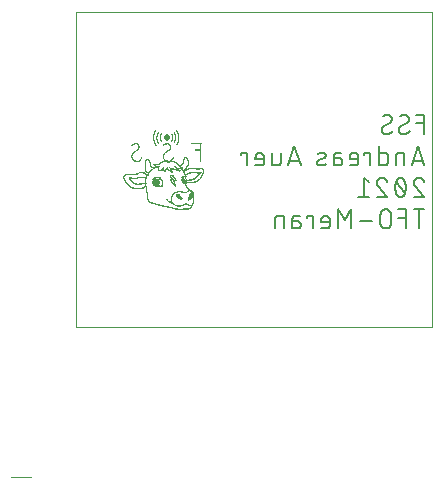
<source format=gbo>
G04 EAGLE Gerber RS-274X export*
G75*
%MOMM*%
%FSLAX34Y34*%
%LPD*%
%INSilkscreen Bottom*%
%IPPOS*%
%AMOC8*
5,1,8,0,0,1.08239X$1,22.5*%
G01*
%ADD10C,0.000000*%
%ADD11C,0.152400*%
%ADD12R,0.182212X0.008281*%
%ADD13R,0.447256X0.008281*%
%ADD14R,0.629475X0.008281*%
%ADD15R,0.985631X0.008281*%
%ADD16R,1.118150X0.008281*%
%ADD17R,0.571500X0.008281*%
%ADD18R,0.231913X0.008281*%
%ADD19R,0.463825X0.008281*%
%ADD20R,0.207063X0.008281*%
%ADD21R,0.157369X0.008281*%
%ADD22R,0.190500X0.008281*%
%ADD23R,0.107669X0.008281*%
%ADD24R,0.173931X0.008281*%
%ADD25R,0.091106X0.008281*%
%ADD26R,0.165650X0.008281*%
%ADD27R,0.074544X0.008281*%
%ADD28R,0.149081X0.008281*%
%ADD29R,0.066263X0.008281*%
%ADD30R,0.041413X0.008281*%
%ADD31R,0.157363X0.008281*%
%ADD32R,0.033125X0.008281*%
%ADD33R,0.024844X0.008281*%
%ADD34R,0.198781X0.008281*%
%ADD35R,0.033131X0.008281*%
%ADD36R,0.207069X0.008281*%
%ADD37R,0.173937X0.008281*%
%ADD38R,0.024850X0.008281*%
%ADD39R,0.215350X0.008281*%
%ADD40R,0.124238X0.008281*%
%ADD41R,0.215344X0.008281*%
%ADD42R,0.265044X0.008281*%
%ADD43R,0.356156X0.008281*%
%ADD44R,0.231906X0.008281*%
%ADD45R,0.223625X0.008281*%
%ADD46R,0.132525X0.008281*%
%ADD47R,0.256763X0.008281*%
%ADD48R,0.265038X0.008281*%
%ADD49R,0.115956X0.008281*%
%ADD50R,0.273325X0.008281*%
%ADD51R,0.107675X0.008281*%
%ADD52R,0.091112X0.008281*%
%ADD53R,0.082825X0.008281*%
%ADD54R,0.057975X0.008281*%
%ADD55R,0.082819X0.008281*%
%ADD56R,0.140806X0.008281*%
%ADD57R,0.049694X0.008281*%
%ADD58R,0.165656X0.008281*%
%ADD59R,0.008281X0.008281*%
%ADD60R,0.066256X0.008281*%
%ADD61R,0.057981X0.008281*%
%ADD62R,0.074538X0.008281*%
%ADD63R,0.149088X0.008281*%
%ADD64R,0.140800X0.008281*%
%ADD65R,0.099394X0.008281*%
%ADD66R,0.298169X0.008281*%
%ADD67R,0.049700X0.008281*%
%ADD68R,0.182219X0.008281*%
%ADD69R,0.132519X0.008281*%
%ADD70R,0.099388X0.008281*%
%ADD71R,0.115950X0.008281*%
%ADD72R,0.016569X0.008281*%
%ADD73R,0.041406X0.008281*%
%ADD74R,0.016563X0.008281*%
%ADD75R,0.198775X0.008281*%
%ADD76R,0.240194X0.008281*%
%ADD77R,0.256756X0.008281*%
%ADD78R,0.248475X0.008281*%
%ADD79R,0.281606X0.008281*%
%ADD80R,0.289888X0.008281*%
%ADD81R,0.273319X0.008281*%
%ADD82R,0.298175X0.008281*%
%ADD83R,0.306456X0.008281*%
%ADD84R,0.314738X0.008281*%
%ADD85R,0.323019X0.008281*%
%ADD86R,0.339588X0.008281*%
%ADD87R,0.331300X0.008281*%
%ADD88R,0.347863X0.008281*%
%ADD89R,0.339581X0.008281*%
%ADD90R,0.347869X0.008281*%
%ADD91R,0.364431X0.008281*%
%ADD92R,0.356150X0.008281*%
%ADD93R,0.372713X0.008281*%
%ADD94R,0.372719X0.008281*%
%ADD95R,0.381000X0.008281*%
%ADD96R,0.389281X0.008281*%
%ADD97R,0.397569X0.008281*%
%ADD98R,0.405850X0.008281*%
%ADD99R,0.414131X0.008281*%
%ADD100R,0.389275X0.008281*%
%ADD101R,0.414125X0.008281*%
%ADD102R,0.397563X0.008281*%
%ADD103R,0.405844X0.008281*%
%ADD104R,0.240200X0.008281*%
%ADD105R,0.546650X0.008281*%
%ADD106R,0.646044X0.008281*%
%ADD107R,0.720581X0.008281*%
%ADD108R,0.786850X0.008281*%
%ADD109R,0.430694X0.008281*%
%ADD110R,0.472113X0.008281*%
%ADD111R,0.480394X0.008281*%
%ADD112R,0.496956X0.008281*%
%ADD113R,0.513519X0.008281*%
%ADD114R,0.521800X0.008281*%
%ADD115R,0.538363X0.008281*%
%ADD116R,0.554931X0.008281*%
%ADD117R,0.563213X0.008281*%
%ADD118R,0.579781X0.008281*%
%ADD119R,0.422413X0.008281*%
%ADD120R,0.588069X0.008281*%
%ADD121R,0.596350X0.008281*%
%ADD122R,0.505238X0.008281*%
%ADD123R,0.604631X0.008281*%
%ADD124R,0.530088X0.008281*%
%ADD125R,0.472106X0.008281*%
%ADD126R,0.612913X0.008281*%
%ADD127R,0.621200X0.008281*%
%ADD128R,0.447263X0.008281*%
%ADD129R,0.604625X0.008281*%
%ADD130R,0.289894X0.008281*%
%ADD131R,0.008275X0.008281*%
%ADD132R,0.588063X0.008281*%
%ADD133R,0.223631X0.008281*%
%ADD134R,0.563219X0.008281*%
%ADD135R,0.538369X0.008281*%
%ADD136R,0.505244X0.008281*%
%ADD137R,0.306450X0.008281*%
%ADD138R,0.438975X0.008281*%
%ADD139R,0.364438X0.008281*%
%ADD140R,0.281612X0.008281*%
%ADD141R,0.737150X0.008281*%
%ADD142R,0.762000X0.008281*%
%ADD143R,0.770281X0.008281*%
%ADD144R,0.745438X0.008281*%
%ADD145R,0.438981X0.008281*%
%ADD146R,0.679169X0.008281*%
%ADD147R,0.728869X0.008281*%
%ADD148R,0.331306X0.008281*%
%ADD149R,0.455544X0.008281*%


D10*
X38100Y127000D02*
X339600Y127000D01*
X339600Y393600D01*
X38100Y393600D01*
X38100Y127000D01*
D11*
X333248Y290322D02*
X333248Y306578D01*
X326023Y306578D01*
X326023Y299353D02*
X333248Y299353D01*
X315354Y290322D02*
X315236Y290324D01*
X315118Y290330D01*
X315000Y290339D01*
X314883Y290353D01*
X314766Y290370D01*
X314649Y290391D01*
X314534Y290416D01*
X314419Y290445D01*
X314305Y290478D01*
X314193Y290514D01*
X314082Y290554D01*
X313972Y290597D01*
X313863Y290644D01*
X313756Y290694D01*
X313651Y290749D01*
X313548Y290806D01*
X313447Y290867D01*
X313347Y290931D01*
X313250Y290998D01*
X313155Y291068D01*
X313063Y291142D01*
X312972Y291218D01*
X312885Y291298D01*
X312800Y291380D01*
X312718Y291465D01*
X312638Y291552D01*
X312562Y291643D01*
X312488Y291735D01*
X312418Y291830D01*
X312351Y291927D01*
X312287Y292027D01*
X312226Y292128D01*
X312169Y292231D01*
X312114Y292336D01*
X312064Y292443D01*
X312017Y292552D01*
X311974Y292662D01*
X311934Y292773D01*
X311898Y292885D01*
X311865Y292999D01*
X311836Y293114D01*
X311811Y293229D01*
X311790Y293346D01*
X311773Y293463D01*
X311759Y293580D01*
X311750Y293698D01*
X311744Y293816D01*
X311742Y293934D01*
X315354Y290322D02*
X315537Y290324D01*
X315719Y290331D01*
X315901Y290342D01*
X316083Y290357D01*
X316265Y290377D01*
X316446Y290401D01*
X316626Y290429D01*
X316806Y290461D01*
X316985Y290498D01*
X317162Y290539D01*
X317339Y290585D01*
X317515Y290634D01*
X317690Y290688D01*
X317863Y290746D01*
X318034Y290808D01*
X318205Y290874D01*
X318373Y290945D01*
X318540Y291019D01*
X318705Y291097D01*
X318868Y291179D01*
X319029Y291265D01*
X319188Y291355D01*
X319345Y291449D01*
X319499Y291546D01*
X319651Y291647D01*
X319801Y291752D01*
X319948Y291860D01*
X320092Y291971D01*
X320234Y292086D01*
X320373Y292205D01*
X320509Y292327D01*
X320642Y292452D01*
X320772Y292580D01*
X320321Y302966D02*
X320319Y303084D01*
X320313Y303202D01*
X320304Y303320D01*
X320290Y303437D01*
X320273Y303554D01*
X320252Y303671D01*
X320227Y303786D01*
X320198Y303901D01*
X320165Y304015D01*
X320129Y304127D01*
X320089Y304238D01*
X320046Y304348D01*
X319999Y304457D01*
X319949Y304564D01*
X319894Y304669D01*
X319837Y304772D01*
X319776Y304873D01*
X319712Y304973D01*
X319645Y305070D01*
X319575Y305165D01*
X319501Y305257D01*
X319425Y305348D01*
X319345Y305435D01*
X319263Y305520D01*
X319178Y305602D01*
X319091Y305682D01*
X319000Y305758D01*
X318908Y305832D01*
X318813Y305902D01*
X318716Y305969D01*
X318616Y306033D01*
X318515Y306094D01*
X318412Y306151D01*
X318307Y306206D01*
X318200Y306256D01*
X318091Y306303D01*
X317981Y306346D01*
X317870Y306386D01*
X317758Y306422D01*
X317644Y306455D01*
X317529Y306484D01*
X317414Y306509D01*
X317297Y306530D01*
X317180Y306547D01*
X317063Y306561D01*
X316945Y306570D01*
X316827Y306576D01*
X316709Y306578D01*
X316548Y306576D01*
X316386Y306570D01*
X316225Y306561D01*
X316064Y306547D01*
X315904Y306530D01*
X315744Y306509D01*
X315584Y306484D01*
X315425Y306455D01*
X315267Y306423D01*
X315110Y306387D01*
X314954Y306347D01*
X314798Y306303D01*
X314644Y306255D01*
X314491Y306204D01*
X314339Y306150D01*
X314188Y306091D01*
X314039Y306030D01*
X313892Y305964D01*
X313746Y305895D01*
X313601Y305823D01*
X313459Y305747D01*
X313318Y305668D01*
X313179Y305586D01*
X313043Y305500D01*
X312908Y305411D01*
X312775Y305319D01*
X312645Y305223D01*
X318515Y299805D02*
X318616Y299867D01*
X318716Y299932D01*
X318813Y300001D01*
X318908Y300073D01*
X319001Y300147D01*
X319091Y300225D01*
X319179Y300306D01*
X319264Y300389D01*
X319346Y300475D01*
X319425Y300564D01*
X319502Y300655D01*
X319575Y300749D01*
X319646Y300845D01*
X319713Y300943D01*
X319777Y301043D01*
X319838Y301146D01*
X319895Y301250D01*
X319949Y301356D01*
X319999Y301464D01*
X320046Y301573D01*
X320090Y301684D01*
X320130Y301796D01*
X320166Y301910D01*
X320198Y302024D01*
X320227Y302140D01*
X320252Y302256D01*
X320273Y302373D01*
X320290Y302491D01*
X320304Y302609D01*
X320313Y302728D01*
X320319Y302847D01*
X320321Y302966D01*
X313548Y297095D02*
X313447Y297033D01*
X313347Y296968D01*
X313250Y296899D01*
X313155Y296827D01*
X313062Y296753D01*
X312972Y296675D01*
X312884Y296594D01*
X312799Y296511D01*
X312717Y296425D01*
X312638Y296336D01*
X312561Y296245D01*
X312488Y296151D01*
X312417Y296055D01*
X312350Y295957D01*
X312286Y295857D01*
X312225Y295754D01*
X312168Y295650D01*
X312114Y295544D01*
X312064Y295436D01*
X312017Y295327D01*
X311973Y295216D01*
X311933Y295104D01*
X311897Y294990D01*
X311865Y294876D01*
X311836Y294760D01*
X311811Y294644D01*
X311790Y294527D01*
X311773Y294409D01*
X311759Y294291D01*
X311750Y294172D01*
X311744Y294053D01*
X311742Y293934D01*
X313548Y297095D02*
X318515Y299805D01*
X300765Y290322D02*
X300647Y290324D01*
X300529Y290330D01*
X300411Y290339D01*
X300294Y290353D01*
X300177Y290370D01*
X300060Y290391D01*
X299945Y290416D01*
X299830Y290445D01*
X299716Y290478D01*
X299604Y290514D01*
X299493Y290554D01*
X299383Y290597D01*
X299274Y290644D01*
X299167Y290694D01*
X299062Y290749D01*
X298959Y290806D01*
X298858Y290867D01*
X298758Y290931D01*
X298661Y290998D01*
X298566Y291068D01*
X298474Y291142D01*
X298383Y291218D01*
X298296Y291298D01*
X298211Y291380D01*
X298129Y291465D01*
X298049Y291552D01*
X297973Y291643D01*
X297899Y291735D01*
X297829Y291830D01*
X297762Y291927D01*
X297698Y292027D01*
X297637Y292128D01*
X297580Y292231D01*
X297525Y292336D01*
X297475Y292443D01*
X297428Y292552D01*
X297385Y292662D01*
X297345Y292773D01*
X297309Y292885D01*
X297276Y292999D01*
X297247Y293114D01*
X297222Y293229D01*
X297201Y293346D01*
X297184Y293463D01*
X297170Y293580D01*
X297161Y293698D01*
X297155Y293816D01*
X297153Y293934D01*
X300765Y290322D02*
X300948Y290324D01*
X301130Y290331D01*
X301312Y290342D01*
X301494Y290357D01*
X301676Y290377D01*
X301857Y290401D01*
X302037Y290429D01*
X302217Y290461D01*
X302396Y290498D01*
X302573Y290539D01*
X302750Y290585D01*
X302926Y290634D01*
X303101Y290688D01*
X303274Y290746D01*
X303445Y290808D01*
X303616Y290874D01*
X303784Y290945D01*
X303951Y291019D01*
X304116Y291097D01*
X304279Y291179D01*
X304440Y291265D01*
X304599Y291355D01*
X304756Y291449D01*
X304910Y291546D01*
X305062Y291647D01*
X305212Y291752D01*
X305359Y291860D01*
X305503Y291971D01*
X305645Y292086D01*
X305784Y292205D01*
X305920Y292327D01*
X306053Y292452D01*
X306183Y292580D01*
X305732Y302966D02*
X305730Y303084D01*
X305724Y303202D01*
X305715Y303320D01*
X305701Y303437D01*
X305684Y303554D01*
X305663Y303671D01*
X305638Y303786D01*
X305609Y303901D01*
X305576Y304015D01*
X305540Y304127D01*
X305500Y304238D01*
X305457Y304348D01*
X305410Y304457D01*
X305360Y304564D01*
X305305Y304669D01*
X305248Y304772D01*
X305187Y304873D01*
X305123Y304973D01*
X305056Y305070D01*
X304986Y305165D01*
X304912Y305257D01*
X304836Y305348D01*
X304756Y305435D01*
X304674Y305520D01*
X304589Y305602D01*
X304502Y305682D01*
X304411Y305758D01*
X304319Y305832D01*
X304224Y305902D01*
X304127Y305969D01*
X304027Y306033D01*
X303926Y306094D01*
X303823Y306151D01*
X303718Y306206D01*
X303611Y306256D01*
X303502Y306303D01*
X303392Y306346D01*
X303281Y306386D01*
X303169Y306422D01*
X303055Y306455D01*
X302940Y306484D01*
X302825Y306509D01*
X302708Y306530D01*
X302591Y306547D01*
X302474Y306561D01*
X302356Y306570D01*
X302238Y306576D01*
X302120Y306578D01*
X301959Y306576D01*
X301797Y306570D01*
X301636Y306561D01*
X301475Y306547D01*
X301315Y306530D01*
X301155Y306509D01*
X300995Y306484D01*
X300836Y306455D01*
X300678Y306423D01*
X300521Y306387D01*
X300365Y306347D01*
X300209Y306303D01*
X300055Y306255D01*
X299902Y306204D01*
X299750Y306150D01*
X299599Y306091D01*
X299450Y306030D01*
X299303Y305964D01*
X299157Y305895D01*
X299012Y305823D01*
X298870Y305747D01*
X298729Y305668D01*
X298590Y305586D01*
X298454Y305500D01*
X298319Y305411D01*
X298186Y305319D01*
X298056Y305223D01*
X303926Y299805D02*
X304027Y299867D01*
X304127Y299932D01*
X304224Y300001D01*
X304319Y300073D01*
X304412Y300147D01*
X304502Y300225D01*
X304590Y300306D01*
X304675Y300389D01*
X304757Y300475D01*
X304836Y300564D01*
X304913Y300655D01*
X304986Y300749D01*
X305057Y300845D01*
X305124Y300943D01*
X305188Y301043D01*
X305249Y301146D01*
X305306Y301250D01*
X305360Y301356D01*
X305410Y301464D01*
X305457Y301573D01*
X305501Y301684D01*
X305541Y301796D01*
X305577Y301910D01*
X305609Y302024D01*
X305638Y302140D01*
X305663Y302256D01*
X305684Y302373D01*
X305701Y302491D01*
X305715Y302609D01*
X305724Y302728D01*
X305730Y302847D01*
X305732Y302966D01*
X298958Y297095D02*
X298857Y297033D01*
X298757Y296968D01*
X298660Y296899D01*
X298565Y296827D01*
X298472Y296753D01*
X298382Y296675D01*
X298294Y296594D01*
X298209Y296511D01*
X298127Y296425D01*
X298048Y296336D01*
X297971Y296245D01*
X297898Y296151D01*
X297827Y296055D01*
X297760Y295957D01*
X297696Y295857D01*
X297635Y295754D01*
X297578Y295650D01*
X297524Y295544D01*
X297474Y295436D01*
X297427Y295327D01*
X297383Y295216D01*
X297343Y295104D01*
X297307Y294990D01*
X297275Y294876D01*
X297246Y294760D01*
X297221Y294644D01*
X297200Y294527D01*
X297183Y294409D01*
X297169Y294291D01*
X297160Y294172D01*
X297154Y294053D01*
X297152Y293934D01*
X298959Y297095D02*
X303926Y299805D01*
X327829Y279908D02*
X333248Y263652D01*
X322411Y263652D02*
X327829Y279908D01*
X323765Y267716D02*
X331893Y267716D01*
X316332Y263652D02*
X316332Y274489D01*
X311816Y274489D01*
X311712Y274487D01*
X311609Y274481D01*
X311505Y274471D01*
X311402Y274457D01*
X311300Y274439D01*
X311199Y274418D01*
X311098Y274392D01*
X310999Y274363D01*
X310900Y274330D01*
X310803Y274293D01*
X310708Y274252D01*
X310614Y274208D01*
X310522Y274160D01*
X310432Y274109D01*
X310343Y274054D01*
X310257Y273996D01*
X310174Y273934D01*
X310092Y273870D01*
X310014Y273802D01*
X309938Y273732D01*
X309864Y273659D01*
X309794Y273582D01*
X309726Y273504D01*
X309662Y273422D01*
X309600Y273339D01*
X309542Y273253D01*
X309487Y273164D01*
X309436Y273074D01*
X309388Y272982D01*
X309344Y272888D01*
X309303Y272793D01*
X309266Y272696D01*
X309233Y272597D01*
X309204Y272498D01*
X309178Y272397D01*
X309157Y272296D01*
X309139Y272194D01*
X309125Y272091D01*
X309115Y271987D01*
X309109Y271884D01*
X309107Y271780D01*
X309107Y263652D01*
X295112Y263652D02*
X295112Y279908D01*
X295112Y263652D02*
X299627Y263652D01*
X299728Y263654D01*
X299829Y263660D01*
X299930Y263669D01*
X300031Y263682D01*
X300131Y263699D01*
X300230Y263720D01*
X300328Y263744D01*
X300425Y263772D01*
X300522Y263804D01*
X300617Y263839D01*
X300710Y263878D01*
X300802Y263920D01*
X300893Y263966D01*
X300982Y264015D01*
X301068Y264067D01*
X301153Y264123D01*
X301236Y264181D01*
X301316Y264243D01*
X301394Y264308D01*
X301470Y264375D01*
X301543Y264445D01*
X301613Y264518D01*
X301680Y264594D01*
X301745Y264672D01*
X301807Y264752D01*
X301865Y264835D01*
X301921Y264920D01*
X301973Y265007D01*
X302022Y265095D01*
X302068Y265186D01*
X302110Y265278D01*
X302149Y265371D01*
X302184Y265466D01*
X302216Y265563D01*
X302244Y265660D01*
X302268Y265758D01*
X302289Y265857D01*
X302306Y265957D01*
X302319Y266058D01*
X302328Y266159D01*
X302334Y266260D01*
X302336Y266361D01*
X302337Y266361D02*
X302337Y271780D01*
X302336Y271780D02*
X302334Y271881D01*
X302328Y271982D01*
X302319Y272083D01*
X302306Y272184D01*
X302289Y272284D01*
X302268Y272383D01*
X302244Y272481D01*
X302216Y272578D01*
X302184Y272675D01*
X302149Y272770D01*
X302110Y272863D01*
X302068Y272955D01*
X302022Y273046D01*
X301973Y273135D01*
X301921Y273221D01*
X301865Y273306D01*
X301807Y273389D01*
X301745Y273469D01*
X301680Y273547D01*
X301613Y273623D01*
X301543Y273696D01*
X301470Y273766D01*
X301394Y273833D01*
X301316Y273898D01*
X301236Y273960D01*
X301153Y274018D01*
X301068Y274074D01*
X300982Y274126D01*
X300893Y274175D01*
X300802Y274221D01*
X300710Y274263D01*
X300617Y274302D01*
X300522Y274337D01*
X300425Y274369D01*
X300328Y274397D01*
X300230Y274421D01*
X300131Y274442D01*
X300031Y274459D01*
X299930Y274472D01*
X299829Y274481D01*
X299728Y274487D01*
X299627Y274489D01*
X295112Y274489D01*
X287590Y274489D02*
X287590Y263652D01*
X287590Y274489D02*
X282171Y274489D01*
X282171Y272683D01*
X274544Y263652D02*
X270029Y263652D01*
X274544Y263652D02*
X274645Y263654D01*
X274746Y263660D01*
X274847Y263669D01*
X274948Y263682D01*
X275048Y263699D01*
X275147Y263720D01*
X275245Y263744D01*
X275342Y263772D01*
X275439Y263804D01*
X275534Y263839D01*
X275627Y263878D01*
X275719Y263920D01*
X275810Y263966D01*
X275899Y264015D01*
X275985Y264067D01*
X276070Y264123D01*
X276153Y264181D01*
X276233Y264243D01*
X276311Y264308D01*
X276387Y264375D01*
X276460Y264445D01*
X276530Y264518D01*
X276597Y264594D01*
X276662Y264672D01*
X276724Y264752D01*
X276782Y264835D01*
X276838Y264920D01*
X276890Y265007D01*
X276939Y265095D01*
X276985Y265186D01*
X277027Y265278D01*
X277066Y265371D01*
X277101Y265466D01*
X277133Y265563D01*
X277161Y265660D01*
X277185Y265758D01*
X277206Y265857D01*
X277223Y265957D01*
X277236Y266058D01*
X277245Y266159D01*
X277251Y266260D01*
X277253Y266361D01*
X277254Y266361D02*
X277254Y270877D01*
X277253Y270877D02*
X277251Y270996D01*
X277245Y271116D01*
X277235Y271235D01*
X277221Y271353D01*
X277204Y271472D01*
X277182Y271589D01*
X277157Y271706D01*
X277127Y271821D01*
X277094Y271936D01*
X277057Y272050D01*
X277017Y272162D01*
X276972Y272273D01*
X276924Y272382D01*
X276873Y272490D01*
X276818Y272596D01*
X276759Y272700D01*
X276697Y272802D01*
X276632Y272902D01*
X276563Y273000D01*
X276491Y273096D01*
X276416Y273189D01*
X276339Y273279D01*
X276258Y273367D01*
X276174Y273452D01*
X276087Y273534D01*
X275998Y273614D01*
X275906Y273690D01*
X275812Y273764D01*
X275715Y273834D01*
X275617Y273901D01*
X275516Y273965D01*
X275412Y274025D01*
X275307Y274082D01*
X275200Y274135D01*
X275092Y274185D01*
X274982Y274231D01*
X274870Y274273D01*
X274757Y274312D01*
X274643Y274347D01*
X274528Y274378D01*
X274411Y274406D01*
X274294Y274429D01*
X274177Y274449D01*
X274058Y274465D01*
X273939Y274477D01*
X273820Y274485D01*
X273701Y274489D01*
X273581Y274489D01*
X273462Y274485D01*
X273343Y274477D01*
X273224Y274465D01*
X273105Y274449D01*
X272988Y274429D01*
X272871Y274406D01*
X272754Y274378D01*
X272639Y274347D01*
X272525Y274312D01*
X272412Y274273D01*
X272300Y274231D01*
X272190Y274185D01*
X272082Y274135D01*
X271975Y274082D01*
X271870Y274025D01*
X271766Y273965D01*
X271665Y273901D01*
X271567Y273834D01*
X271470Y273764D01*
X271376Y273690D01*
X271284Y273614D01*
X271195Y273534D01*
X271108Y273452D01*
X271024Y273367D01*
X270943Y273279D01*
X270866Y273189D01*
X270791Y273096D01*
X270719Y273000D01*
X270650Y272902D01*
X270585Y272802D01*
X270523Y272700D01*
X270464Y272596D01*
X270409Y272490D01*
X270358Y272382D01*
X270310Y272273D01*
X270265Y272162D01*
X270225Y272050D01*
X270188Y271936D01*
X270155Y271821D01*
X270125Y271706D01*
X270100Y271589D01*
X270078Y271472D01*
X270061Y271353D01*
X270047Y271235D01*
X270037Y271116D01*
X270031Y270996D01*
X270029Y270877D01*
X270029Y269071D01*
X277254Y269071D01*
X260619Y269974D02*
X256555Y269974D01*
X260619Y269974D02*
X260731Y269972D01*
X260842Y269966D01*
X260953Y269956D01*
X261064Y269943D01*
X261174Y269925D01*
X261283Y269903D01*
X261392Y269878D01*
X261500Y269849D01*
X261606Y269816D01*
X261712Y269779D01*
X261816Y269739D01*
X261918Y269695D01*
X262019Y269647D01*
X262118Y269596D01*
X262216Y269541D01*
X262311Y269483D01*
X262404Y269422D01*
X262495Y269357D01*
X262584Y269289D01*
X262670Y269218D01*
X262753Y269145D01*
X262834Y269068D01*
X262913Y268988D01*
X262988Y268906D01*
X263060Y268821D01*
X263130Y268734D01*
X263196Y268644D01*
X263259Y268552D01*
X263319Y268457D01*
X263375Y268361D01*
X263428Y268263D01*
X263477Y268163D01*
X263523Y268061D01*
X263565Y267958D01*
X263604Y267853D01*
X263639Y267747D01*
X263670Y267640D01*
X263697Y267532D01*
X263721Y267423D01*
X263740Y267313D01*
X263756Y267203D01*
X263768Y267092D01*
X263776Y266980D01*
X263780Y266869D01*
X263780Y266757D01*
X263776Y266646D01*
X263768Y266534D01*
X263756Y266423D01*
X263740Y266313D01*
X263721Y266203D01*
X263697Y266094D01*
X263670Y265986D01*
X263639Y265879D01*
X263604Y265773D01*
X263565Y265668D01*
X263523Y265565D01*
X263477Y265463D01*
X263428Y265363D01*
X263375Y265265D01*
X263319Y265169D01*
X263259Y265074D01*
X263196Y264982D01*
X263130Y264892D01*
X263060Y264805D01*
X262988Y264720D01*
X262913Y264638D01*
X262834Y264558D01*
X262753Y264481D01*
X262670Y264408D01*
X262584Y264337D01*
X262495Y264269D01*
X262404Y264204D01*
X262311Y264143D01*
X262216Y264085D01*
X262118Y264030D01*
X262019Y263979D01*
X261918Y263931D01*
X261816Y263887D01*
X261712Y263847D01*
X261606Y263810D01*
X261500Y263777D01*
X261392Y263748D01*
X261283Y263723D01*
X261174Y263701D01*
X261064Y263683D01*
X260953Y263670D01*
X260842Y263660D01*
X260731Y263654D01*
X260619Y263652D01*
X256555Y263652D01*
X256555Y271780D01*
X256557Y271881D01*
X256563Y271982D01*
X256572Y272083D01*
X256585Y272184D01*
X256602Y272284D01*
X256623Y272383D01*
X256647Y272481D01*
X256675Y272578D01*
X256707Y272675D01*
X256742Y272770D01*
X256781Y272863D01*
X256823Y272955D01*
X256869Y273046D01*
X256918Y273135D01*
X256970Y273221D01*
X257026Y273306D01*
X257084Y273389D01*
X257146Y273469D01*
X257211Y273547D01*
X257278Y273623D01*
X257348Y273696D01*
X257421Y273766D01*
X257497Y273833D01*
X257575Y273898D01*
X257655Y273960D01*
X257738Y274018D01*
X257823Y274074D01*
X257910Y274126D01*
X257998Y274175D01*
X258089Y274221D01*
X258181Y274263D01*
X258274Y274302D01*
X258369Y274337D01*
X258466Y274369D01*
X258563Y274397D01*
X258661Y274421D01*
X258760Y274442D01*
X258860Y274459D01*
X258961Y274472D01*
X259062Y274481D01*
X259163Y274487D01*
X259264Y274489D01*
X262877Y274489D01*
X248284Y269974D02*
X243768Y268168D01*
X248284Y269974D02*
X248372Y270011D01*
X248458Y270052D01*
X248543Y270096D01*
X248626Y270144D01*
X248706Y270195D01*
X248785Y270249D01*
X248861Y270307D01*
X248935Y270367D01*
X249007Y270431D01*
X249075Y270497D01*
X249141Y270567D01*
X249204Y270638D01*
X249265Y270713D01*
X249322Y270789D01*
X249375Y270868D01*
X249426Y270949D01*
X249473Y271032D01*
X249517Y271117D01*
X249557Y271204D01*
X249594Y271292D01*
X249627Y271382D01*
X249657Y271473D01*
X249682Y271565D01*
X249704Y271658D01*
X249722Y271752D01*
X249737Y271846D01*
X249747Y271941D01*
X249753Y272037D01*
X249756Y272132D01*
X249755Y272228D01*
X249749Y272323D01*
X249740Y272419D01*
X249727Y272513D01*
X249711Y272607D01*
X249690Y272701D01*
X249665Y272793D01*
X249637Y272884D01*
X249605Y272974D01*
X249570Y273063D01*
X249531Y273150D01*
X249488Y273236D01*
X249442Y273320D01*
X249392Y273401D01*
X249340Y273481D01*
X249284Y273559D01*
X249224Y273634D01*
X249162Y273706D01*
X249097Y273776D01*
X249029Y273844D01*
X248959Y273908D01*
X248886Y273970D01*
X248810Y274028D01*
X248732Y274084D01*
X248652Y274136D01*
X248570Y274185D01*
X248486Y274230D01*
X248400Y274272D01*
X248313Y274311D01*
X248224Y274346D01*
X248133Y274377D01*
X248042Y274404D01*
X247949Y274428D01*
X247856Y274448D01*
X247762Y274464D01*
X247667Y274476D01*
X247572Y274485D01*
X247476Y274489D01*
X247381Y274490D01*
X247134Y274483D01*
X246888Y274471D01*
X246642Y274453D01*
X246396Y274428D01*
X246152Y274398D01*
X245908Y274362D01*
X245665Y274321D01*
X245423Y274273D01*
X245182Y274219D01*
X244943Y274160D01*
X244705Y274095D01*
X244469Y274024D01*
X244234Y273948D01*
X244001Y273866D01*
X243771Y273778D01*
X243543Y273685D01*
X243316Y273587D01*
X243768Y268167D02*
X243680Y268130D01*
X243594Y268089D01*
X243509Y268045D01*
X243426Y267997D01*
X243346Y267946D01*
X243267Y267892D01*
X243191Y267834D01*
X243117Y267774D01*
X243045Y267710D01*
X242977Y267644D01*
X242911Y267574D01*
X242848Y267503D01*
X242787Y267428D01*
X242730Y267352D01*
X242677Y267273D01*
X242626Y267192D01*
X242579Y267109D01*
X242535Y267024D01*
X242495Y266937D01*
X242458Y266849D01*
X242425Y266759D01*
X242395Y266668D01*
X242370Y266576D01*
X242348Y266483D01*
X242330Y266389D01*
X242315Y266295D01*
X242305Y266200D01*
X242299Y266104D01*
X242296Y266009D01*
X242297Y265913D01*
X242303Y265818D01*
X242312Y265722D01*
X242325Y265628D01*
X242341Y265534D01*
X242362Y265440D01*
X242387Y265348D01*
X242415Y265257D01*
X242447Y265167D01*
X242482Y265078D01*
X242521Y264991D01*
X242564Y264905D01*
X242610Y264821D01*
X242660Y264740D01*
X242712Y264660D01*
X242768Y264582D01*
X242828Y264507D01*
X242890Y264435D01*
X242955Y264365D01*
X243023Y264297D01*
X243093Y264233D01*
X243166Y264171D01*
X243242Y264113D01*
X243320Y264057D01*
X243400Y264005D01*
X243482Y263956D01*
X243566Y263911D01*
X243652Y263869D01*
X243739Y263830D01*
X243828Y263795D01*
X243919Y263764D01*
X244010Y263737D01*
X244103Y263713D01*
X244196Y263693D01*
X244290Y263677D01*
X244385Y263665D01*
X244480Y263656D01*
X244576Y263652D01*
X244671Y263651D01*
X244672Y263652D02*
X245034Y263661D01*
X245396Y263679D01*
X245757Y263706D01*
X246117Y263741D01*
X246477Y263784D01*
X246836Y263836D01*
X247193Y263897D01*
X247548Y263966D01*
X247902Y264043D01*
X248254Y264129D01*
X248604Y264223D01*
X248952Y264326D01*
X249297Y264436D01*
X249639Y264555D01*
X228519Y263652D02*
X223100Y279908D01*
X217682Y263652D01*
X219036Y267716D02*
X227164Y267716D01*
X211602Y266361D02*
X211602Y274489D01*
X211602Y266361D02*
X211600Y266260D01*
X211594Y266159D01*
X211585Y266058D01*
X211572Y265957D01*
X211555Y265857D01*
X211534Y265758D01*
X211510Y265660D01*
X211482Y265563D01*
X211450Y265466D01*
X211415Y265371D01*
X211376Y265278D01*
X211334Y265186D01*
X211288Y265095D01*
X211239Y265007D01*
X211187Y264920D01*
X211131Y264835D01*
X211073Y264752D01*
X211011Y264672D01*
X210946Y264594D01*
X210879Y264518D01*
X210809Y264445D01*
X210736Y264375D01*
X210660Y264308D01*
X210582Y264243D01*
X210502Y264181D01*
X210419Y264123D01*
X210334Y264067D01*
X210248Y264015D01*
X210159Y263966D01*
X210068Y263920D01*
X209976Y263878D01*
X209883Y263839D01*
X209788Y263804D01*
X209691Y263772D01*
X209594Y263744D01*
X209496Y263720D01*
X209397Y263699D01*
X209297Y263682D01*
X209196Y263669D01*
X209095Y263660D01*
X208994Y263654D01*
X208893Y263652D01*
X204378Y263652D01*
X204378Y274489D01*
X194825Y263652D02*
X190309Y263652D01*
X194825Y263652D02*
X194926Y263654D01*
X195027Y263660D01*
X195128Y263669D01*
X195229Y263682D01*
X195329Y263699D01*
X195428Y263720D01*
X195526Y263744D01*
X195623Y263772D01*
X195720Y263804D01*
X195815Y263839D01*
X195908Y263878D01*
X196000Y263920D01*
X196091Y263966D01*
X196180Y264015D01*
X196266Y264067D01*
X196351Y264123D01*
X196434Y264181D01*
X196514Y264243D01*
X196592Y264308D01*
X196668Y264375D01*
X196741Y264445D01*
X196811Y264518D01*
X196878Y264594D01*
X196943Y264672D01*
X197005Y264752D01*
X197063Y264835D01*
X197119Y264920D01*
X197171Y265007D01*
X197220Y265095D01*
X197266Y265186D01*
X197308Y265278D01*
X197347Y265371D01*
X197382Y265466D01*
X197414Y265563D01*
X197442Y265660D01*
X197466Y265758D01*
X197487Y265857D01*
X197504Y265957D01*
X197517Y266058D01*
X197526Y266159D01*
X197532Y266260D01*
X197534Y266361D01*
X197534Y270877D01*
X197532Y270996D01*
X197526Y271116D01*
X197516Y271235D01*
X197502Y271353D01*
X197485Y271472D01*
X197463Y271589D01*
X197438Y271706D01*
X197408Y271821D01*
X197375Y271936D01*
X197338Y272050D01*
X197298Y272162D01*
X197253Y272273D01*
X197205Y272382D01*
X197154Y272490D01*
X197099Y272596D01*
X197040Y272700D01*
X196978Y272802D01*
X196913Y272902D01*
X196844Y273000D01*
X196772Y273096D01*
X196697Y273189D01*
X196620Y273279D01*
X196539Y273367D01*
X196455Y273452D01*
X196368Y273534D01*
X196279Y273614D01*
X196187Y273690D01*
X196093Y273764D01*
X195996Y273834D01*
X195898Y273901D01*
X195797Y273965D01*
X195693Y274025D01*
X195588Y274082D01*
X195481Y274135D01*
X195373Y274185D01*
X195263Y274231D01*
X195151Y274273D01*
X195038Y274312D01*
X194924Y274347D01*
X194809Y274378D01*
X194692Y274406D01*
X194575Y274429D01*
X194458Y274449D01*
X194339Y274465D01*
X194220Y274477D01*
X194101Y274485D01*
X193982Y274489D01*
X193862Y274489D01*
X193743Y274485D01*
X193624Y274477D01*
X193505Y274465D01*
X193386Y274449D01*
X193269Y274429D01*
X193152Y274406D01*
X193035Y274378D01*
X192920Y274347D01*
X192806Y274312D01*
X192693Y274273D01*
X192581Y274231D01*
X192471Y274185D01*
X192363Y274135D01*
X192256Y274082D01*
X192151Y274025D01*
X192047Y273965D01*
X191946Y273901D01*
X191848Y273834D01*
X191751Y273764D01*
X191657Y273690D01*
X191565Y273614D01*
X191476Y273534D01*
X191389Y273452D01*
X191305Y273367D01*
X191224Y273279D01*
X191147Y273189D01*
X191072Y273096D01*
X191000Y273000D01*
X190931Y272902D01*
X190866Y272802D01*
X190804Y272700D01*
X190745Y272596D01*
X190690Y272490D01*
X190639Y272382D01*
X190591Y272273D01*
X190546Y272162D01*
X190506Y272050D01*
X190469Y271936D01*
X190436Y271821D01*
X190406Y271706D01*
X190381Y271589D01*
X190359Y271472D01*
X190342Y271353D01*
X190328Y271235D01*
X190318Y271116D01*
X190312Y270996D01*
X190310Y270877D01*
X190309Y270877D02*
X190309Y269071D01*
X197534Y269071D01*
X183381Y263652D02*
X183381Y274489D01*
X177963Y274489D01*
X177963Y272683D01*
X324217Y249174D02*
X324219Y249299D01*
X324225Y249424D01*
X324234Y249549D01*
X324248Y249673D01*
X324265Y249797D01*
X324286Y249921D01*
X324311Y250043D01*
X324340Y250165D01*
X324372Y250286D01*
X324408Y250406D01*
X324448Y250525D01*
X324491Y250642D01*
X324538Y250758D01*
X324589Y250873D01*
X324643Y250985D01*
X324701Y251097D01*
X324761Y251206D01*
X324826Y251313D01*
X324893Y251419D01*
X324964Y251522D01*
X325038Y251623D01*
X325115Y251722D01*
X325195Y251818D01*
X325278Y251912D01*
X325363Y252003D01*
X325452Y252092D01*
X325543Y252177D01*
X325637Y252260D01*
X325733Y252340D01*
X325832Y252417D01*
X325933Y252491D01*
X326036Y252562D01*
X326142Y252629D01*
X326249Y252694D01*
X326358Y252754D01*
X326470Y252812D01*
X326582Y252866D01*
X326697Y252917D01*
X326813Y252964D01*
X326930Y253007D01*
X327049Y253047D01*
X327169Y253083D01*
X327290Y253115D01*
X327412Y253144D01*
X327534Y253169D01*
X327658Y253190D01*
X327782Y253207D01*
X327906Y253221D01*
X328031Y253230D01*
X328156Y253236D01*
X328281Y253238D01*
X328424Y253236D01*
X328566Y253230D01*
X328709Y253220D01*
X328851Y253207D01*
X328992Y253189D01*
X329134Y253168D01*
X329274Y253143D01*
X329414Y253114D01*
X329553Y253081D01*
X329691Y253044D01*
X329828Y253004D01*
X329963Y252960D01*
X330098Y252912D01*
X330231Y252860D01*
X330363Y252805D01*
X330493Y252746D01*
X330621Y252684D01*
X330748Y252618D01*
X330873Y252549D01*
X330996Y252477D01*
X331117Y252401D01*
X331235Y252322D01*
X331352Y252239D01*
X331466Y252154D01*
X331578Y252065D01*
X331687Y251974D01*
X331794Y251879D01*
X331899Y251782D01*
X332000Y251681D01*
X332099Y251578D01*
X332195Y251473D01*
X332288Y251364D01*
X332378Y251253D01*
X332465Y251140D01*
X332549Y251025D01*
X332629Y250907D01*
X332707Y250787D01*
X332781Y250665D01*
X332851Y250541D01*
X332919Y250415D01*
X332982Y250287D01*
X333043Y250158D01*
X333100Y250027D01*
X333153Y249895D01*
X333202Y249761D01*
X333248Y249626D01*
X325572Y246013D02*
X325478Y246105D01*
X325388Y246199D01*
X325300Y246296D01*
X325215Y246396D01*
X325133Y246498D01*
X325054Y246603D01*
X324979Y246710D01*
X324907Y246819D01*
X324838Y246930D01*
X324772Y247044D01*
X324710Y247159D01*
X324651Y247276D01*
X324596Y247395D01*
X324545Y247515D01*
X324497Y247637D01*
X324452Y247760D01*
X324412Y247884D01*
X324375Y248010D01*
X324342Y248137D01*
X324313Y248264D01*
X324287Y248393D01*
X324266Y248522D01*
X324248Y248652D01*
X324235Y248782D01*
X324225Y248912D01*
X324219Y249043D01*
X324217Y249174D01*
X325572Y246013D02*
X333248Y236982D01*
X324217Y236982D01*
X317617Y245110D02*
X317613Y245430D01*
X317602Y245749D01*
X317583Y246069D01*
X317556Y246387D01*
X317522Y246705D01*
X317480Y247022D01*
X317430Y247338D01*
X317373Y247653D01*
X317309Y247966D01*
X317237Y248278D01*
X317158Y248588D01*
X317071Y248895D01*
X316977Y249201D01*
X316876Y249504D01*
X316767Y249805D01*
X316652Y250103D01*
X316529Y250399D01*
X316399Y250691D01*
X316262Y250980D01*
X316262Y250981D02*
X316223Y251089D01*
X316180Y251196D01*
X316134Y251301D01*
X316083Y251405D01*
X316030Y251507D01*
X315973Y251607D01*
X315912Y251705D01*
X315848Y251800D01*
X315781Y251894D01*
X315710Y251985D01*
X315637Y252074D01*
X315560Y252160D01*
X315481Y252243D01*
X315399Y252324D01*
X315314Y252402D01*
X315226Y252476D01*
X315136Y252548D01*
X315044Y252616D01*
X314949Y252682D01*
X314852Y252744D01*
X314753Y252802D01*
X314651Y252858D01*
X314549Y252909D01*
X314444Y252957D01*
X314338Y253002D01*
X314230Y253043D01*
X314121Y253080D01*
X314011Y253113D01*
X313899Y253142D01*
X313787Y253168D01*
X313674Y253190D01*
X313560Y253207D01*
X313446Y253221D01*
X313331Y253231D01*
X313216Y253237D01*
X313101Y253239D01*
X313101Y253238D02*
X312986Y253236D01*
X312871Y253230D01*
X312756Y253220D01*
X312642Y253206D01*
X312528Y253189D01*
X312415Y253167D01*
X312303Y253141D01*
X312191Y253112D01*
X312081Y253079D01*
X311972Y253042D01*
X311864Y253001D01*
X311758Y252956D01*
X311654Y252908D01*
X311551Y252857D01*
X311450Y252801D01*
X311350Y252743D01*
X311253Y252681D01*
X311159Y252616D01*
X311066Y252547D01*
X310976Y252475D01*
X310888Y252401D01*
X310803Y252323D01*
X310721Y252242D01*
X310642Y252159D01*
X310565Y252073D01*
X310492Y251984D01*
X310421Y251893D01*
X310354Y251799D01*
X310290Y251704D01*
X310229Y251606D01*
X310172Y251506D01*
X310119Y251404D01*
X310068Y251300D01*
X310022Y251195D01*
X309979Y251088D01*
X309940Y250980D01*
X309941Y250980D02*
X309804Y250691D01*
X309674Y250399D01*
X309551Y250103D01*
X309436Y249805D01*
X309327Y249504D01*
X309226Y249201D01*
X309132Y248895D01*
X309045Y248588D01*
X308966Y248278D01*
X308894Y247966D01*
X308830Y247653D01*
X308773Y247338D01*
X308723Y247022D01*
X308681Y246705D01*
X308647Y246387D01*
X308620Y246069D01*
X308601Y245749D01*
X308590Y245430D01*
X308586Y245110D01*
X317616Y245110D02*
X317612Y244790D01*
X317601Y244471D01*
X317582Y244151D01*
X317555Y243833D01*
X317521Y243515D01*
X317479Y243198D01*
X317429Y242882D01*
X317372Y242567D01*
X317308Y242254D01*
X317236Y241942D01*
X317157Y241632D01*
X317070Y241325D01*
X316976Y241019D01*
X316875Y240716D01*
X316766Y240415D01*
X316651Y240117D01*
X316528Y239821D01*
X316398Y239529D01*
X316261Y239240D01*
X316262Y239240D02*
X316223Y239132D01*
X316180Y239025D01*
X316134Y238920D01*
X316083Y238816D01*
X316030Y238714D01*
X315973Y238614D01*
X315912Y238516D01*
X315848Y238421D01*
X315781Y238327D01*
X315710Y238236D01*
X315637Y238147D01*
X315560Y238061D01*
X315481Y237978D01*
X315399Y237897D01*
X315314Y237819D01*
X315226Y237745D01*
X315136Y237673D01*
X315043Y237604D01*
X314949Y237539D01*
X314852Y237477D01*
X314752Y237419D01*
X314651Y237363D01*
X314549Y237312D01*
X314444Y237264D01*
X314338Y237219D01*
X314230Y237178D01*
X314121Y237141D01*
X314011Y237108D01*
X313899Y237079D01*
X313787Y237053D01*
X313674Y237031D01*
X313560Y237014D01*
X313446Y237000D01*
X313331Y236990D01*
X313216Y236984D01*
X313101Y236982D01*
X309941Y239240D02*
X309804Y239529D01*
X309674Y239821D01*
X309551Y240117D01*
X309436Y240415D01*
X309327Y240716D01*
X309226Y241019D01*
X309132Y241325D01*
X309045Y241632D01*
X308966Y241942D01*
X308894Y242254D01*
X308830Y242567D01*
X308773Y242882D01*
X308723Y243198D01*
X308681Y243515D01*
X308647Y243833D01*
X308620Y244151D01*
X308601Y244471D01*
X308590Y244790D01*
X308586Y245110D01*
X309940Y239240D02*
X309979Y239132D01*
X310022Y239025D01*
X310068Y238920D01*
X310119Y238816D01*
X310172Y238714D01*
X310230Y238614D01*
X310290Y238516D01*
X310354Y238421D01*
X310421Y238327D01*
X310492Y238236D01*
X310565Y238147D01*
X310642Y238061D01*
X310721Y237978D01*
X310803Y237897D01*
X310888Y237819D01*
X310976Y237745D01*
X311066Y237673D01*
X311159Y237604D01*
X311253Y237539D01*
X311350Y237477D01*
X311450Y237419D01*
X311551Y237363D01*
X311654Y237312D01*
X311758Y237264D01*
X311864Y237219D01*
X311972Y237178D01*
X312081Y237141D01*
X312191Y237108D01*
X312303Y237079D01*
X312415Y237053D01*
X312528Y237031D01*
X312642Y237014D01*
X312756Y237000D01*
X312871Y236990D01*
X312986Y236984D01*
X313101Y236982D01*
X316714Y240594D02*
X309489Y249626D01*
X297018Y253238D02*
X296893Y253236D01*
X296768Y253230D01*
X296643Y253221D01*
X296519Y253207D01*
X296395Y253190D01*
X296271Y253169D01*
X296149Y253144D01*
X296027Y253115D01*
X295906Y253083D01*
X295786Y253047D01*
X295667Y253007D01*
X295550Y252964D01*
X295434Y252917D01*
X295319Y252866D01*
X295207Y252812D01*
X295095Y252754D01*
X294986Y252694D01*
X294879Y252629D01*
X294773Y252562D01*
X294670Y252491D01*
X294569Y252417D01*
X294470Y252340D01*
X294374Y252260D01*
X294280Y252177D01*
X294189Y252092D01*
X294100Y252003D01*
X294015Y251912D01*
X293932Y251818D01*
X293852Y251722D01*
X293775Y251623D01*
X293701Y251522D01*
X293630Y251419D01*
X293563Y251313D01*
X293498Y251206D01*
X293438Y251097D01*
X293380Y250985D01*
X293326Y250873D01*
X293275Y250758D01*
X293228Y250642D01*
X293185Y250525D01*
X293145Y250406D01*
X293109Y250286D01*
X293077Y250165D01*
X293048Y250043D01*
X293023Y249921D01*
X293002Y249797D01*
X292985Y249673D01*
X292971Y249549D01*
X292962Y249424D01*
X292956Y249299D01*
X292954Y249174D01*
X297018Y253238D02*
X297161Y253236D01*
X297303Y253230D01*
X297446Y253220D01*
X297588Y253207D01*
X297729Y253189D01*
X297871Y253168D01*
X298011Y253143D01*
X298151Y253114D01*
X298290Y253081D01*
X298428Y253044D01*
X298565Y253004D01*
X298700Y252960D01*
X298835Y252912D01*
X298968Y252860D01*
X299100Y252805D01*
X299230Y252746D01*
X299358Y252684D01*
X299485Y252618D01*
X299610Y252549D01*
X299733Y252477D01*
X299854Y252401D01*
X299972Y252322D01*
X300089Y252239D01*
X300203Y252154D01*
X300315Y252065D01*
X300424Y251974D01*
X300531Y251879D01*
X300636Y251782D01*
X300737Y251681D01*
X300836Y251578D01*
X300932Y251473D01*
X301025Y251364D01*
X301115Y251253D01*
X301202Y251140D01*
X301286Y251025D01*
X301366Y250907D01*
X301444Y250787D01*
X301518Y250665D01*
X301588Y250541D01*
X301656Y250415D01*
X301719Y250287D01*
X301780Y250158D01*
X301837Y250027D01*
X301890Y249895D01*
X301939Y249761D01*
X301985Y249626D01*
X294310Y246013D02*
X294216Y246105D01*
X294126Y246199D01*
X294038Y246296D01*
X293953Y246396D01*
X293871Y246498D01*
X293792Y246603D01*
X293717Y246710D01*
X293645Y246819D01*
X293576Y246930D01*
X293510Y247044D01*
X293448Y247159D01*
X293389Y247276D01*
X293334Y247395D01*
X293283Y247515D01*
X293235Y247637D01*
X293190Y247760D01*
X293150Y247884D01*
X293113Y248010D01*
X293080Y248137D01*
X293051Y248264D01*
X293025Y248393D01*
X293004Y248522D01*
X292986Y248652D01*
X292973Y248782D01*
X292963Y248912D01*
X292957Y249043D01*
X292955Y249174D01*
X294309Y246013D02*
X301986Y236982D01*
X292954Y236982D01*
X286354Y249626D02*
X281839Y253238D01*
X281839Y236982D01*
X286354Y236982D02*
X277323Y236982D01*
X328732Y226568D02*
X328732Y210312D01*
X333248Y226568D02*
X324217Y226568D01*
X318108Y226568D02*
X318108Y210312D01*
X318108Y226568D02*
X310883Y226568D01*
X310883Y219343D02*
X318108Y219343D01*
X305112Y222052D02*
X305112Y214828D01*
X305112Y222052D02*
X305110Y222185D01*
X305104Y222317D01*
X305094Y222449D01*
X305081Y222581D01*
X305063Y222713D01*
X305042Y222843D01*
X305017Y222974D01*
X304988Y223103D01*
X304955Y223231D01*
X304919Y223359D01*
X304879Y223485D01*
X304835Y223610D01*
X304787Y223734D01*
X304736Y223856D01*
X304681Y223977D01*
X304623Y224096D01*
X304561Y224214D01*
X304496Y224329D01*
X304427Y224443D01*
X304356Y224554D01*
X304280Y224663D01*
X304202Y224770D01*
X304121Y224875D01*
X304036Y224977D01*
X303949Y225077D01*
X303859Y225174D01*
X303766Y225269D01*
X303670Y225360D01*
X303572Y225449D01*
X303471Y225535D01*
X303367Y225618D01*
X303261Y225698D01*
X303153Y225774D01*
X303043Y225848D01*
X302930Y225918D01*
X302816Y225985D01*
X302699Y226048D01*
X302581Y226108D01*
X302461Y226165D01*
X302339Y226218D01*
X302216Y226267D01*
X302092Y226313D01*
X301966Y226355D01*
X301839Y226393D01*
X301711Y226428D01*
X301582Y226459D01*
X301453Y226486D01*
X301322Y226509D01*
X301191Y226529D01*
X301059Y226544D01*
X300927Y226556D01*
X300795Y226564D01*
X300662Y226568D01*
X300530Y226568D01*
X300397Y226564D01*
X300265Y226556D01*
X300133Y226544D01*
X300001Y226529D01*
X299870Y226509D01*
X299739Y226486D01*
X299610Y226459D01*
X299481Y226428D01*
X299353Y226393D01*
X299226Y226355D01*
X299100Y226313D01*
X298976Y226267D01*
X298853Y226218D01*
X298731Y226165D01*
X298611Y226108D01*
X298493Y226048D01*
X298376Y225985D01*
X298262Y225918D01*
X298149Y225848D01*
X298039Y225774D01*
X297931Y225698D01*
X297825Y225618D01*
X297721Y225535D01*
X297620Y225449D01*
X297522Y225360D01*
X297426Y225269D01*
X297333Y225174D01*
X297243Y225077D01*
X297156Y224977D01*
X297071Y224875D01*
X296990Y224770D01*
X296912Y224663D01*
X296836Y224554D01*
X296765Y224443D01*
X296696Y224329D01*
X296631Y224214D01*
X296569Y224096D01*
X296511Y223977D01*
X296456Y223856D01*
X296405Y223734D01*
X296357Y223610D01*
X296313Y223485D01*
X296273Y223359D01*
X296237Y223231D01*
X296204Y223103D01*
X296175Y222974D01*
X296150Y222843D01*
X296129Y222713D01*
X296111Y222581D01*
X296098Y222449D01*
X296088Y222317D01*
X296082Y222185D01*
X296080Y222052D01*
X296081Y222052D02*
X296081Y214828D01*
X296080Y214828D02*
X296082Y214695D01*
X296088Y214563D01*
X296098Y214431D01*
X296111Y214299D01*
X296129Y214167D01*
X296150Y214037D01*
X296175Y213906D01*
X296204Y213777D01*
X296237Y213649D01*
X296273Y213521D01*
X296313Y213395D01*
X296357Y213270D01*
X296405Y213146D01*
X296456Y213024D01*
X296511Y212903D01*
X296569Y212784D01*
X296631Y212666D01*
X296696Y212551D01*
X296765Y212437D01*
X296836Y212326D01*
X296912Y212217D01*
X296990Y212110D01*
X297071Y212005D01*
X297156Y211903D01*
X297243Y211803D01*
X297333Y211706D01*
X297426Y211611D01*
X297522Y211520D01*
X297620Y211431D01*
X297721Y211345D01*
X297825Y211262D01*
X297931Y211182D01*
X298039Y211106D01*
X298149Y211032D01*
X298262Y210962D01*
X298376Y210895D01*
X298493Y210832D01*
X298611Y210772D01*
X298731Y210715D01*
X298853Y210662D01*
X298976Y210613D01*
X299100Y210567D01*
X299226Y210525D01*
X299353Y210487D01*
X299481Y210452D01*
X299610Y210421D01*
X299739Y210394D01*
X299870Y210371D01*
X300001Y210351D01*
X300133Y210336D01*
X300265Y210324D01*
X300397Y210316D01*
X300530Y210312D01*
X300662Y210312D01*
X300795Y210316D01*
X300927Y210324D01*
X301059Y210336D01*
X301191Y210351D01*
X301322Y210371D01*
X301453Y210394D01*
X301582Y210421D01*
X301711Y210452D01*
X301839Y210487D01*
X301966Y210525D01*
X302092Y210567D01*
X302216Y210613D01*
X302339Y210662D01*
X302461Y210715D01*
X302581Y210772D01*
X302699Y210832D01*
X302816Y210895D01*
X302930Y210962D01*
X303043Y211032D01*
X303153Y211106D01*
X303261Y211182D01*
X303367Y211262D01*
X303471Y211345D01*
X303572Y211431D01*
X303670Y211520D01*
X303766Y211611D01*
X303859Y211706D01*
X303949Y211803D01*
X304036Y211903D01*
X304121Y212005D01*
X304202Y212110D01*
X304280Y212217D01*
X304356Y212326D01*
X304427Y212437D01*
X304496Y212551D01*
X304561Y212666D01*
X304623Y212784D01*
X304681Y212903D01*
X304736Y213024D01*
X304787Y213146D01*
X304835Y213270D01*
X304879Y213395D01*
X304919Y213521D01*
X304955Y213649D01*
X304988Y213777D01*
X305017Y213906D01*
X305042Y214037D01*
X305063Y214167D01*
X305081Y214299D01*
X305094Y214431D01*
X305104Y214563D01*
X305110Y214695D01*
X305112Y214828D01*
X289342Y216634D02*
X278504Y216634D01*
X271105Y210312D02*
X271105Y226568D01*
X265687Y217537D01*
X260268Y226568D01*
X260268Y210312D01*
X250437Y210312D02*
X245922Y210312D01*
X250437Y210312D02*
X250538Y210314D01*
X250639Y210320D01*
X250740Y210329D01*
X250841Y210342D01*
X250941Y210359D01*
X251040Y210380D01*
X251138Y210404D01*
X251235Y210432D01*
X251332Y210464D01*
X251427Y210499D01*
X251520Y210538D01*
X251612Y210580D01*
X251703Y210626D01*
X251792Y210675D01*
X251878Y210727D01*
X251963Y210783D01*
X252046Y210841D01*
X252126Y210903D01*
X252204Y210968D01*
X252280Y211035D01*
X252353Y211105D01*
X252423Y211178D01*
X252490Y211254D01*
X252555Y211332D01*
X252617Y211412D01*
X252675Y211495D01*
X252731Y211580D01*
X252783Y211666D01*
X252832Y211755D01*
X252878Y211846D01*
X252920Y211938D01*
X252959Y212031D01*
X252994Y212126D01*
X253026Y212223D01*
X253054Y212320D01*
X253078Y212418D01*
X253099Y212517D01*
X253116Y212617D01*
X253129Y212718D01*
X253138Y212819D01*
X253144Y212920D01*
X253146Y213021D01*
X253147Y213021D02*
X253147Y217537D01*
X253146Y217537D02*
X253144Y217656D01*
X253138Y217776D01*
X253128Y217895D01*
X253114Y218013D01*
X253097Y218132D01*
X253075Y218249D01*
X253050Y218366D01*
X253020Y218481D01*
X252987Y218596D01*
X252950Y218710D01*
X252910Y218822D01*
X252865Y218933D01*
X252817Y219042D01*
X252766Y219150D01*
X252711Y219256D01*
X252652Y219360D01*
X252590Y219462D01*
X252525Y219562D01*
X252456Y219660D01*
X252384Y219756D01*
X252309Y219849D01*
X252232Y219939D01*
X252151Y220027D01*
X252067Y220112D01*
X251980Y220194D01*
X251891Y220274D01*
X251799Y220350D01*
X251705Y220424D01*
X251608Y220494D01*
X251510Y220561D01*
X251409Y220625D01*
X251305Y220685D01*
X251200Y220742D01*
X251093Y220795D01*
X250985Y220845D01*
X250875Y220891D01*
X250763Y220933D01*
X250650Y220972D01*
X250536Y221007D01*
X250421Y221038D01*
X250304Y221066D01*
X250187Y221089D01*
X250070Y221109D01*
X249951Y221125D01*
X249832Y221137D01*
X249713Y221145D01*
X249594Y221149D01*
X249474Y221149D01*
X249355Y221145D01*
X249236Y221137D01*
X249117Y221125D01*
X248998Y221109D01*
X248881Y221089D01*
X248764Y221066D01*
X248647Y221038D01*
X248532Y221007D01*
X248418Y220972D01*
X248305Y220933D01*
X248193Y220891D01*
X248083Y220845D01*
X247975Y220795D01*
X247868Y220742D01*
X247763Y220685D01*
X247659Y220625D01*
X247558Y220561D01*
X247460Y220494D01*
X247363Y220424D01*
X247269Y220350D01*
X247177Y220274D01*
X247088Y220194D01*
X247001Y220112D01*
X246917Y220027D01*
X246836Y219939D01*
X246759Y219849D01*
X246684Y219756D01*
X246612Y219660D01*
X246543Y219562D01*
X246478Y219462D01*
X246416Y219360D01*
X246357Y219256D01*
X246302Y219150D01*
X246251Y219042D01*
X246203Y218933D01*
X246158Y218822D01*
X246118Y218710D01*
X246081Y218596D01*
X246048Y218481D01*
X246018Y218366D01*
X245993Y218249D01*
X245971Y218132D01*
X245954Y218013D01*
X245940Y217895D01*
X245930Y217776D01*
X245924Y217656D01*
X245922Y217537D01*
X245922Y215731D01*
X253147Y215731D01*
X238994Y210312D02*
X238994Y221149D01*
X233575Y221149D01*
X233575Y219343D01*
X225570Y216634D02*
X221506Y216634D01*
X225570Y216634D02*
X225682Y216632D01*
X225793Y216626D01*
X225904Y216616D01*
X226015Y216603D01*
X226125Y216585D01*
X226234Y216563D01*
X226343Y216538D01*
X226451Y216509D01*
X226557Y216476D01*
X226663Y216439D01*
X226767Y216399D01*
X226869Y216355D01*
X226970Y216307D01*
X227069Y216256D01*
X227167Y216201D01*
X227262Y216143D01*
X227355Y216082D01*
X227446Y216017D01*
X227535Y215949D01*
X227621Y215878D01*
X227704Y215805D01*
X227785Y215728D01*
X227864Y215648D01*
X227939Y215566D01*
X228011Y215481D01*
X228081Y215394D01*
X228147Y215304D01*
X228210Y215212D01*
X228270Y215117D01*
X228326Y215021D01*
X228379Y214923D01*
X228428Y214823D01*
X228474Y214721D01*
X228516Y214618D01*
X228555Y214513D01*
X228590Y214407D01*
X228621Y214300D01*
X228648Y214192D01*
X228672Y214083D01*
X228691Y213973D01*
X228707Y213863D01*
X228719Y213752D01*
X228727Y213640D01*
X228731Y213529D01*
X228731Y213417D01*
X228727Y213306D01*
X228719Y213194D01*
X228707Y213083D01*
X228691Y212973D01*
X228672Y212863D01*
X228648Y212754D01*
X228621Y212646D01*
X228590Y212539D01*
X228555Y212433D01*
X228516Y212328D01*
X228474Y212225D01*
X228428Y212123D01*
X228379Y212023D01*
X228326Y211925D01*
X228270Y211829D01*
X228210Y211734D01*
X228147Y211642D01*
X228081Y211552D01*
X228011Y211465D01*
X227939Y211380D01*
X227864Y211298D01*
X227785Y211218D01*
X227704Y211141D01*
X227621Y211068D01*
X227535Y210997D01*
X227446Y210929D01*
X227355Y210864D01*
X227262Y210803D01*
X227167Y210745D01*
X227069Y210690D01*
X226970Y210639D01*
X226869Y210591D01*
X226767Y210547D01*
X226663Y210507D01*
X226557Y210470D01*
X226451Y210437D01*
X226343Y210408D01*
X226234Y210383D01*
X226125Y210361D01*
X226015Y210343D01*
X225904Y210330D01*
X225793Y210320D01*
X225682Y210314D01*
X225570Y210312D01*
X221506Y210312D01*
X221506Y218440D01*
X221508Y218541D01*
X221514Y218642D01*
X221523Y218743D01*
X221536Y218844D01*
X221553Y218944D01*
X221574Y219043D01*
X221598Y219141D01*
X221626Y219238D01*
X221658Y219335D01*
X221693Y219430D01*
X221732Y219523D01*
X221774Y219615D01*
X221820Y219706D01*
X221869Y219795D01*
X221921Y219881D01*
X221977Y219966D01*
X222035Y220049D01*
X222097Y220129D01*
X222162Y220207D01*
X222229Y220283D01*
X222299Y220356D01*
X222372Y220426D01*
X222448Y220493D01*
X222526Y220558D01*
X222606Y220620D01*
X222689Y220678D01*
X222774Y220734D01*
X222861Y220786D01*
X222949Y220835D01*
X223040Y220881D01*
X223132Y220923D01*
X223225Y220962D01*
X223320Y220997D01*
X223417Y221029D01*
X223514Y221057D01*
X223612Y221081D01*
X223711Y221102D01*
X223811Y221119D01*
X223912Y221132D01*
X224013Y221141D01*
X224114Y221147D01*
X224215Y221149D01*
X224216Y221149D02*
X227828Y221149D01*
X214069Y221149D02*
X214069Y210312D01*
X214069Y221149D02*
X209553Y221149D01*
X209449Y221147D01*
X209346Y221141D01*
X209242Y221131D01*
X209139Y221117D01*
X209037Y221099D01*
X208936Y221078D01*
X208835Y221052D01*
X208736Y221023D01*
X208637Y220990D01*
X208540Y220953D01*
X208445Y220912D01*
X208351Y220868D01*
X208259Y220820D01*
X208169Y220769D01*
X208080Y220714D01*
X207994Y220656D01*
X207911Y220594D01*
X207829Y220530D01*
X207751Y220462D01*
X207675Y220392D01*
X207601Y220319D01*
X207531Y220242D01*
X207463Y220164D01*
X207399Y220082D01*
X207337Y219999D01*
X207279Y219913D01*
X207224Y219824D01*
X207173Y219734D01*
X207125Y219642D01*
X207081Y219548D01*
X207040Y219453D01*
X207003Y219356D01*
X206970Y219257D01*
X206941Y219158D01*
X206915Y219057D01*
X206894Y218956D01*
X206876Y218854D01*
X206862Y218751D01*
X206852Y218647D01*
X206846Y218544D01*
X206844Y218440D01*
X206844Y210312D01*
D12*
X126103Y225950D03*
D13*
X126517Y226032D03*
D14*
X126848Y226115D03*
D15*
X128132Y226198D03*
D16*
X128380Y226281D03*
D17*
X131445Y226364D03*
D18*
X123535Y226364D03*
D19*
X132232Y226447D03*
D20*
X123080Y226447D03*
D21*
X134013Y226529D03*
D22*
X122665Y226529D03*
D23*
X134510Y226612D03*
D24*
X122251Y226612D03*
D25*
X134758Y226695D03*
D26*
X121879Y226695D03*
D27*
X134924Y226778D03*
D28*
X121547Y226778D03*
D29*
X135214Y226861D03*
D21*
X121257Y226861D03*
D30*
X135338Y226943D03*
D31*
X120926Y226943D03*
D32*
X135462Y227026D03*
D26*
X120553Y227026D03*
D33*
X135586Y227109D03*
D24*
X120181Y227109D03*
D32*
X135628Y227192D03*
D22*
X119849Y227192D03*
D32*
X135711Y227275D03*
D34*
X119477Y227275D03*
D35*
X135793Y227358D03*
D36*
X119104Y227358D03*
D30*
X135835Y227440D03*
D20*
X118690Y227440D03*
D35*
X135876Y227523D03*
D34*
X118317Y227523D03*
D35*
X135959Y227606D03*
D22*
X117944Y227606D03*
D35*
X136042Y227689D03*
D22*
X117530Y227689D03*
D30*
X136083Y227772D03*
D12*
X117157Y227772D03*
D32*
X136125Y227855D03*
D24*
X116785Y227855D03*
D32*
X136207Y227937D03*
D24*
X116453Y227937D03*
D32*
X136290Y228020D03*
D24*
X116122Y228020D03*
D32*
X136290Y228103D03*
D24*
X115791Y228103D03*
D32*
X136373Y228186D03*
D26*
X115418Y228186D03*
D33*
X136415Y228269D03*
D37*
X115045Y228269D03*
D35*
X136456Y228352D03*
D12*
X114673Y228352D03*
D38*
X136497Y228434D03*
D22*
X114300Y228434D03*
D38*
X136580Y228517D03*
D34*
X113927Y228517D03*
D38*
X136580Y228600D03*
X125150Y228600D03*
D39*
X113513Y228600D03*
D38*
X136663Y228683D03*
D40*
X125150Y228683D03*
D41*
X113099Y228683D03*
D35*
X136704Y228766D03*
D22*
X125150Y228766D03*
D39*
X112685Y228766D03*
D32*
X136787Y228848D03*
D42*
X125274Y228848D03*
D41*
X112271Y228848D03*
D30*
X136829Y228931D03*
D23*
X135835Y228931D03*
D43*
X125399Y228931D03*
D20*
X111898Y228931D03*
D34*
X136042Y229014D03*
D44*
X126434Y229014D03*
D31*
X124156Y229014D03*
D22*
X111484Y229014D03*
D45*
X135918Y229097D03*
D30*
X128215Y229097D03*
D39*
X126765Y229097D03*
D46*
X123866Y229097D03*
D12*
X111111Y229097D03*
D47*
X135918Y229180D03*
D48*
X127345Y229180D03*
D49*
X123618Y229180D03*
D24*
X110738Y229180D03*
D50*
X135835Y229263D03*
D45*
X127718Y229263D03*
D51*
X123411Y229263D03*
D24*
X110324Y229263D03*
D52*
X136829Y229345D03*
D53*
X134799Y229345D03*
D21*
X128298Y229345D03*
D25*
X123162Y229345D03*
D24*
X109993Y229345D03*
D54*
X136994Y229428D03*
D55*
X134634Y229428D03*
D56*
X128546Y229428D03*
D27*
X122997Y229428D03*
D26*
X109703Y229428D03*
D57*
X137119Y229511D03*
D53*
X134468Y229511D03*
D23*
X128877Y229511D03*
D29*
X122790Y229511D03*
D58*
X109372Y229511D03*
D30*
X137160Y229594D03*
D53*
X134302Y229594D03*
D25*
X129126Y229594D03*
D59*
X128546Y229594D03*
D60*
X122707Y229594D03*
D31*
X109082Y229594D03*
D30*
X137160Y229677D03*
D27*
X134178Y229677D03*
D25*
X129292Y229677D03*
D61*
X122583Y229677D03*
D21*
X108751Y229677D03*
D38*
X137160Y229760D03*
D62*
X134013Y229760D03*
D53*
X129416Y229760D03*
D54*
X122417Y229760D03*
D63*
X108461Y229760D03*
D35*
X137201Y229842D03*
D53*
X133888Y229842D03*
X129581Y229842D03*
D54*
X122334Y229842D03*
D63*
X108129Y229842D03*
D38*
X137243Y229925D03*
D27*
X133764Y229925D03*
D53*
X129747Y229925D03*
D54*
X122251Y229925D03*
D64*
X107840Y229925D03*
D35*
X137284Y230008D03*
D27*
X133598Y230008D03*
D53*
X129913Y230008D03*
D54*
X122086Y230008D03*
D56*
X107591Y230008D03*
D35*
X137284Y230091D03*
D55*
X133474Y230091D03*
D53*
X130078Y230091D03*
D54*
X122003Y230091D03*
D56*
X107343Y230091D03*
D38*
X137326Y230174D03*
D25*
X133267Y230174D03*
X130203Y230174D03*
D57*
X121879Y230174D03*
D64*
X107011Y230174D03*
D32*
X137367Y230257D03*
D65*
X133060Y230257D03*
D51*
X130451Y230257D03*
D57*
X121796Y230257D03*
D56*
X106763Y230257D03*
D33*
X137408Y230339D03*
D56*
X132687Y230339D03*
X130782Y230339D03*
D54*
X121672Y230339D03*
D28*
X106473Y230339D03*
D32*
X137450Y230422D03*
D66*
X131735Y230422D03*
D57*
X121547Y230422D03*
D21*
X106183Y230422D03*
D33*
X137491Y230505D03*
D42*
X131735Y230505D03*
D57*
X121464Y230505D03*
D31*
X105852Y230505D03*
D32*
X137533Y230588D03*
D39*
X131735Y230588D03*
D67*
X121382Y230588D03*
D37*
X105520Y230588D03*
D33*
X137574Y230671D03*
D28*
X131735Y230671D03*
D57*
X121299Y230671D03*
D12*
X105231Y230671D03*
D32*
X137616Y230753D03*
D57*
X121216Y230753D03*
D68*
X104899Y230753D03*
D38*
X137657Y230836D03*
D57*
X121050Y230836D03*
D68*
X104568Y230836D03*
D35*
X137698Y230919D03*
D57*
X120967Y230919D03*
D58*
X104237Y230919D03*
D38*
X137740Y231002D03*
D57*
X120885Y231002D03*
D35*
X120139Y231002D03*
D31*
X103947Y231002D03*
D35*
X137781Y231085D03*
D28*
X120305Y231085D03*
D69*
X103657Y231085D03*
D35*
X137781Y231168D03*
D21*
X120098Y231168D03*
D40*
X103367Y231168D03*
D38*
X137823Y231250D03*
D26*
X119974Y231250D03*
D40*
X103118Y231250D03*
D35*
X137864Y231333D03*
D22*
X119849Y231333D03*
D49*
X102911Y231333D03*
D38*
X137905Y231416D03*
D35*
X120636Y231416D03*
D40*
X119352Y231416D03*
D23*
X102704Y231416D03*
D38*
X137905Y231499D03*
D30*
X120595Y231499D03*
D69*
X119228Y231499D03*
D51*
X102539Y231499D03*
D35*
X137947Y231582D03*
X120553Y231582D03*
D40*
X119021Y231582D03*
D70*
X102332Y231582D03*
D33*
X137988Y231665D03*
D30*
X120512Y231665D03*
D40*
X118855Y231665D03*
D49*
X102000Y231665D03*
D32*
X138030Y231747D03*
D54*
X120346Y231747D03*
D49*
X118648Y231747D03*
D40*
X101793Y231747D03*
D33*
X138071Y231830D03*
D54*
X120263Y231830D03*
D49*
X118483Y231830D03*
D71*
X101669Y231830D03*
D33*
X138071Y231913D03*
D54*
X120181Y231913D03*
D49*
X118317Y231913D03*
D23*
X101545Y231913D03*
D32*
X138112Y231996D03*
D29*
X120139Y231996D03*
D49*
X118151Y231996D03*
D51*
X101379Y231996D03*
D33*
X138154Y232079D03*
D54*
X120098Y232079D03*
D51*
X118027Y232079D03*
D65*
X101255Y232079D03*
D33*
X138154Y232162D03*
D60*
X120056Y232162D03*
D51*
X117862Y232162D03*
D62*
X101048Y232162D03*
D32*
X138195Y232244D03*
D54*
X120015Y232244D03*
D51*
X117696Y232244D03*
D62*
X100965Y232244D03*
D33*
X138237Y232327D03*
D54*
X119932Y232327D03*
D70*
X117572Y232327D03*
D60*
X100841Y232327D03*
D33*
X138237Y232410D03*
D54*
X119932Y232410D03*
D25*
X117447Y232410D03*
D29*
X100758Y232410D03*
D32*
X138278Y232493D03*
D57*
X119891Y232493D03*
D65*
X117323Y232493D03*
D54*
X100717Y232493D03*
D33*
X138320Y232576D03*
D57*
X119808Y232576D03*
D29*
X117323Y232576D03*
D72*
X116826Y232576D03*
D54*
X100634Y232576D03*
D33*
X138320Y232658D03*
D57*
X119808Y232658D03*
D27*
X117199Y232658D03*
D54*
X100551Y232658D03*
D35*
X138361Y232741D03*
D73*
X119767Y232741D03*
D27*
X117116Y232741D03*
D57*
X100509Y232741D03*
D38*
X138402Y232824D03*
D73*
X119767Y232824D03*
D27*
X116950Y232824D03*
D30*
X100385Y232824D03*
D38*
X138402Y232907D03*
D73*
X119767Y232907D03*
D62*
X116868Y232907D03*
D57*
X100344Y232907D03*
D38*
X138402Y232990D03*
D33*
X119684Y232990D03*
D27*
X116785Y232990D03*
D30*
X100302Y232990D03*
D35*
X138444Y233073D03*
D32*
X119642Y233073D03*
D60*
X116661Y233073D03*
D30*
X100220Y233073D03*
D38*
X138485Y233155D03*
D32*
X119642Y233155D03*
D29*
X116578Y233155D03*
D30*
X100220Y233155D03*
D38*
X138485Y233238D03*
D32*
X119642Y233238D03*
D54*
X116536Y233238D03*
D32*
X100178Y233238D03*
D38*
X138485Y233321D03*
D32*
X119642Y233321D03*
D54*
X116453Y233321D03*
D73*
X100137Y233321D03*
D38*
X138485Y233404D03*
X119601Y233404D03*
D54*
X116371Y233404D03*
D32*
X100095Y233404D03*
D35*
X138527Y233487D03*
X119559Y233487D03*
D57*
X116329Y233487D03*
D30*
X100054Y233487D03*
D38*
X138568Y233570D03*
D35*
X119559Y233570D03*
D67*
X116246Y233570D03*
D73*
X99971Y233570D03*
D38*
X138568Y233652D03*
D35*
X119559Y233652D03*
D30*
X116205Y233652D03*
D73*
X99971Y233652D03*
D38*
X138568Y233735D03*
D35*
X119559Y233735D03*
D30*
X116122Y233735D03*
X99888Y233735D03*
D38*
X138568Y233818D03*
D35*
X119559Y233818D03*
D30*
X116122Y233818D03*
X99888Y233818D03*
D38*
X138568Y233901D03*
D33*
X134344Y233901D03*
D35*
X119559Y233901D03*
D30*
X116039Y233901D03*
D57*
X99847Y233901D03*
D35*
X138609Y233984D03*
D54*
X134261Y233984D03*
D35*
X119559Y233984D03*
D32*
X115998Y233984D03*
D57*
X99847Y233984D03*
D35*
X138609Y234067D03*
D53*
X134302Y234067D03*
D35*
X119559Y234067D03*
D32*
X115915Y234067D03*
D30*
X99805Y234067D03*
D38*
X138651Y234149D03*
D65*
X134302Y234149D03*
D35*
X119559Y234149D03*
D33*
X115874Y234149D03*
D57*
X99764Y234149D03*
D38*
X138651Y234232D03*
D49*
X134302Y234232D03*
D35*
X119559Y234232D03*
D74*
X115832Y234232D03*
D57*
X99764Y234232D03*
D38*
X138651Y234315D03*
D69*
X134385Y234315D03*
D35*
X119559Y234315D03*
D74*
X115749Y234315D03*
D67*
X99681Y234315D03*
D38*
X138651Y234398D03*
D28*
X134385Y234398D03*
D59*
X126972Y234398D03*
D35*
X119559Y234398D03*
D67*
X99681Y234398D03*
D38*
X138651Y234481D03*
D26*
X134385Y234481D03*
D64*
X127138Y234481D03*
D35*
X119559Y234481D03*
D67*
X99681Y234481D03*
D38*
X138651Y234563D03*
D24*
X134510Y234563D03*
D34*
X127179Y234563D03*
D35*
X119559Y234563D03*
D38*
X99723Y234563D03*
D74*
X99433Y234563D03*
D38*
X138651Y234646D03*
D22*
X134592Y234646D03*
D45*
X127138Y234646D03*
D38*
X119601Y234646D03*
D57*
X99598Y234646D03*
D38*
X138651Y234729D03*
D75*
X134634Y234729D03*
D76*
X126972Y234729D03*
D32*
X119642Y234729D03*
D57*
X99598Y234729D03*
D38*
X138651Y234812D03*
D41*
X134717Y234812D03*
D77*
X126890Y234812D03*
D38*
X119601Y234812D03*
D57*
X99598Y234812D03*
D38*
X138651Y234895D03*
D45*
X134758Y234895D03*
D48*
X126765Y234895D03*
D32*
X119642Y234895D03*
D54*
X99557Y234895D03*
D38*
X138651Y234978D03*
D76*
X134841Y234978D03*
D50*
X126724Y234978D03*
D32*
X119642Y234978D03*
D57*
X99516Y234978D03*
D38*
X138651Y235060D03*
D78*
X134882Y235060D03*
D79*
X126682Y235060D03*
D32*
X119642Y235060D03*
D57*
X99516Y235060D03*
D38*
X138651Y235143D03*
D77*
X134924Y235143D03*
D79*
X126600Y235143D03*
D32*
X119642Y235143D03*
D57*
X99516Y235143D03*
D38*
X138651Y235226D03*
D48*
X134965Y235226D03*
D80*
X126558Y235226D03*
D32*
X119642Y235226D03*
D30*
X99557Y235226D03*
D38*
X138651Y235309D03*
D81*
X135007Y235309D03*
D66*
X126517Y235309D03*
D32*
X119642Y235309D03*
D30*
X99557Y235309D03*
D59*
X99226Y235309D03*
D38*
X138651Y235392D03*
D81*
X135007Y235392D03*
D82*
X126434Y235392D03*
D32*
X119642Y235392D03*
D30*
X99557Y235392D03*
D38*
X138651Y235475D03*
D79*
X135048Y235475D03*
D83*
X126393Y235475D03*
D32*
X119642Y235475D03*
D30*
X99557Y235475D03*
D38*
X138651Y235557D03*
D80*
X135089Y235557D03*
D83*
X126310Y235557D03*
D32*
X119642Y235557D03*
X99516Y235557D03*
D38*
X138651Y235640D03*
D80*
X135089Y235640D03*
D83*
X126310Y235640D03*
D32*
X119642Y235640D03*
D30*
X99474Y235640D03*
D38*
X138651Y235723D03*
D66*
X135131Y235723D03*
D83*
X126227Y235723D03*
D33*
X119684Y235723D03*
D30*
X99474Y235723D03*
D38*
X138651Y235806D03*
D83*
X135172Y235806D03*
D84*
X126186Y235806D03*
D32*
X119725Y235806D03*
D30*
X99474Y235806D03*
D38*
X138651Y235889D03*
D84*
X135214Y235889D03*
D85*
X126144Y235889D03*
D32*
X119725Y235889D03*
D30*
X99474Y235889D03*
D38*
X138651Y235972D03*
D84*
X135214Y235972D03*
D85*
X126061Y235972D03*
D32*
X119725Y235972D03*
X99433Y235972D03*
D38*
X138651Y236054D03*
D85*
X135255Y236054D03*
D86*
X125978Y236054D03*
D32*
X119725Y236054D03*
X99433Y236054D03*
D38*
X138651Y236137D03*
D87*
X135296Y236137D03*
D86*
X125896Y236137D03*
D32*
X119725Y236137D03*
X99433Y236137D03*
D38*
X138651Y236220D03*
D87*
X135296Y236220D03*
D88*
X125854Y236220D03*
D33*
X119767Y236220D03*
D32*
X99433Y236220D03*
D38*
X138651Y236303D03*
D89*
X135338Y236303D03*
D90*
X125771Y236303D03*
D32*
X119808Y236303D03*
X99433Y236303D03*
D38*
X138651Y236386D03*
D89*
X135338Y236386D03*
D91*
X125689Y236386D03*
D32*
X119808Y236386D03*
X99433Y236386D03*
D38*
X138651Y236468D03*
D88*
X135379Y236468D03*
D91*
X125606Y236468D03*
D32*
X119808Y236468D03*
X99433Y236468D03*
D38*
X138651Y236551D03*
D92*
X135421Y236551D03*
D93*
X125564Y236551D03*
D32*
X119808Y236551D03*
D73*
X99391Y236551D03*
D38*
X138651Y236634D03*
D92*
X135421Y236634D03*
D94*
X125482Y236634D03*
D33*
X119849Y236634D03*
D73*
X99391Y236634D03*
D38*
X138651Y236717D03*
D91*
X135462Y236717D03*
D95*
X125357Y236717D03*
D32*
X119891Y236717D03*
D73*
X99391Y236717D03*
D38*
X138651Y236800D03*
D93*
X135503Y236800D03*
D96*
X125316Y236800D03*
D32*
X119891Y236800D03*
D73*
X99391Y236800D03*
D38*
X138651Y236883D03*
D93*
X135503Y236883D03*
D97*
X125192Y236883D03*
D32*
X119891Y236883D03*
D73*
X99391Y236883D03*
D38*
X138651Y236965D03*
D95*
X135545Y236965D03*
D98*
X125150Y236965D03*
D35*
X119974Y236965D03*
D73*
X99391Y236965D03*
D38*
X138651Y237048D03*
D95*
X135545Y237048D03*
D99*
X125026Y237048D03*
D35*
X119974Y237048D03*
D73*
X99391Y237048D03*
D38*
X138651Y237131D03*
D100*
X135586Y237131D03*
D101*
X124943Y237131D03*
D35*
X119974Y237131D03*
D73*
X99391Y237131D03*
D38*
X138651Y237214D03*
D100*
X135586Y237214D03*
D101*
X124860Y237214D03*
D35*
X120056Y237214D03*
D73*
X99391Y237214D03*
D38*
X138651Y237297D03*
D102*
X135628Y237297D03*
D101*
X124777Y237297D03*
D35*
X120056Y237297D03*
D73*
X99391Y237297D03*
D38*
X138651Y237380D03*
D96*
X135669Y237380D03*
D101*
X124695Y237380D03*
D35*
X120139Y237380D03*
D73*
X99391Y237380D03*
D35*
X138609Y237462D03*
D96*
X135669Y237462D03*
D103*
X124653Y237462D03*
D35*
X120139Y237462D03*
D30*
X99308Y237462D03*
D35*
X138609Y237545D03*
D102*
X135711Y237545D03*
X124612Y237545D03*
D30*
X120181Y237545D03*
X99308Y237545D03*
D35*
X138609Y237628D03*
D102*
X135711Y237628D03*
X124529Y237628D03*
D32*
X120222Y237628D03*
D30*
X99308Y237628D03*
D38*
X138568Y237711D03*
D96*
X135752Y237711D03*
X124488Y237711D03*
D30*
X120263Y237711D03*
X99308Y237711D03*
D38*
X138568Y237794D03*
D96*
X135752Y237794D03*
D91*
X124446Y237794D03*
D32*
X120305Y237794D03*
D30*
X99308Y237794D03*
D38*
X138568Y237877D03*
D96*
X135752Y237877D03*
D92*
X124405Y237877D03*
D73*
X120346Y237877D03*
D30*
X99308Y237877D03*
D38*
X138568Y237959D03*
D95*
X135793Y237959D03*
D89*
X124405Y237959D03*
D32*
X120388Y237959D03*
D30*
X99308Y237959D03*
D38*
X138568Y238042D03*
D95*
X135793Y238042D03*
D85*
X124322Y238042D03*
D32*
X120471Y238042D03*
D30*
X99308Y238042D03*
D35*
X138527Y238125D03*
D93*
X135835Y238125D03*
D83*
X124322Y238125D03*
D30*
X120512Y238125D03*
X99308Y238125D03*
D35*
X138527Y238208D03*
D91*
X135876Y238208D03*
D80*
X124322Y238208D03*
D35*
X120553Y238208D03*
D30*
X99308Y238208D03*
D38*
X138485Y238291D03*
D91*
X135876Y238291D03*
D50*
X124322Y238291D03*
D35*
X120636Y238291D03*
D30*
X99226Y238291D03*
D38*
X138485Y238373D03*
D92*
X135918Y238373D03*
D76*
X124322Y238373D03*
D30*
X120678Y238373D03*
X99226Y238373D03*
D38*
X138485Y238456D03*
D88*
X135959Y238456D03*
D20*
X124405Y238456D03*
D30*
X120760Y238456D03*
X99226Y238456D03*
D38*
X138485Y238539D03*
D89*
X136000Y238539D03*
D21*
X124488Y238539D03*
D30*
X120843Y238539D03*
X99226Y238539D03*
D38*
X138485Y238622D03*
D89*
X136000Y238622D03*
D23*
X124653Y238622D03*
D73*
X120926Y238622D03*
D30*
X99226Y238622D03*
D35*
X138444Y238705D03*
D87*
X136042Y238705D03*
D74*
X125109Y238705D03*
D30*
X121009Y238705D03*
X99226Y238705D03*
D38*
X138402Y238788D03*
D85*
X136083Y238788D03*
D32*
X121050Y238788D03*
D35*
X99184Y238788D03*
D38*
X138402Y238870D03*
D83*
X136083Y238870D03*
D32*
X121133Y238870D03*
D35*
X99184Y238870D03*
X138361Y238953D03*
D82*
X136125Y238953D03*
D30*
X121175Y238953D03*
D35*
X99184Y238953D03*
X138361Y239036D03*
D80*
X136166Y239036D03*
D30*
X121257Y239036D03*
X99143Y239036D03*
X138320Y239119D03*
D79*
X136207Y239119D03*
D30*
X121340Y239119D03*
X99143Y239119D03*
D32*
X138278Y239202D03*
D48*
X136207Y239202D03*
D30*
X121423Y239202D03*
D35*
X99101Y239202D03*
D73*
X138237Y239285D03*
D48*
X136207Y239285D03*
D30*
X121506Y239285D03*
D35*
X99101Y239285D03*
D33*
X138154Y239367D03*
D77*
X136249Y239367D03*
D57*
X121630Y239367D03*
D35*
X99101Y239367D03*
D33*
X138154Y239450D03*
D104*
X136249Y239450D03*
D57*
X121713Y239450D03*
D30*
X99060Y239450D03*
D32*
X138112Y239533D03*
D18*
X136290Y239533D03*
D57*
X121796Y239533D03*
D35*
X99019Y239533D03*
D33*
X138071Y239616D03*
D39*
X136290Y239616D03*
D67*
X121961Y239616D03*
D35*
X99019Y239616D03*
D32*
X138030Y239699D03*
D20*
X136332Y239699D03*
D57*
X122044Y239699D03*
D35*
X99019Y239699D03*
D33*
X137988Y239782D03*
D68*
X136373Y239782D03*
D54*
X122168Y239782D03*
D35*
X99019Y239782D03*
X137947Y239864D03*
D24*
X136415Y239864D03*
D53*
X131072Y239864D03*
D54*
X122334Y239864D03*
D35*
X99019Y239864D03*
D38*
X137905Y239947D03*
D63*
X136456Y239947D03*
D28*
X131072Y239947D03*
D29*
X122458Y239947D03*
D30*
X98977Y239947D03*
D35*
X137864Y240030D03*
D70*
X136539Y240030D03*
D22*
X131031Y240030D03*
D29*
X122624Y240030D03*
D30*
X98977Y240030D03*
D38*
X137823Y240113D03*
D52*
X131693Y240113D03*
D25*
X130368Y240113D03*
D27*
X122831Y240113D03*
D30*
X98977Y240113D03*
D38*
X137823Y240196D03*
D54*
X131942Y240196D03*
D53*
X130078Y240196D03*
D27*
X122997Y240196D03*
D32*
X98936Y240196D03*
D35*
X137781Y240278D03*
D57*
X132149Y240278D03*
D53*
X129830Y240278D03*
D55*
X123204Y240278D03*
D32*
X98936Y240278D03*
D35*
X137698Y240361D03*
D30*
X132273Y240361D03*
D25*
X129623Y240361D03*
D53*
X123452Y240361D03*
D30*
X98894Y240361D03*
D32*
X137616Y240444D03*
D73*
X132356Y240444D03*
D52*
X129374Y240444D03*
X123659Y240444D03*
D30*
X98894Y240444D03*
D32*
X137616Y240527D03*
D57*
X132480Y240527D03*
D51*
X129126Y240527D03*
D25*
X123908Y240527D03*
D30*
X98894Y240527D03*
D32*
X137533Y240610D03*
D30*
X132605Y240610D03*
D49*
X128836Y240610D03*
D53*
X124115Y240610D03*
D30*
X98894Y240610D03*
D33*
X137491Y240693D03*
D30*
X132687Y240693D03*
D49*
X128505Y240693D03*
D53*
X124363Y240693D03*
D32*
X98853Y240693D03*
D30*
X137408Y240775D03*
X132770Y240775D03*
D69*
X128173Y240775D03*
D27*
X124570Y240775D03*
D73*
X98812Y240775D03*
D57*
X137284Y240858D03*
D30*
X132853Y240858D03*
D21*
X127718Y240858D03*
D53*
X124777Y240858D03*
D73*
X98812Y240858D03*
D67*
X137201Y240941D03*
D30*
X132936Y240941D03*
D41*
X127097Y240941D03*
D25*
X125067Y240941D03*
D73*
X98812Y240941D03*
D30*
X137077Y241024D03*
X133019Y241024D03*
D82*
X126268Y241024D03*
D73*
X98812Y241024D03*
D57*
X136953Y241107D03*
D73*
X133102Y241107D03*
D18*
X126186Y241107D03*
D30*
X98729Y241107D03*
D54*
X136829Y241190D03*
D30*
X133184Y241190D03*
D69*
X125937Y241190D03*
D30*
X98729Y241190D03*
D54*
X136746Y241272D03*
D30*
X133350Y241272D03*
X98729Y241272D03*
D60*
X136622Y241355D03*
D35*
X136042Y241355D03*
D30*
X133433Y241355D03*
X98729Y241355D03*
D40*
X136166Y241438D03*
D57*
X133557Y241438D03*
D30*
X98646Y241438D03*
D63*
X135959Y241521D03*
D54*
X133681Y241521D03*
D30*
X98646Y241521D03*
D60*
X136290Y241604D03*
D70*
X135296Y241604D03*
D29*
X133888Y241604D03*
D32*
X98687Y241604D03*
D29*
X136125Y241687D03*
D68*
X134634Y241687D03*
D30*
X98646Y241687D03*
D54*
X136000Y241769D03*
D69*
X134551Y241769D03*
D30*
X98646Y241769D03*
D54*
X135835Y241852D03*
D29*
X134468Y241852D03*
D30*
X98646Y241852D03*
D54*
X135752Y241935D03*
D30*
X98646Y241935D03*
D54*
X135586Y242018D03*
D57*
X98604Y242018D03*
D60*
X135462Y242101D03*
D57*
X98604Y242101D03*
D60*
X135296Y242183D03*
D57*
X98604Y242183D03*
D54*
X135172Y242266D03*
D57*
X98604Y242266D03*
X135048Y242349D03*
D54*
X98563Y242349D03*
D57*
X134965Y242432D03*
D54*
X98563Y242432D03*
D57*
X134799Y242515D03*
D54*
X98563Y242515D03*
D61*
X134675Y242598D03*
D67*
X98522Y242598D03*
D60*
X134551Y242680D03*
D61*
X98480Y242680D03*
D54*
X134427Y242763D03*
D61*
X98480Y242763D03*
D57*
X134302Y242846D03*
X98439Y242846D03*
X134220Y242929D03*
X98439Y242929D03*
X134054Y243012D03*
X98356Y243012D03*
D67*
X133971Y243095D03*
D57*
X98356Y243095D03*
D54*
X133847Y243177D03*
D30*
X98315Y243177D03*
D57*
X133723Y243260D03*
X98273Y243260D03*
X133640Y243343D03*
X98273Y243343D03*
D30*
X133516Y243426D03*
D73*
X98232Y243426D03*
D30*
X133433Y243509D03*
D73*
X98232Y243509D03*
D67*
X133391Y243592D03*
D73*
X98232Y243592D03*
D105*
X91067Y243592D03*
D57*
X133309Y243674D03*
D32*
X98190Y243674D03*
D106*
X90984Y243674D03*
D57*
X133226Y243757D03*
D32*
X98190Y243757D03*
D107*
X90943Y243757D03*
D57*
X133143Y243840D03*
D32*
X98190Y243840D03*
D108*
X90860Y243840D03*
D57*
X133143Y243923D03*
D73*
X98232Y243923D03*
D37*
X94090Y243923D03*
D44*
X87754Y243923D03*
D57*
X133060Y244006D03*
D73*
X98232Y244006D03*
D69*
X94463Y244006D03*
D68*
X87174Y244006D03*
D57*
X132977Y244088D03*
D32*
X98190Y244088D03*
D23*
X94753Y244088D03*
D28*
X86760Y244088D03*
D57*
X132894Y244171D03*
D30*
X98149Y244171D03*
D65*
X94960Y244171D03*
D40*
X86470Y244171D03*
D54*
X132853Y244254D03*
D30*
X98149Y244254D03*
D25*
X95167Y244254D03*
D49*
X86181Y244254D03*
D61*
X132770Y244337D03*
D30*
X98149Y244337D03*
D25*
X95333Y244337D03*
D70*
X85932Y244337D03*
D57*
X132729Y244420D03*
D30*
X98149Y244420D03*
D52*
X95498Y244420D03*
D25*
X85725Y244420D03*
D54*
X132687Y244503D03*
D30*
X98149Y244503D03*
D53*
X95623Y244503D03*
X85518Y244503D03*
D54*
X132605Y244585D03*
D32*
X98107Y244585D03*
D60*
X95706Y244585D03*
D53*
X85352Y244585D03*
D57*
X132563Y244668D03*
D32*
X98107Y244668D03*
D60*
X95871Y244668D03*
D27*
X85228Y244668D03*
D54*
X132522Y244751D03*
D32*
X98107Y244751D03*
D27*
X96078Y244751D03*
X85062Y244751D03*
D57*
X132480Y244834D03*
D32*
X98107Y244834D03*
D27*
X96244Y244834D03*
D29*
X84938Y244834D03*
D57*
X132397Y244917D03*
D73*
X98066Y244917D03*
D29*
X96368Y244917D03*
D60*
X84772Y244917D03*
D57*
X132397Y245000D03*
D38*
X123162Y245000D03*
D29*
X108709Y245000D03*
D73*
X98066Y245000D03*
D27*
X96492Y245000D03*
D54*
X84648Y245000D03*
D57*
X132315Y245082D03*
D30*
X123162Y245082D03*
D41*
X108626Y245082D03*
D32*
X98025Y245082D03*
D27*
X96658Y245082D03*
D54*
X84565Y245082D03*
D57*
X132315Y245165D03*
D54*
X123162Y245165D03*
D86*
X108419Y245165D03*
D32*
X98025Y245165D03*
D27*
X96824Y245165D03*
D67*
X84441Y245165D03*
D30*
X132273Y245248D03*
D54*
X123162Y245248D03*
D91*
X108544Y245248D03*
D32*
X98025Y245248D03*
D53*
X97031Y245248D03*
D57*
X84358Y245248D03*
X132232Y245331D03*
D72*
X123287Y245331D03*
D32*
X122872Y245331D03*
D101*
X108461Y245331D03*
D30*
X97983Y245331D03*
D25*
X97238Y245331D03*
D57*
X84276Y245331D03*
D30*
X132190Y245414D03*
D38*
X123245Y245414D03*
D73*
X122831Y245414D03*
D26*
X109869Y245414D03*
D45*
X107260Y245414D03*
D40*
X97569Y245414D03*
D54*
X84151Y245414D03*
D30*
X132190Y245497D03*
D38*
X123245Y245497D03*
D33*
X122748Y245497D03*
D49*
X110283Y245497D03*
D34*
X106887Y245497D03*
D51*
X97652Y245497D03*
D57*
X84027Y245497D03*
D30*
X132108Y245579D03*
D35*
X123204Y245579D03*
D38*
X122665Y245579D03*
D70*
X110531Y245579D03*
D76*
X106846Y245579D03*
D27*
X97735Y245579D03*
D57*
X83944Y245579D03*
D30*
X132108Y245662D03*
D38*
X123162Y245662D03*
D35*
X122624Y245662D03*
D52*
X110738Y245662D03*
D42*
X106804Y245662D03*
D30*
X97900Y245662D03*
D67*
X83861Y245662D03*
D35*
X132066Y245745D03*
D38*
X123162Y245745D03*
D30*
X122583Y245745D03*
D53*
X110863Y245745D03*
D82*
X106721Y245745D03*
D35*
X97942Y245745D03*
D57*
X83779Y245745D03*
D35*
X132066Y245828D03*
X123121Y245828D03*
X122541Y245828D03*
D53*
X111028Y245828D03*
D85*
X106680Y245828D03*
D30*
X97900Y245828D03*
D57*
X83696Y245828D03*
D30*
X132025Y245911D03*
D33*
X123080Y245911D03*
D30*
X122500Y245911D03*
D62*
X111153Y245911D03*
D92*
X106680Y245911D03*
D30*
X97900Y245911D03*
D57*
X83613Y245911D03*
D35*
X131983Y245993D03*
D32*
X123038Y245993D03*
D30*
X122417Y245993D03*
D60*
X111277Y245993D03*
D93*
X106680Y245993D03*
D35*
X97859Y245993D03*
D57*
X83530Y245993D03*
D35*
X131983Y246076D03*
D32*
X123038Y246076D03*
D30*
X122334Y246076D03*
D29*
X111360Y246076D03*
D102*
X106639Y246076D03*
D35*
X97859Y246076D03*
D57*
X83447Y246076D03*
D35*
X131983Y246159D03*
D32*
X122955Y246159D03*
D73*
X122251Y246159D03*
D54*
X111484Y246159D03*
D101*
X106556Y246159D03*
D35*
X97859Y246159D03*
D57*
X83364Y246159D03*
D38*
X131942Y246242D03*
D32*
X122955Y246242D03*
D30*
X122168Y246242D03*
D54*
X111567Y246242D03*
D109*
X106556Y246242D03*
D30*
X97818Y246242D03*
D67*
X83282Y246242D03*
D32*
X131901Y246325D03*
D33*
X122914Y246325D03*
D30*
X122168Y246325D03*
D54*
X111650Y246325D03*
D13*
X106556Y246325D03*
D30*
X97818Y246325D03*
D57*
X83199Y246325D03*
D32*
X131901Y246408D03*
D33*
X122831Y246408D03*
D30*
X122086Y246408D03*
D57*
X111691Y246408D03*
D110*
X106514Y246408D03*
D30*
X97818Y246408D03*
D57*
X83116Y246408D03*
D33*
X131859Y246490D03*
X122831Y246490D03*
D30*
X122086Y246490D03*
D57*
X111774Y246490D03*
D111*
X106473Y246490D03*
D35*
X97776Y246490D03*
D30*
X83075Y246490D03*
D33*
X131859Y246573D03*
D74*
X122790Y246573D03*
D59*
X122168Y246573D03*
D38*
X121920Y246573D03*
D67*
X111857Y246573D03*
D112*
X106473Y246573D03*
D35*
X97776Y246573D03*
D73*
X82992Y246573D03*
D32*
X131818Y246656D03*
D35*
X122707Y246656D03*
D30*
X121920Y246656D03*
X111898Y246656D03*
D113*
X106473Y246656D03*
D30*
X97735Y246656D03*
X82909Y246656D03*
D32*
X131818Y246739D03*
D35*
X122707Y246739D03*
X121879Y246739D03*
D57*
X111939Y246739D03*
D114*
X106432Y246739D03*
D30*
X97735Y246739D03*
D73*
X82826Y246739D03*
D32*
X131818Y246822D03*
D38*
X122665Y246822D03*
D32*
X121796Y246822D03*
D30*
X111981Y246822D03*
D115*
X106432Y246822D03*
D35*
X97693Y246822D03*
D30*
X82743Y246822D03*
D33*
X131776Y246905D03*
D38*
X122665Y246905D03*
D32*
X121713Y246905D03*
D57*
X112022Y246905D03*
D105*
X106390Y246905D03*
D35*
X97693Y246905D03*
D57*
X82702Y246905D03*
D33*
X131776Y246987D03*
D35*
X122624Y246987D03*
D32*
X121713Y246987D03*
D30*
X112064Y246987D03*
D116*
X106432Y246987D03*
D35*
X97693Y246987D03*
D57*
X82619Y246987D03*
D33*
X131776Y247070D03*
D35*
X122624Y247070D03*
D32*
X121630Y247070D03*
D30*
X112064Y247070D03*
D117*
X106390Y247070D03*
D35*
X97693Y247070D03*
D30*
X82578Y247070D03*
D33*
X131776Y247153D03*
D35*
X122541Y247153D03*
D30*
X121589Y247153D03*
D73*
X112147Y247153D03*
D117*
X106390Y247153D03*
D35*
X97693Y247153D03*
D54*
X92020Y247153D03*
D22*
X90695Y247153D03*
D30*
X89452Y247153D03*
X82495Y247153D03*
D33*
X131776Y247236D03*
D35*
X122541Y247236D03*
D32*
X121547Y247236D03*
D73*
X112147Y247236D03*
D118*
X106390Y247236D03*
D30*
X97652Y247236D03*
D91*
X90736Y247236D03*
D30*
X82412Y247236D03*
D32*
X131735Y247319D03*
D57*
X122458Y247319D03*
D35*
X121464Y247319D03*
D73*
X112147Y247319D03*
D118*
X106390Y247319D03*
D30*
X97652Y247319D03*
D119*
X90695Y247319D03*
D30*
X82329Y247319D03*
X131693Y247402D03*
X122417Y247402D03*
X121423Y247402D03*
D73*
X112147Y247402D03*
D120*
X106349Y247402D03*
D30*
X97652Y247402D03*
D54*
X93842Y247402D03*
D63*
X92310Y247402D03*
D56*
X89121Y247402D03*
D73*
X82246Y247402D03*
D30*
X131693Y247484D03*
X122417Y247484D03*
X121340Y247484D03*
D32*
X112188Y247484D03*
D121*
X106390Y247484D03*
D30*
X97652Y247484D03*
D74*
X96451Y247484D03*
D70*
X93966Y247484D03*
D40*
X92765Y247484D03*
D70*
X88831Y247484D03*
D57*
X82205Y247484D03*
D30*
X131693Y247567D03*
D57*
X122376Y247567D03*
D30*
X121257Y247567D03*
X112229Y247567D03*
D121*
X106390Y247567D03*
D30*
X97652Y247567D03*
D122*
X94836Y247567D03*
D54*
X88458Y247567D03*
D30*
X82163Y247567D03*
D32*
X131735Y247650D03*
D30*
X122334Y247650D03*
D57*
X121216Y247650D03*
D30*
X112229Y247650D03*
D123*
X106349Y247650D03*
D124*
X95209Y247650D03*
D54*
X88375Y247650D03*
D30*
X82081Y247650D03*
D32*
X131735Y247733D03*
D23*
X130700Y247733D03*
D30*
X122334Y247733D03*
D32*
X121133Y247733D03*
D30*
X112229Y247733D03*
D123*
X106349Y247733D03*
D125*
X95581Y247733D03*
D30*
X92931Y247733D03*
D67*
X88251Y247733D03*
D30*
X81998Y247733D03*
D32*
X131735Y247816D03*
D31*
X130617Y247816D03*
D57*
X122293Y247816D03*
D73*
X121092Y247816D03*
D30*
X112229Y247816D03*
D123*
X106349Y247816D03*
D26*
X97114Y247816D03*
D25*
X93925Y247816D03*
D54*
X88127Y247816D03*
D30*
X81915Y247816D03*
D44*
X130824Y247898D03*
D73*
X122251Y247898D03*
D30*
X121009Y247898D03*
X112229Y247898D03*
D126*
X106390Y247898D03*
D27*
X97569Y247898D03*
D57*
X88003Y247898D03*
D30*
X81915Y247898D03*
D77*
X130700Y247981D03*
D57*
X122210Y247981D03*
D73*
X120926Y247981D03*
D30*
X112229Y247981D03*
D127*
X106349Y247981D03*
D30*
X97652Y247981D03*
D57*
X87920Y247981D03*
D30*
X81832Y247981D03*
D81*
X130617Y248064D03*
D30*
X122168Y248064D03*
D32*
X120885Y248064D03*
D30*
X112229Y248064D03*
D127*
X106349Y248064D03*
D30*
X97652Y248064D03*
D57*
X87837Y248064D03*
D30*
X81749Y248064D03*
D25*
X131528Y248147D03*
D64*
X129788Y248147D03*
D57*
X122127Y248147D03*
D30*
X120843Y248147D03*
X112229Y248147D03*
D127*
X106349Y248147D03*
D30*
X97652Y248147D03*
X87713Y248147D03*
D73*
X81667Y248147D03*
D27*
X131611Y248230D03*
D63*
X129747Y248230D03*
D30*
X122086Y248230D03*
X120760Y248230D03*
X112229Y248230D03*
D127*
X106349Y248230D03*
D35*
X97693Y248230D03*
D30*
X87630Y248230D03*
D73*
X81667Y248230D03*
D54*
X131693Y248313D03*
D24*
X129706Y248313D03*
D30*
X122086Y248313D03*
X120678Y248313D03*
X112229Y248313D03*
D127*
X106349Y248313D03*
D35*
X97693Y248313D03*
D30*
X87547Y248313D03*
X81584Y248313D03*
D57*
X131735Y248395D03*
D68*
X129664Y248395D03*
D57*
X122044Y248395D03*
D30*
X120595Y248395D03*
X112229Y248395D03*
D127*
X106349Y248395D03*
D35*
X97693Y248395D03*
D57*
X87423Y248395D03*
D30*
X81501Y248395D03*
D21*
X133764Y248478D03*
D57*
X131818Y248478D03*
D34*
X129664Y248478D03*
D30*
X122003Y248478D03*
D35*
X120553Y248478D03*
D30*
X112229Y248478D03*
D127*
X106349Y248478D03*
D35*
X97693Y248478D03*
D73*
X87382Y248478D03*
D30*
X81501Y248478D03*
D84*
X133888Y248561D03*
D57*
X131818Y248561D03*
D20*
X129623Y248561D03*
D30*
X122003Y248561D03*
X120512Y248561D03*
X112229Y248561D03*
D127*
X106349Y248561D03*
D35*
X97693Y248561D03*
D30*
X87299Y248561D03*
X81418Y248561D03*
D128*
X133888Y248644D03*
D41*
X129581Y248644D03*
D35*
X121961Y248644D03*
D30*
X120429Y248644D03*
X112229Y248644D03*
D127*
X106349Y248644D03*
D35*
X97693Y248644D03*
D57*
X87174Y248644D03*
D30*
X81335Y248644D03*
D122*
X134261Y248727D03*
D18*
X129581Y248727D03*
D35*
X121961Y248727D03*
D73*
X120346Y248727D03*
D30*
X112229Y248727D03*
D127*
X106349Y248727D03*
D35*
X97693Y248727D03*
D61*
X87050Y248727D03*
D30*
X81335Y248727D03*
D129*
X134758Y248810D03*
D76*
X129540Y248810D03*
D30*
X121920Y248810D03*
D32*
X120305Y248810D03*
D30*
X112229Y248810D03*
D127*
X106349Y248810D03*
D35*
X97693Y248810D03*
D54*
X86967Y248810D03*
D30*
X81252Y248810D03*
D87*
X136787Y248892D03*
D25*
X132190Y248892D03*
D76*
X129540Y248892D03*
D35*
X121879Y248892D03*
D30*
X120263Y248892D03*
X112229Y248892D03*
D127*
X106349Y248892D03*
D35*
X97693Y248892D03*
D54*
X86885Y248892D03*
D35*
X81211Y248892D03*
D84*
X137367Y248975D03*
D30*
X132025Y248975D03*
D77*
X129540Y248975D03*
D35*
X121879Y248975D03*
D30*
X120181Y248975D03*
D32*
X112188Y248975D03*
D126*
X106307Y248975D03*
D35*
X97693Y248975D03*
D60*
X86760Y248975D03*
D30*
X81170Y248975D03*
D130*
X137905Y249058D03*
D35*
X131983Y249058D03*
D77*
X129540Y249058D03*
D30*
X121837Y249058D03*
X120098Y249058D03*
D32*
X112188Y249058D03*
D126*
X106307Y249058D03*
D35*
X97693Y249058D03*
D60*
X86677Y249058D03*
D73*
X81087Y249058D03*
D45*
X138568Y249141D03*
D35*
X131983Y249141D03*
D42*
X129499Y249141D03*
D32*
X121796Y249141D03*
D30*
X120015Y249141D03*
D73*
X112147Y249141D03*
D126*
X106307Y249141D03*
D35*
X97693Y249141D03*
D29*
X86595Y249141D03*
D32*
X81045Y249141D03*
D37*
X139148Y249224D03*
D35*
X131983Y249224D03*
D50*
X129540Y249224D03*
D30*
X121754Y249224D03*
D35*
X119974Y249224D03*
D73*
X112147Y249224D03*
D126*
X106307Y249224D03*
D35*
X97693Y249224D03*
D27*
X86470Y249224D03*
D30*
X81004Y249224D03*
D28*
X139521Y249307D03*
D35*
X131983Y249307D03*
D79*
X129499Y249307D03*
D32*
X121713Y249307D03*
D30*
X119932Y249307D03*
D73*
X112147Y249307D03*
D126*
X106307Y249307D03*
D35*
X97693Y249307D03*
D62*
X86388Y249307D03*
D32*
X80962Y249307D03*
D69*
X139852Y249389D03*
D35*
X131983Y249389D03*
D79*
X129499Y249389D03*
D73*
X121672Y249389D03*
D30*
X119849Y249389D03*
D73*
X112147Y249389D03*
D126*
X106307Y249389D03*
D35*
X97693Y249389D03*
D29*
X86263Y249389D03*
D73*
X80921Y249389D03*
D51*
X140142Y249472D03*
D35*
X131983Y249472D03*
D82*
X129499Y249472D03*
D73*
X121672Y249472D03*
X119767Y249472D03*
X112147Y249472D03*
D126*
X106307Y249472D03*
D35*
X97693Y249472D03*
D27*
X86139Y249472D03*
D32*
X80880Y249472D03*
D25*
X140390Y249555D03*
D30*
X131942Y249555D03*
D82*
X129499Y249555D03*
D32*
X121630Y249555D03*
X119725Y249555D03*
D30*
X112064Y249555D03*
D123*
X106266Y249555D03*
D35*
X97693Y249555D03*
D53*
X86015Y249555D03*
D35*
X80797Y249555D03*
D53*
X140597Y249638D03*
D30*
X131942Y249638D03*
D82*
X129499Y249638D03*
D30*
X121589Y249638D03*
X119684Y249638D03*
X112064Y249638D03*
D123*
X106266Y249638D03*
D38*
X97735Y249638D03*
D59*
X86222Y249638D03*
D54*
X85808Y249638D03*
D30*
X80755Y249638D03*
D53*
X140763Y249721D03*
D30*
X131942Y249721D03*
D84*
X129499Y249721D03*
D32*
X121547Y249721D03*
D30*
X119601Y249721D03*
X112064Y249721D03*
D123*
X106266Y249721D03*
D38*
X97735Y249721D03*
D59*
X86139Y249721D03*
D54*
X85725Y249721D03*
D35*
X80714Y249721D03*
D29*
X140929Y249803D03*
D30*
X131942Y249803D03*
D84*
X129499Y249803D03*
D30*
X121506Y249803D03*
X119518Y249803D03*
X112064Y249803D03*
D123*
X106266Y249803D03*
D38*
X97735Y249803D03*
D131*
X86056Y249803D03*
D30*
X85642Y249803D03*
X80673Y249803D03*
D29*
X141094Y249886D03*
D35*
X131983Y249886D03*
D84*
X129499Y249886D03*
D30*
X121506Y249886D03*
X119435Y249886D03*
X111981Y249886D03*
D132*
X106266Y249886D03*
D35*
X97776Y249886D03*
D57*
X85518Y249886D03*
D35*
X80631Y249886D03*
D29*
X141260Y249969D03*
D35*
X131983Y249969D03*
D84*
X129499Y249969D03*
D35*
X121464Y249969D03*
X119394Y249969D03*
D30*
X111981Y249969D03*
D132*
X106266Y249969D03*
D35*
X97776Y249969D03*
D59*
X85808Y249969D03*
D57*
X85435Y249969D03*
D30*
X80590Y249969D03*
D27*
X141384Y250052D03*
D35*
X131983Y250052D03*
D85*
X129457Y250052D03*
D30*
X121423Y250052D03*
X119352Y250052D03*
D57*
X111939Y250052D03*
D132*
X106266Y250052D03*
D35*
X97776Y250052D03*
D57*
X85352Y250052D03*
D35*
X80548Y250052D03*
D29*
X141508Y250135D03*
D35*
X131983Y250135D03*
D85*
X129457Y250135D03*
D57*
X121464Y250135D03*
D30*
X119270Y250135D03*
X111898Y250135D03*
D118*
X106224Y250135D03*
D35*
X97776Y250135D03*
D54*
X85311Y250135D03*
D30*
X80507Y250135D03*
D29*
X141674Y250218D03*
D35*
X131983Y250218D03*
D84*
X129416Y250218D03*
D65*
X121630Y250218D03*
D73*
X119187Y250218D03*
D30*
X111898Y250218D03*
D118*
X106224Y250218D03*
D35*
X97776Y250218D03*
D131*
X85477Y250218D03*
D30*
X85145Y250218D03*
D32*
X80466Y250218D03*
D29*
X141840Y250300D03*
D35*
X131983Y250300D03*
D84*
X129416Y250300D03*
D56*
X121837Y250300D03*
D73*
X119187Y250300D03*
D30*
X111815Y250300D03*
D17*
X106266Y250300D03*
D35*
X97776Y250300D03*
D61*
X85145Y250300D03*
D32*
X80383Y250300D03*
D60*
X141922Y250383D03*
D35*
X131983Y250383D03*
D84*
X129416Y250383D03*
D133*
X122168Y250383D03*
D30*
X119104Y250383D03*
D57*
X111774Y250383D03*
D134*
X106224Y250383D03*
D35*
X97776Y250383D03*
D57*
X85021Y250383D03*
D73*
X80341Y250383D03*
D29*
X142088Y250466D03*
D58*
X132646Y250466D03*
D85*
X129374Y250466D03*
D76*
X122500Y250466D03*
D59*
X121175Y250466D03*
D73*
X119021Y250466D03*
D30*
X111732Y250466D03*
D134*
X106224Y250466D03*
D35*
X97776Y250466D03*
D57*
X84938Y250466D03*
D32*
X80300Y250466D03*
D54*
X142212Y250549D03*
D79*
X133226Y250549D03*
D85*
X129374Y250549D03*
D34*
X122707Y250549D03*
D57*
X118980Y250549D03*
X111691Y250549D03*
D116*
X106183Y250549D03*
D35*
X97776Y250549D03*
D57*
X84855Y250549D03*
D30*
X80258Y250549D03*
D54*
X142378Y250632D03*
D119*
X133930Y250632D03*
D85*
X129374Y250632D03*
D53*
X123287Y250632D03*
D57*
X118897Y250632D03*
X111608Y250632D03*
D105*
X106224Y250632D03*
D38*
X97818Y250632D03*
D57*
X84772Y250632D03*
D32*
X80217Y250632D03*
D54*
X142461Y250715D03*
D125*
X134178Y250715D03*
D85*
X129374Y250715D03*
D57*
X123369Y250715D03*
D30*
X118855Y250715D03*
D57*
X111608Y250715D03*
D135*
X106183Y250715D03*
D38*
X97818Y250715D03*
D73*
X84731Y250715D03*
D30*
X80176Y250715D03*
D54*
X142627Y250797D03*
D136*
X134344Y250797D03*
D84*
X129333Y250797D03*
D57*
X123369Y250797D03*
D30*
X118773Y250797D03*
D57*
X111525Y250797D03*
D135*
X106183Y250797D03*
D35*
X97859Y250797D03*
D57*
X84690Y250797D03*
D35*
X80134Y250797D03*
D54*
X142709Y250880D03*
D88*
X135379Y250880D03*
D35*
X131983Y250880D03*
D84*
X129333Y250880D03*
D67*
X123287Y250880D03*
X118731Y250880D03*
D57*
X111442Y250880D03*
D114*
X106183Y250880D03*
D35*
X97859Y250880D03*
D57*
X84607Y250880D03*
D35*
X80051Y250880D03*
D54*
X142875Y250963D03*
D76*
X136166Y250963D03*
D35*
X131983Y250963D03*
D137*
X129292Y250963D03*
D57*
X123204Y250963D03*
X118648Y250963D03*
X111360Y250963D03*
D138*
X106514Y250963D03*
D54*
X103864Y250963D03*
D35*
X97859Y250963D03*
D57*
X84524Y250963D03*
D35*
X80051Y250963D03*
D57*
X142999Y251046D03*
D28*
X136870Y251046D03*
D38*
X131942Y251046D03*
D137*
X129292Y251046D03*
D54*
X123162Y251046D03*
D53*
X118731Y251046D03*
D54*
X111318Y251046D03*
D101*
X106556Y251046D03*
D54*
X103947Y251046D03*
D35*
X97859Y251046D03*
D30*
X84483Y251046D03*
D35*
X79969Y251046D03*
D57*
X143082Y251129D03*
D40*
X137160Y251129D03*
D38*
X131942Y251129D03*
D66*
X129250Y251129D03*
D57*
X123121Y251129D03*
D69*
X118980Y251129D03*
D54*
X111235Y251129D03*
D96*
X106597Y251129D03*
D54*
X103947Y251129D03*
D38*
X97900Y251129D03*
D30*
X84400Y251129D03*
X79927Y251129D03*
D57*
X143165Y251212D03*
D23*
X137408Y251212D03*
D38*
X131942Y251212D03*
D66*
X129250Y251212D03*
D57*
X123038Y251212D03*
D38*
X120678Y251212D03*
D20*
X119435Y251212D03*
D61*
X111153Y251212D03*
D91*
X106639Y251212D03*
D54*
X104030Y251212D03*
D35*
X97942Y251212D03*
D30*
X84317Y251212D03*
D32*
X79886Y251212D03*
D30*
X143289Y251294D03*
D65*
X137616Y251294D03*
D38*
X131942Y251294D03*
D79*
X129250Y251294D03*
D57*
X122955Y251294D03*
D104*
X119684Y251294D03*
D54*
X111070Y251294D03*
D85*
X106680Y251294D03*
D54*
X104030Y251294D03*
D35*
X97942Y251294D03*
D32*
X84276Y251294D03*
D30*
X79844Y251294D03*
D57*
X143413Y251377D03*
D25*
X137823Y251377D03*
D38*
X131942Y251377D03*
D50*
X129209Y251377D03*
D54*
X122914Y251377D03*
D20*
X119767Y251377D03*
D60*
X110946Y251377D03*
D130*
X106680Y251377D03*
D54*
X104112Y251377D03*
D35*
X97942Y251377D03*
D32*
X84193Y251377D03*
X79803Y251377D03*
D67*
X143496Y251460D03*
D25*
X137988Y251460D03*
D38*
X131942Y251460D03*
D50*
X129209Y251460D03*
D57*
X122872Y251460D03*
D21*
X120015Y251460D03*
D54*
X110904Y251460D03*
D78*
X106721Y251460D03*
D29*
X104154Y251460D03*
D35*
X97942Y251460D03*
D32*
X84193Y251460D03*
D73*
X79762Y251460D03*
D30*
X143538Y251543D03*
D52*
X138154Y251543D03*
D38*
X131942Y251543D03*
D42*
X129167Y251543D03*
D57*
X122790Y251543D03*
D51*
X120181Y251543D03*
D54*
X110738Y251543D03*
D22*
X106763Y251543D03*
D61*
X104195Y251543D03*
D33*
X97983Y251543D03*
D32*
X84110Y251543D03*
X79720Y251543D03*
D30*
X143620Y251626D03*
D25*
X138320Y251626D03*
D32*
X131901Y251626D03*
D47*
X129126Y251626D03*
D57*
X122707Y251626D03*
D30*
X120429Y251626D03*
D54*
X110656Y251626D03*
D40*
X106846Y251626D03*
D60*
X104237Y251626D03*
D32*
X98025Y251626D03*
D33*
X84068Y251626D03*
D30*
X79679Y251626D03*
X143703Y251708D03*
D25*
X138485Y251708D03*
D32*
X131901Y251708D03*
D47*
X129126Y251708D03*
D54*
X122665Y251708D03*
D32*
X120388Y251708D03*
D54*
X110573Y251708D03*
D29*
X104319Y251708D03*
D32*
X98025Y251708D03*
X84027Y251708D03*
X79637Y251708D03*
D73*
X143786Y251791D03*
D53*
X138609Y251791D03*
D32*
X131818Y251791D03*
D78*
X129084Y251791D03*
D61*
X122583Y251791D03*
D32*
X120305Y251791D03*
D57*
X110449Y251791D03*
D60*
X104402Y251791D03*
D32*
X98025Y251791D03*
D38*
X83986Y251791D03*
D32*
X79637Y251791D03*
D30*
X143869Y251874D03*
D53*
X138775Y251874D03*
D32*
X131818Y251874D03*
D76*
X129043Y251874D03*
D67*
X122541Y251874D03*
D30*
X120263Y251874D03*
D57*
X110366Y251874D03*
D29*
X104485Y251874D03*
D32*
X98025Y251874D03*
D35*
X83944Y251874D03*
X79554Y251874D03*
D32*
X143910Y251957D03*
D27*
X138899Y251957D03*
D32*
X131818Y251957D03*
D45*
X129043Y251957D03*
D57*
X122458Y251957D03*
D30*
X120181Y251957D03*
D54*
X110242Y251957D03*
D27*
X104527Y251957D03*
D33*
X98066Y251957D03*
D38*
X83903Y251957D03*
D35*
X79554Y251957D03*
D73*
X143952Y252040D03*
D62*
X139065Y252040D03*
D32*
X131818Y252040D03*
D41*
X129002Y252040D03*
D57*
X122376Y252040D03*
D30*
X120098Y252040D03*
D54*
X110159Y252040D03*
D27*
X104609Y252040D03*
D33*
X98066Y252040D03*
D38*
X83903Y252040D03*
D35*
X79472Y252040D03*
D32*
X143993Y252123D03*
D55*
X139189Y252123D03*
D33*
X131776Y252123D03*
D20*
X128960Y252123D03*
D57*
X122293Y252123D03*
D35*
X120056Y252123D03*
D54*
X110076Y252123D03*
D27*
X104692Y252123D03*
D32*
X98107Y252123D03*
D38*
X89038Y252123D03*
D59*
X88458Y252123D03*
D35*
X83861Y252123D03*
X79472Y252123D03*
X144076Y252205D03*
D27*
X139313Y252205D03*
D33*
X131776Y252205D03*
D75*
X128919Y252205D03*
D54*
X122251Y252205D03*
D30*
X120015Y252205D03*
D60*
X109952Y252205D03*
D62*
X104775Y252205D03*
D32*
X98107Y252205D03*
D53*
X89079Y252205D03*
D68*
X87671Y252205D03*
D38*
X83820Y252205D03*
D35*
X79472Y252205D03*
D30*
X144117Y252288D03*
D27*
X139479Y252288D03*
D33*
X131776Y252288D03*
D68*
X128919Y252288D03*
D54*
X122168Y252288D03*
D30*
X119932Y252288D03*
D29*
X109869Y252288D03*
D62*
X104858Y252288D03*
D33*
X98149Y252288D03*
D139*
X87920Y252288D03*
D38*
X85311Y252288D03*
X83820Y252288D03*
D35*
X79389Y252288D03*
X144159Y252371D03*
D27*
X139562Y252371D03*
D33*
X131776Y252371D03*
D58*
X128836Y252371D03*
D57*
X122127Y252371D03*
D30*
X119849Y252371D03*
D27*
X109745Y252371D03*
D53*
X104982Y252371D03*
D33*
X98149Y252371D03*
D114*
X87464Y252371D03*
D38*
X83820Y252371D03*
D35*
X79389Y252371D03*
X144242Y252454D03*
D62*
X139728Y252454D03*
D32*
X131735Y252454D03*
D21*
X128795Y252454D03*
D57*
X122044Y252454D03*
D32*
X119808Y252454D03*
D27*
X109579Y252454D03*
D53*
X105065Y252454D03*
D30*
X98149Y252454D03*
D42*
X88997Y252454D03*
D59*
X87547Y252454D03*
D131*
X87382Y252454D03*
D45*
X85725Y252454D03*
D38*
X83820Y252454D03*
D35*
X79389Y252454D03*
D30*
X144283Y252537D03*
D27*
X139810Y252537D03*
D32*
X131735Y252537D03*
D40*
X128712Y252537D03*
D67*
X121961Y252537D03*
D32*
X119725Y252537D03*
D27*
X109496Y252537D03*
D52*
X105189Y252537D03*
D54*
X98066Y252537D03*
D70*
X90156Y252537D03*
D74*
X88500Y252537D03*
D34*
X85352Y252537D03*
D38*
X83737Y252537D03*
D35*
X79389Y252537D03*
X144324Y252620D03*
D29*
X139935Y252620D03*
D32*
X131735Y252620D03*
D51*
X128629Y252620D03*
D67*
X121961Y252620D03*
D30*
X119684Y252620D03*
D25*
X109330Y252620D03*
D70*
X105313Y252620D03*
D27*
X97983Y252620D03*
D52*
X90529Y252620D03*
D31*
X84897Y252620D03*
D38*
X83737Y252620D03*
X79347Y252620D03*
D30*
X144366Y252702D03*
D27*
X140059Y252702D03*
D32*
X131735Y252702D03*
D35*
X128339Y252702D03*
D57*
X121879Y252702D03*
D30*
X119601Y252702D03*
D70*
X109123Y252702D03*
X105479Y252702D03*
X97942Y252702D03*
D23*
X90777Y252702D03*
D71*
X84524Y252702D03*
D38*
X83737Y252702D03*
X79347Y252702D03*
D32*
X144407Y252785D03*
D29*
X140183Y252785D03*
D33*
X131693Y252785D03*
D30*
X128380Y252785D03*
D57*
X121796Y252785D03*
D30*
X119518Y252785D03*
D25*
X108916Y252785D03*
D49*
X105645Y252785D03*
D32*
X98273Y252785D03*
D53*
X97528Y252785D03*
D40*
X91191Y252785D03*
D54*
X83903Y252785D03*
D38*
X79347Y252785D03*
D32*
X144490Y252868D03*
D27*
X140307Y252868D03*
D33*
X131693Y252868D03*
D30*
X128463Y252868D03*
X121754Y252868D03*
D35*
X119477Y252868D03*
D23*
X108668Y252868D03*
D69*
X105893Y252868D03*
D32*
X98273Y252868D03*
D70*
X97279Y252868D03*
D22*
X91606Y252868D03*
D74*
X83779Y252868D03*
D35*
X79306Y252868D03*
D73*
X144532Y252951D03*
D60*
X140432Y252951D03*
D32*
X131652Y252951D03*
X128505Y252951D03*
D57*
X121713Y252951D03*
D35*
X119394Y252951D03*
D92*
X107177Y252951D03*
D33*
X98315Y252951D03*
D49*
X97031Y252951D03*
D22*
X91771Y252951D03*
D74*
X83779Y252951D03*
D35*
X79306Y252951D03*
D32*
X144573Y253034D03*
D29*
X140514Y253034D03*
D32*
X131652Y253034D03*
D73*
X128546Y253034D03*
D57*
X121630Y253034D03*
D30*
X119352Y253034D03*
D83*
X107094Y253034D03*
D35*
X98356Y253034D03*
D51*
X96741Y253034D03*
D55*
X94629Y253034D03*
D22*
X92517Y253034D03*
D38*
X83820Y253034D03*
D35*
X79306Y253034D03*
D30*
X144614Y253117D03*
D29*
X140680Y253117D03*
D57*
X131569Y253117D03*
D30*
X128629Y253117D03*
X121589Y253117D03*
X119270Y253117D03*
D77*
X107094Y253117D03*
D35*
X98356Y253117D03*
D122*
X94422Y253117D03*
D38*
X79347Y253117D03*
D32*
X144656Y253199D03*
D29*
X140763Y253199D03*
D54*
X131445Y253199D03*
D73*
X128712Y253199D03*
D57*
X121547Y253199D03*
D32*
X119228Y253199D03*
D36*
X107094Y253199D03*
D35*
X98356Y253199D03*
D109*
X94546Y253199D03*
D38*
X79347Y253199D03*
D35*
X144739Y253282D03*
D60*
X140846Y253282D03*
D54*
X131445Y253282D03*
X128795Y253282D03*
D30*
X121506Y253282D03*
D32*
X119145Y253282D03*
D64*
X107094Y253282D03*
D38*
X98397Y253282D03*
D50*
X94670Y253282D03*
D38*
X79347Y253282D03*
D30*
X144780Y253365D03*
D60*
X141011Y253365D03*
D53*
X131321Y253365D03*
D29*
X128919Y253365D03*
D30*
X121423Y253365D03*
X119104Y253365D03*
D35*
X98439Y253365D03*
X79389Y253365D03*
X144821Y253448D03*
D29*
X141094Y253448D03*
D52*
X131279Y253448D03*
D53*
X129084Y253448D03*
D67*
X121382Y253448D03*
D73*
X119021Y253448D03*
D35*
X98439Y253448D03*
X79389Y253448D03*
D30*
X144863Y253531D03*
D60*
X141177Y253531D03*
D49*
X131155Y253531D03*
D25*
X129292Y253531D03*
D30*
X121340Y253531D03*
X118938Y253531D03*
D38*
X98480Y253531D03*
D35*
X79389Y253531D03*
X144904Y253613D03*
D54*
X141301Y253613D03*
D38*
X131528Y253613D03*
D39*
X130078Y253613D03*
D57*
X121299Y253613D03*
D35*
X118814Y253613D03*
X98522Y253613D03*
D38*
X79430Y253613D03*
D32*
X144987Y253696D03*
D54*
X141384Y253696D03*
D35*
X131486Y253696D03*
D24*
X130120Y253696D03*
D57*
X121216Y253696D03*
D30*
X118773Y253696D03*
D38*
X98563Y253696D03*
D35*
X79472Y253696D03*
D30*
X145028Y253779D03*
D54*
X141467Y253779D03*
D35*
X131486Y253779D03*
D64*
X130120Y253779D03*
D30*
X121175Y253779D03*
X118690Y253779D03*
D35*
X98604Y253779D03*
X79472Y253779D03*
D32*
X145070Y253862D03*
D60*
X141591Y253862D03*
D35*
X131486Y253862D03*
D53*
X130161Y253862D03*
D73*
X121092Y253862D03*
D30*
X118607Y253862D03*
D35*
X98604Y253862D03*
X79472Y253862D03*
D32*
X145153Y253945D03*
D29*
X141674Y253945D03*
D38*
X131445Y253945D03*
D57*
X121050Y253945D03*
X118566Y253945D03*
D32*
X98687Y253945D03*
D35*
X79554Y253945D03*
D32*
X145153Y254028D03*
D54*
X141798Y254028D03*
D35*
X131404Y254028D03*
D57*
X120967Y254028D03*
D30*
X118524Y254028D03*
D32*
X98687Y254028D03*
D35*
X79554Y254028D03*
D32*
X145236Y254110D03*
D54*
X141881Y254110D03*
D35*
X131404Y254110D03*
D57*
X120885Y254110D03*
D73*
X118441Y254110D03*
D32*
X98770Y254110D03*
D38*
X79596Y254110D03*
D30*
X145277Y254193D03*
D54*
X141964Y254193D03*
D38*
X131362Y254193D03*
D30*
X120843Y254193D03*
X118358Y254193D03*
D33*
X98812Y254193D03*
D32*
X79637Y254193D03*
D35*
X145318Y254276D03*
D54*
X142047Y254276D03*
D32*
X131321Y254276D03*
D30*
X120760Y254276D03*
D24*
X118938Y254276D03*
D32*
X98853Y254276D03*
X79637Y254276D03*
D35*
X145401Y254359D03*
D54*
X142130Y254359D03*
D32*
X131321Y254359D03*
D57*
X120719Y254359D03*
D133*
X119187Y254359D03*
D32*
X98936Y254359D03*
X79720Y254359D03*
D35*
X145401Y254442D03*
D54*
X142212Y254442D03*
D32*
X131321Y254442D03*
D140*
X119477Y254442D03*
D32*
X98936Y254442D03*
X79720Y254442D03*
D35*
X145484Y254525D03*
D61*
X142295Y254525D03*
D32*
X131238Y254525D03*
D42*
X119477Y254525D03*
D35*
X99019Y254525D03*
D32*
X79803Y254525D03*
D35*
X145484Y254607D03*
D54*
X142378Y254607D03*
D32*
X131238Y254607D03*
D70*
X120222Y254607D03*
D38*
X99060Y254607D03*
D33*
X79844Y254607D03*
D35*
X145567Y254690D03*
D54*
X142461Y254690D03*
D32*
X131238Y254690D03*
X120471Y254690D03*
D35*
X99101Y254690D03*
D32*
X79886Y254690D03*
D35*
X145567Y254773D03*
D54*
X142544Y254773D03*
D32*
X131155Y254773D03*
D30*
X99060Y254773D03*
D59*
X80590Y254773D03*
D38*
X79927Y254773D03*
D32*
X145650Y254856D03*
D54*
X142627Y254856D03*
D30*
X131114Y254856D03*
D57*
X99019Y254856D03*
D32*
X80466Y254856D03*
D35*
X79969Y254856D03*
D32*
X145650Y254939D03*
D54*
X142709Y254939D03*
D32*
X131072Y254939D03*
D29*
X99019Y254939D03*
D59*
X80258Y254939D03*
D38*
X80010Y254939D03*
D32*
X145732Y255022D03*
D54*
X142792Y255022D03*
D30*
X131114Y255022D03*
D25*
X98977Y255022D03*
D35*
X80134Y255022D03*
D30*
X145774Y255104D03*
D54*
X142875Y255104D03*
D29*
X131155Y255104D03*
D32*
X99350Y255104D03*
D57*
X98687Y255104D03*
D65*
X80466Y255104D03*
D32*
X145815Y255187D03*
D54*
X142958Y255187D03*
D27*
X131279Y255187D03*
D73*
X99391Y255187D03*
D57*
X98604Y255187D03*
D40*
X80673Y255187D03*
D32*
X145898Y255270D03*
D54*
X143041Y255270D03*
D70*
X131321Y255270D03*
D32*
X99433Y255270D03*
D67*
X98522Y255270D03*
D56*
X80921Y255270D03*
D32*
X145898Y255353D03*
D54*
X143123Y255353D03*
D27*
X131611Y255353D03*
D35*
X130989Y255353D03*
D32*
X99516Y255353D03*
D57*
X98356Y255353D03*
D63*
X81211Y255353D03*
D35*
X145981Y255436D03*
D54*
X143206Y255436D03*
D53*
X131735Y255436D03*
D38*
X130948Y255436D03*
D32*
X99516Y255436D03*
D57*
X98273Y255436D03*
D28*
X81542Y255436D03*
D35*
X145981Y255518D03*
D54*
X143289Y255518D03*
D27*
X131859Y255518D03*
D35*
X130907Y255518D03*
D30*
X99557Y255518D03*
D57*
X98190Y255518D03*
D63*
X81874Y255518D03*
D35*
X146064Y255601D03*
D54*
X143372Y255601D03*
X131942Y255601D03*
D35*
X130907Y255601D03*
D57*
X99598Y255601D03*
D54*
X98066Y255601D03*
D12*
X82371Y255601D03*
D35*
X146064Y255684D03*
D54*
X143455Y255684D03*
D61*
X132108Y255684D03*
D35*
X130824Y255684D03*
D54*
X99640Y255684D03*
D57*
X97942Y255684D03*
D141*
X85477Y255684D03*
D35*
X146147Y255767D03*
D67*
X143496Y255767D03*
D54*
X132190Y255767D03*
D35*
X130824Y255767D03*
D67*
X99681Y255767D03*
D57*
X97859Y255767D03*
D142*
X85932Y255767D03*
D35*
X146147Y255850D03*
D57*
X143579Y255850D03*
D29*
X132315Y255850D03*
D38*
X130782Y255850D03*
D61*
X99723Y255850D03*
D54*
X97735Y255850D03*
D143*
X86305Y255850D03*
D35*
X146229Y255933D03*
D57*
X143662Y255933D03*
D25*
X132605Y255933D03*
D35*
X130741Y255933D03*
D54*
X99805Y255933D03*
D57*
X97611Y255933D03*
D144*
X86760Y255933D03*
D35*
X146229Y256015D03*
D57*
X143745Y256015D03*
D23*
X132770Y256015D03*
D35*
X130741Y256015D03*
D54*
X99805Y256015D03*
X97486Y256015D03*
D26*
X89908Y256015D03*
D38*
X146271Y256098D03*
D73*
X143786Y256098D03*
D51*
X132936Y256098D03*
D33*
X130700Y256098D03*
D60*
X99847Y256098D03*
D54*
X97403Y256098D03*
D40*
X90363Y256098D03*
D32*
X146312Y256181D03*
D30*
X143869Y256181D03*
D40*
X133184Y256181D03*
D32*
X130658Y256181D03*
D29*
X99930Y256181D03*
D54*
X97238Y256181D03*
D65*
X90653Y256181D03*
D32*
X146312Y256264D03*
D73*
X143952Y256264D03*
D49*
X133391Y256264D03*
D32*
X130658Y256264D03*
D29*
X99930Y256264D03*
D54*
X97155Y256264D03*
D25*
X90943Y256264D03*
D33*
X146354Y256347D03*
X144035Y256347D03*
D49*
X133723Y256347D03*
D32*
X130575Y256347D03*
D60*
X100012Y256347D03*
D54*
X96989Y256347D03*
D53*
X91150Y256347D03*
D32*
X146395Y256430D03*
D35*
X144076Y256430D03*
D40*
X133930Y256430D03*
D32*
X130575Y256430D03*
D60*
X100095Y256430D03*
D29*
X96865Y256430D03*
D53*
X91316Y256430D03*
D32*
X146395Y256512D03*
D35*
X144159Y256512D03*
D54*
X142792Y256512D03*
D49*
X134137Y256512D03*
D32*
X130492Y256512D03*
D54*
X100137Y256512D03*
D29*
X96699Y256512D03*
D60*
X91481Y256512D03*
D33*
X146437Y256595D03*
D30*
X144200Y256595D03*
D24*
X142627Y256595D03*
D51*
X134427Y256595D03*
D32*
X130492Y256595D03*
D54*
X100220Y256595D03*
D29*
X96534Y256595D03*
D60*
X91647Y256595D03*
D32*
X146478Y256678D03*
D35*
X144242Y256678D03*
D50*
X142461Y256678D03*
D64*
X134758Y256678D03*
D33*
X130451Y256678D03*
D57*
X100261Y256678D03*
D29*
X96368Y256678D03*
X91813Y256678D03*
D32*
X146478Y256761D03*
D30*
X144283Y256761D03*
D89*
X142295Y256761D03*
D49*
X135048Y256761D03*
D32*
X130410Y256761D03*
D27*
X100137Y256761D03*
X96244Y256761D03*
D29*
X91978Y256761D03*
D33*
X146519Y256844D03*
D145*
X142295Y256844D03*
D40*
X135255Y256844D03*
D32*
X130410Y256844D03*
D51*
X100054Y256844D03*
D27*
X96078Y256844D03*
D61*
X92103Y256844D03*
D33*
X146519Y256927D03*
D51*
X143952Y256927D03*
D84*
X140763Y256927D03*
D28*
X135628Y256927D03*
D35*
X130327Y256927D03*
X100509Y256927D03*
D25*
X99805Y256927D03*
D62*
X95913Y256927D03*
D60*
X92227Y256927D03*
D32*
X146561Y257009D03*
D27*
X144117Y257009D03*
D83*
X139893Y257009D03*
D21*
X135918Y257009D03*
D35*
X130327Y257009D03*
D57*
X100509Y257009D03*
D27*
X99557Y257009D03*
D53*
X95706Y257009D03*
D60*
X92392Y257009D03*
D32*
X146561Y257092D03*
D67*
X144242Y257092D03*
D117*
X138195Y257092D03*
D35*
X130244Y257092D03*
D57*
X100675Y257092D03*
D54*
X99391Y257092D03*
D52*
X95498Y257092D03*
D27*
X92600Y257092D03*
D38*
X146602Y257175D03*
D35*
X144242Y257175D03*
D112*
X138030Y257175D03*
D35*
X130244Y257175D03*
D32*
X100675Y257175D03*
D54*
X99226Y257175D03*
D70*
X95209Y257175D03*
D25*
X92765Y257175D03*
D38*
X146602Y257258D03*
D98*
X137905Y257258D03*
D35*
X130161Y257258D03*
D73*
X100717Y257258D03*
D54*
X99143Y257258D03*
D82*
X94049Y257258D03*
D38*
X146602Y257341D03*
D42*
X137698Y257341D03*
D35*
X130161Y257341D03*
D38*
X120181Y257341D03*
D30*
X100799Y257341D03*
D54*
X98977Y257341D03*
D47*
X94008Y257341D03*
D38*
X146602Y257423D03*
D31*
X137491Y257423D03*
D35*
X130078Y257423D03*
D57*
X120139Y257423D03*
X100841Y257423D03*
X98853Y257423D03*
D41*
X93966Y257423D03*
D38*
X146602Y257506D03*
D35*
X130078Y257506D03*
D60*
X120056Y257506D03*
D30*
X100882Y257506D03*
D54*
X98729Y257506D03*
D64*
X93925Y257506D03*
D38*
X146602Y257589D03*
D32*
X129996Y257589D03*
D55*
X119974Y257589D03*
D30*
X100965Y257589D03*
D57*
X98604Y257589D03*
D38*
X146602Y257672D03*
D32*
X129996Y257672D03*
D52*
X119849Y257672D03*
D67*
X101006Y257672D03*
X98522Y257672D03*
D38*
X146602Y257755D03*
D32*
X129913Y257755D03*
D65*
X119808Y257755D03*
D57*
X101089Y257755D03*
D30*
X98397Y257755D03*
D38*
X146602Y257838D03*
D73*
X129871Y257838D03*
D35*
X120056Y257838D03*
D60*
X119477Y257838D03*
D30*
X101131Y257838D03*
D57*
X98273Y257838D03*
D38*
X146602Y257920D03*
D30*
X129788Y257920D03*
D35*
X120056Y257920D03*
D60*
X119311Y257920D03*
D30*
X101213Y257920D03*
D73*
X98232Y257920D03*
D38*
X146602Y258003D03*
D29*
X129830Y258003D03*
D35*
X119974Y258003D03*
D54*
X119187Y258003D03*
D57*
X101255Y258003D03*
D30*
X98149Y258003D03*
D38*
X146602Y258086D03*
D27*
X129954Y258086D03*
D35*
X119974Y258086D03*
D54*
X119021Y258086D03*
D33*
X113389Y258086D03*
D57*
X101338Y258086D03*
D73*
X98066Y258086D03*
D38*
X146602Y258169D03*
D53*
X129996Y258169D03*
D32*
X119891Y258169D03*
D60*
X118897Y258169D03*
D57*
X113430Y258169D03*
X101421Y258169D03*
D30*
X97983Y258169D03*
D38*
X146602Y258252D03*
D29*
X130244Y258252D03*
D35*
X129664Y258252D03*
D32*
X119891Y258252D03*
D61*
X118773Y258252D03*
D29*
X113513Y258252D03*
D30*
X101462Y258252D03*
X97900Y258252D03*
D32*
X146561Y258335D03*
D29*
X130410Y258335D03*
D35*
X129664Y258335D03*
D30*
X119849Y258335D03*
D54*
X118607Y258335D03*
D53*
X113513Y258335D03*
D30*
X101545Y258335D03*
D35*
X97859Y258335D03*
D32*
X146561Y258417D03*
D27*
X130534Y258417D03*
D35*
X129581Y258417D03*
D38*
X126475Y258417D03*
D32*
X119808Y258417D03*
D54*
X118524Y258417D03*
D70*
X113596Y258417D03*
D67*
X101586Y258417D03*
D35*
X97776Y258417D03*
D32*
X146561Y258500D03*
D29*
X130658Y258500D03*
D35*
X129499Y258500D03*
D61*
X126393Y258500D03*
D32*
X119808Y258500D03*
D57*
X118400Y258500D03*
D54*
X113886Y258500D03*
D32*
X113265Y258500D03*
D57*
X101669Y258500D03*
D35*
X97776Y258500D03*
D32*
X146561Y258583D03*
D62*
X130865Y258583D03*
D35*
X129499Y258583D03*
D53*
X126268Y258583D03*
D32*
X119725Y258583D03*
D54*
X118276Y258583D03*
X113969Y258583D03*
D32*
X113265Y258583D03*
D57*
X101752Y258583D03*
D35*
X97693Y258583D03*
D33*
X146519Y258666D03*
D27*
X130948Y258666D03*
D32*
X129416Y258666D03*
D51*
X126144Y258666D03*
D32*
X119725Y258666D03*
D67*
X118151Y258666D03*
D57*
X114093Y258666D03*
D30*
X113223Y258666D03*
D54*
X101876Y258666D03*
D35*
X97693Y258666D03*
D33*
X146519Y258749D03*
D53*
X131155Y258749D03*
D32*
X129416Y258749D03*
D49*
X125937Y258749D03*
D30*
X119684Y258749D03*
D57*
X118069Y258749D03*
X114176Y258749D03*
D35*
X113182Y258749D03*
D24*
X109082Y258749D03*
D54*
X101959Y258749D03*
D35*
X97693Y258749D03*
D33*
X146519Y258832D03*
D53*
X131321Y258832D03*
D32*
X129333Y258832D03*
D46*
X125771Y258832D03*
D32*
X119642Y258832D03*
D57*
X117986Y258832D03*
D30*
X114217Y258832D03*
D35*
X113182Y258832D03*
D18*
X109372Y258832D03*
D54*
X102042Y258832D03*
D38*
X97652Y258832D03*
D32*
X146478Y258914D03*
D53*
X131486Y258914D03*
D57*
X129416Y258914D03*
D63*
X125606Y258914D03*
D30*
X119601Y258914D03*
D57*
X117820Y258914D03*
D30*
X114300Y258914D03*
D35*
X113182Y258914D03*
D42*
X109455Y258914D03*
D54*
X102125Y258914D03*
D32*
X97611Y258914D03*
X146478Y258997D03*
D27*
X131693Y258997D03*
D60*
X129416Y258997D03*
D57*
X125937Y258997D03*
D70*
X125109Y258997D03*
D35*
X119559Y258997D03*
D57*
X117737Y258997D03*
D30*
X114383Y258997D03*
D35*
X113182Y258997D03*
D50*
X109579Y258997D03*
D61*
X102290Y258997D03*
D32*
X97611Y258997D03*
X146478Y259080D03*
D27*
X131859Y259080D03*
D25*
X129457Y259080D03*
D57*
X125854Y259080D03*
D65*
X124860Y259080D03*
D35*
X119559Y259080D03*
D57*
X117654Y259080D03*
D30*
X114466Y259080D03*
D35*
X113182Y259080D03*
D56*
X110407Y259080D03*
D30*
X108419Y259080D03*
D54*
X102373Y259080D03*
D32*
X97611Y259080D03*
D33*
X146437Y259163D03*
D27*
X132025Y259163D03*
X129788Y259163D03*
D32*
X129167Y259163D03*
D67*
X125771Y259163D03*
D70*
X124612Y259163D03*
D35*
X119477Y259163D03*
D67*
X117572Y259163D03*
D30*
X114548Y259163D03*
X113140Y259163D03*
D25*
X110821Y259163D03*
D30*
X108419Y259163D03*
D54*
X102456Y259163D03*
D33*
X97569Y259163D03*
X146437Y259246D03*
D27*
X132190Y259246D03*
X129954Y259246D03*
D35*
X129084Y259246D03*
D57*
X125689Y259246D03*
D70*
X124363Y259246D03*
D35*
X119477Y259246D03*
D57*
X117489Y259246D03*
X114590Y259246D03*
D30*
X113140Y259246D03*
D27*
X110987Y259246D03*
D30*
X108502Y259246D03*
D29*
X102580Y259246D03*
D33*
X97569Y259246D03*
X146437Y259328D03*
D29*
X132315Y259328D03*
D54*
X130120Y259328D03*
D30*
X129043Y259328D03*
D57*
X125523Y259328D03*
D49*
X124032Y259328D03*
D30*
X119435Y259328D03*
X117365Y259328D03*
D57*
X114673Y259328D03*
D35*
X113099Y259328D03*
D29*
X111194Y259328D03*
D30*
X108502Y259328D03*
D54*
X102704Y259328D03*
D33*
X97569Y259328D03*
D32*
X146395Y259411D03*
D60*
X132480Y259411D03*
D57*
X130327Y259411D03*
D35*
X129002Y259411D03*
D57*
X125440Y259411D03*
D69*
X123701Y259411D03*
D35*
X119394Y259411D03*
D73*
X117282Y259411D03*
D57*
X114756Y259411D03*
D35*
X113099Y259411D03*
D54*
X111318Y259411D03*
D30*
X108502Y259411D03*
D29*
X102829Y259411D03*
D32*
X97528Y259411D03*
X146395Y259494D03*
D54*
X132605Y259494D03*
D73*
X130451Y259494D03*
D35*
X128919Y259494D03*
D57*
X125357Y259494D03*
D21*
X123328Y259494D03*
D30*
X119352Y259494D03*
X117199Y259494D03*
X114797Y259494D03*
D35*
X113099Y259494D03*
D54*
X111401Y259494D03*
D35*
X108544Y259494D03*
D54*
X102953Y259494D03*
D32*
X97528Y259494D03*
X146395Y259577D03*
D29*
X132729Y259577D03*
D32*
X130575Y259577D03*
D35*
X128836Y259577D03*
D57*
X125274Y259577D03*
D24*
X122914Y259577D03*
D35*
X119311Y259577D03*
D73*
X117116Y259577D03*
D30*
X114880Y259577D03*
D35*
X113099Y259577D03*
D54*
X111567Y259577D03*
D30*
X108585Y259577D03*
D60*
X103077Y259577D03*
D32*
X97528Y259577D03*
X146395Y259660D03*
D54*
X132853Y259660D03*
D30*
X130700Y259660D03*
D35*
X128836Y259660D03*
D67*
X125192Y259660D03*
D12*
X122541Y259660D03*
D30*
X119270Y259660D03*
X117033Y259660D03*
D57*
X115004Y259660D03*
D35*
X113099Y259660D03*
D54*
X111650Y259660D03*
D30*
X108585Y259660D03*
D54*
X103201Y259660D03*
D32*
X97528Y259660D03*
D30*
X146354Y259743D03*
D54*
X133019Y259743D03*
D30*
X130782Y259743D03*
D32*
X128753Y259743D03*
D30*
X125067Y259743D03*
D24*
X122086Y259743D03*
D73*
X119187Y259743D03*
D57*
X116909Y259743D03*
X115087Y259743D03*
D35*
X113099Y259743D03*
D54*
X111732Y259743D03*
D30*
X108585Y259743D03*
D54*
X103284Y259743D03*
D32*
X97528Y259743D03*
X146312Y259825D03*
D29*
X133143Y259825D03*
D30*
X130865Y259825D03*
D32*
X128670Y259825D03*
D30*
X124985Y259825D03*
D31*
X121672Y259825D03*
D32*
X119145Y259825D03*
D67*
X116826Y259825D03*
D57*
X115170Y259825D03*
D35*
X113099Y259825D03*
D67*
X111857Y259825D03*
D30*
X108668Y259825D03*
D54*
X103450Y259825D03*
D32*
X97528Y259825D03*
X146312Y259908D03*
D29*
X133309Y259908D03*
D35*
X130989Y259908D03*
D32*
X128670Y259908D03*
D73*
X124902Y259908D03*
D63*
X121299Y259908D03*
D30*
X119104Y259908D03*
D57*
X116743Y259908D03*
D54*
X115294Y259908D03*
D35*
X113099Y259908D03*
D57*
X111939Y259908D03*
D30*
X108668Y259908D03*
D61*
X103533Y259908D03*
D32*
X97528Y259908D03*
X146312Y259991D03*
D60*
X142502Y259991D03*
D62*
X133433Y259991D03*
D32*
X131072Y259991D03*
X128587Y259991D03*
D30*
X124819Y259991D03*
D56*
X120926Y259991D03*
D73*
X119021Y259991D03*
D57*
X116661Y259991D03*
X115335Y259991D03*
D30*
X113058Y259991D03*
D57*
X112022Y259991D03*
D30*
X108668Y259991D03*
D57*
X103657Y259991D03*
D32*
X97528Y259991D03*
D38*
X146271Y260074D03*
D24*
X142461Y260074D03*
D25*
X140722Y260074D03*
D27*
X133598Y260074D03*
D32*
X131155Y260074D03*
X128505Y260074D03*
D73*
X124736Y260074D03*
D40*
X120595Y260074D03*
D32*
X118980Y260074D03*
D57*
X116578Y260074D03*
X115418Y260074D03*
D30*
X113058Y260074D03*
D57*
X112105Y260074D03*
D35*
X108709Y260074D03*
D54*
X103781Y260074D03*
D32*
X97528Y260074D03*
D30*
X146188Y260157D03*
D99*
X141674Y260157D03*
D27*
X133764Y260157D03*
D32*
X131238Y260157D03*
D35*
X128422Y260157D03*
D30*
X124653Y260157D03*
D49*
X120305Y260157D03*
D30*
X118938Y260157D03*
D57*
X116495Y260157D03*
D35*
X115501Y260157D03*
D30*
X113058Y260157D03*
D57*
X112188Y260157D03*
D30*
X108751Y260157D03*
D54*
X103864Y260157D03*
D32*
X97528Y260157D03*
D67*
X146147Y260240D03*
D146*
X140763Y260240D03*
D25*
X134013Y260240D03*
D32*
X131321Y260240D03*
D35*
X128422Y260240D03*
D38*
X125896Y260240D03*
D74*
X125606Y260240D03*
D57*
X124612Y260240D03*
D70*
X120056Y260240D03*
D30*
X118855Y260240D03*
D57*
X116412Y260240D03*
D30*
X115542Y260240D03*
X113058Y260240D03*
X112312Y260240D03*
X108751Y260240D03*
D57*
X103988Y260240D03*
D32*
X97528Y260240D03*
D57*
X146064Y260322D03*
D69*
X143579Y260322D03*
D132*
X139231Y260322D03*
D56*
X134427Y260322D03*
D35*
X131404Y260322D03*
X128339Y260322D03*
D133*
X125978Y260322D03*
D30*
X124570Y260322D03*
D25*
X119767Y260322D03*
D30*
X118773Y260322D03*
D57*
X116329Y260322D03*
D30*
X115542Y260322D03*
X113058Y260322D03*
X112395Y260322D03*
X108751Y260322D03*
D57*
X104071Y260322D03*
D32*
X97528Y260322D03*
D54*
X146022Y260405D03*
D65*
X143910Y260405D03*
D147*
X137533Y260405D03*
D35*
X131486Y260405D03*
X128256Y260405D03*
D148*
X125854Y260405D03*
D53*
X119559Y260405D03*
D30*
X118773Y260405D03*
D67*
X116246Y260405D03*
D30*
X115625Y260405D03*
X113058Y260405D03*
D67*
X112436Y260405D03*
D32*
X108792Y260405D03*
D61*
X104195Y260405D03*
D32*
X97528Y260405D03*
D54*
X145940Y260488D03*
D62*
X144200Y260488D03*
D17*
X136994Y260488D03*
D35*
X131569Y260488D03*
X128173Y260488D03*
D43*
X125978Y260488D03*
D55*
X119394Y260488D03*
D30*
X118690Y260488D03*
D57*
X116164Y260488D03*
D30*
X115625Y260488D03*
X113058Y260488D03*
X112478Y260488D03*
X108833Y260488D03*
D57*
X104319Y260488D03*
D32*
X97528Y260488D03*
D20*
X145111Y260571D03*
D29*
X139189Y260571D03*
D50*
X135835Y260571D03*
D32*
X131652Y260571D03*
D69*
X127594Y260571D03*
D23*
X124653Y260571D03*
D49*
X118980Y260571D03*
D53*
X115915Y260571D03*
D30*
X113058Y260571D03*
X112561Y260571D03*
X108833Y260571D03*
X104444Y260571D03*
D32*
X97528Y260571D03*
D12*
X145153Y260654D03*
D51*
X135669Y260654D03*
D32*
X131735Y260654D03*
D25*
X127801Y260654D03*
D27*
X124405Y260654D03*
D23*
X118855Y260654D03*
D27*
X115874Y260654D03*
D35*
X113099Y260654D03*
D30*
X112643Y260654D03*
X108833Y260654D03*
D73*
X104527Y260654D03*
D32*
X97528Y260654D03*
D21*
X145194Y260737D03*
D32*
X131818Y260737D03*
D27*
X128049Y260737D03*
X124239Y260737D03*
D70*
X118731Y260737D03*
D54*
X115874Y260737D03*
D35*
X113099Y260737D03*
D30*
X112643Y260737D03*
X108833Y260737D03*
X104609Y260737D03*
D32*
X97528Y260737D03*
D57*
X145567Y260819D03*
D33*
X144614Y260819D03*
D32*
X131901Y260819D03*
D61*
X128298Y260819D03*
D29*
X124115Y260819D03*
D53*
X118566Y260819D03*
D57*
X115832Y260819D03*
D27*
X112892Y260819D03*
D30*
X108833Y260819D03*
D57*
X104651Y260819D03*
D32*
X97528Y260819D03*
D35*
X131983Y260902D03*
D54*
X128463Y260902D03*
X123991Y260902D03*
D53*
X118483Y260902D03*
D30*
X115874Y260902D03*
D29*
X112933Y260902D03*
D32*
X108875Y260902D03*
D30*
X104775Y260902D03*
D32*
X97528Y260902D03*
D38*
X132025Y260985D03*
D32*
X128670Y260985D03*
D67*
X123866Y260985D03*
D27*
X118358Y260985D03*
D30*
X115874Y260985D03*
D29*
X112933Y260985D03*
D73*
X108916Y260985D03*
D54*
X104858Y260985D03*
D32*
X97528Y260985D03*
D38*
X132108Y261068D03*
D57*
X128587Y261068D03*
X123784Y261068D03*
D29*
X118234Y261068D03*
D33*
X115874Y261068D03*
D54*
X112975Y261068D03*
D73*
X108916Y261068D03*
D26*
X104402Y261068D03*
D32*
X97528Y261068D03*
D35*
X132149Y261151D03*
D27*
X128546Y261151D03*
D54*
X123659Y261151D03*
D67*
X118151Y261151D03*
D59*
X115874Y261151D03*
D54*
X112975Y261151D03*
D73*
X108916Y261151D03*
D34*
X104319Y261151D03*
D32*
X97528Y261151D03*
D35*
X132232Y261233D03*
D53*
X128422Y261233D03*
D54*
X123494Y261233D03*
D38*
X118110Y261233D03*
D67*
X113016Y261233D03*
D73*
X108916Y261233D03*
D76*
X104278Y261233D03*
D32*
X97528Y261233D03*
D33*
X132273Y261316D03*
D62*
X128298Y261316D03*
D54*
X123411Y261316D03*
D57*
X113099Y261316D03*
D73*
X108916Y261316D03*
D42*
X104237Y261316D03*
D32*
X97528Y261316D03*
D33*
X132356Y261399D03*
D54*
X128132Y261399D03*
D60*
X123287Y261399D03*
D57*
X113099Y261399D03*
D73*
X108916Y261399D03*
D82*
X104319Y261399D03*
D32*
X97528Y261399D03*
X132397Y261482D03*
D73*
X127966Y261482D03*
D27*
X123162Y261482D03*
D30*
X113140Y261482D03*
D73*
X108916Y261482D03*
D40*
X105355Y261482D03*
D27*
X103118Y261482D03*
D32*
X97528Y261482D03*
X132480Y261565D03*
X127842Y261565D03*
D53*
X123038Y261565D03*
D30*
X113140Y261565D03*
D73*
X108916Y261565D03*
D23*
X105603Y261565D03*
D54*
X102953Y261565D03*
D32*
X97528Y261565D03*
D33*
X132522Y261648D03*
D35*
X127759Y261648D03*
D27*
X122914Y261648D03*
D35*
X113182Y261648D03*
D73*
X108916Y261648D03*
D65*
X105727Y261648D03*
D54*
X102870Y261648D03*
D33*
X97569Y261648D03*
X132605Y261730D03*
D35*
X127676Y261730D03*
D53*
X122790Y261730D03*
D35*
X113182Y261730D03*
D73*
X108916Y261730D03*
D27*
X105935Y261730D03*
D54*
X102787Y261730D03*
D33*
X97569Y261730D03*
D35*
X132646Y261813D03*
X127594Y261813D03*
D53*
X122707Y261813D03*
D35*
X113182Y261813D03*
D73*
X108916Y261813D03*
D51*
X107591Y261813D03*
D57*
X106059Y261813D03*
D54*
X102704Y261813D03*
D33*
X97569Y261813D03*
D38*
X132687Y261896D03*
D32*
X127511Y261896D03*
D62*
X122583Y261896D03*
D73*
X108916Y261896D03*
D31*
X107591Y261896D03*
D67*
X106142Y261896D03*
D54*
X102622Y261896D03*
D33*
X97569Y261896D03*
D35*
X132729Y261979D03*
D32*
X127428Y261979D03*
D60*
X122541Y261979D03*
D73*
X108916Y261979D03*
D34*
X107632Y261979D03*
D30*
X106183Y261979D03*
D57*
X102580Y261979D03*
D33*
X97569Y261979D03*
D38*
X132770Y262062D03*
D33*
X127304Y262062D03*
D54*
X122417Y262062D03*
D77*
X107840Y262062D03*
D57*
X106224Y262062D03*
X102497Y262062D03*
D33*
X97569Y262062D03*
D38*
X132853Y262145D03*
X127221Y262145D03*
D32*
X122376Y262145D03*
D40*
X108502Y262145D03*
D69*
X106639Y262145D03*
D57*
X102414Y262145D03*
D32*
X97611Y262145D03*
D35*
X132894Y262227D03*
D38*
X127138Y262227D03*
D25*
X108668Y262227D03*
D51*
X106432Y262227D03*
D30*
X102373Y262227D03*
D32*
X97611Y262227D03*
D38*
X132936Y262310D03*
X127055Y262310D03*
D60*
X108792Y262310D03*
D25*
X106266Y262310D03*
D67*
X102332Y262310D03*
D32*
X97611Y262310D03*
X132977Y262393D03*
D38*
X126972Y262393D03*
D57*
X108875Y262393D03*
D27*
X106183Y262393D03*
D30*
X102290Y262393D03*
D32*
X97611Y262393D03*
D33*
X133019Y262476D03*
X126890Y262476D03*
D73*
X108916Y262476D03*
D60*
X106142Y262476D03*
D30*
X102207Y262476D03*
D32*
X97611Y262476D03*
D33*
X133102Y262559D03*
D32*
X126765Y262559D03*
D131*
X108916Y262559D03*
D29*
X106059Y262559D03*
D30*
X102207Y262559D03*
D32*
X97611Y262559D03*
X133143Y262642D03*
X126600Y262642D03*
D29*
X105893Y262642D03*
D35*
X102166Y262642D03*
D38*
X97652Y262642D03*
D33*
X133184Y262724D03*
D57*
X126682Y262724D03*
D60*
X105810Y262724D03*
D30*
X102125Y262724D03*
D38*
X97652Y262724D03*
X133267Y262807D03*
D30*
X126890Y262807D03*
D74*
X126434Y262807D03*
D54*
X105603Y262807D03*
D30*
X102125Y262807D03*
D38*
X97652Y262807D03*
D35*
X133309Y262890D03*
D30*
X127055Y262890D03*
D72*
X126351Y262890D03*
D54*
X105520Y262890D03*
D32*
X102083Y262890D03*
D38*
X97652Y262890D03*
X133350Y262973D03*
D57*
X127179Y262973D03*
D38*
X126227Y262973D03*
D61*
X105438Y262973D03*
D73*
X102042Y262973D03*
D35*
X97693Y262973D03*
X133391Y263056D03*
D57*
X127345Y263056D03*
D73*
X126061Y263056D03*
D54*
X105272Y263056D03*
D73*
X102042Y263056D03*
D35*
X97693Y263056D03*
D38*
X133433Y263138D03*
D57*
X127428Y263138D03*
D30*
X125978Y263138D03*
D54*
X105189Y263138D03*
D32*
X102000Y263138D03*
D35*
X97693Y263138D03*
D38*
X133433Y263221D03*
D57*
X127594Y263221D03*
D30*
X125896Y263221D03*
D54*
X105106Y263221D03*
D30*
X101959Y263221D03*
D35*
X97693Y263221D03*
D38*
X133516Y263304D03*
D67*
X127676Y263304D03*
D30*
X125896Y263304D03*
D29*
X105065Y263304D03*
D30*
X101959Y263304D03*
D38*
X97735Y263304D03*
X133516Y263387D03*
D30*
X127801Y263387D03*
D35*
X125771Y263387D03*
D60*
X104982Y263387D03*
D57*
X101917Y263387D03*
D38*
X97735Y263387D03*
D33*
X133598Y263470D03*
D57*
X127925Y263470D03*
D35*
X125689Y263470D03*
D54*
X104941Y263470D03*
D73*
X101876Y263470D03*
D38*
X97735Y263470D03*
D33*
X133598Y263553D03*
D30*
X128049Y263553D03*
D32*
X125523Y263553D03*
D54*
X104858Y263553D03*
D73*
X101876Y263553D03*
D35*
X97776Y263553D03*
D33*
X133598Y263635D03*
D30*
X128132Y263635D03*
D32*
X125440Y263635D03*
D40*
X106349Y263635D03*
D54*
X104858Y263635D03*
D57*
X101835Y263635D03*
D35*
X97776Y263635D03*
D33*
X133681Y263718D03*
D30*
X128215Y263718D03*
D32*
X125357Y263718D03*
D20*
X106432Y263718D03*
D54*
X104775Y263718D03*
D30*
X101793Y263718D03*
D35*
X97776Y263718D03*
D33*
X133681Y263801D03*
D30*
X128298Y263801D03*
D35*
X125274Y263801D03*
D50*
X106597Y263801D03*
D54*
X104775Y263801D03*
D30*
X101793Y263801D03*
D35*
X97776Y263801D03*
D33*
X133681Y263884D03*
D30*
X128380Y263884D03*
D35*
X125192Y263884D03*
D64*
X107508Y263884D03*
X105189Y263884D03*
D30*
X101793Y263884D03*
D38*
X97818Y263884D03*
D33*
X133681Y263967D03*
D30*
X128463Y263967D03*
D38*
X125150Y263967D03*
D23*
X107922Y263967D03*
X105023Y263967D03*
D57*
X101752Y263967D03*
D38*
X97818Y263967D03*
D33*
X133681Y264050D03*
D32*
X128587Y264050D03*
D38*
X125067Y264050D03*
D27*
X108254Y264050D03*
X105023Y264050D03*
D30*
X101710Y264050D03*
D38*
X97818Y264050D03*
D33*
X133764Y264132D03*
D32*
X128670Y264132D03*
D33*
X124985Y264132D03*
D60*
X108461Y264132D03*
D32*
X104982Y264132D03*
D30*
X101710Y264132D03*
D35*
X97859Y264132D03*
D33*
X133764Y264215D03*
D32*
X128753Y264215D03*
D33*
X124902Y264215D03*
D54*
X108668Y264215D03*
D30*
X101628Y264215D03*
D35*
X97859Y264215D03*
D33*
X133764Y264298D03*
D35*
X128836Y264298D03*
D32*
X124860Y264298D03*
D54*
X108833Y264298D03*
D30*
X101628Y264298D03*
D35*
X97859Y264298D03*
D33*
X133764Y264381D03*
D30*
X128877Y264381D03*
D32*
X124777Y264381D03*
D57*
X109041Y264381D03*
D30*
X101628Y264381D03*
D35*
X97859Y264381D03*
D33*
X133764Y264464D03*
D30*
X128960Y264464D03*
D32*
X124695Y264464D03*
D30*
X109165Y264464D03*
X101545Y264464D03*
D38*
X97900Y264464D03*
D33*
X133764Y264547D03*
D35*
X129002Y264547D03*
X124612Y264547D03*
D57*
X109289Y264547D03*
D30*
X101545Y264547D03*
D38*
X97900Y264547D03*
X133847Y264629D03*
D35*
X129084Y264629D03*
X124529Y264629D03*
D30*
X109413Y264629D03*
X101545Y264629D03*
D38*
X97900Y264629D03*
X133847Y264712D03*
D32*
X129167Y264712D03*
D35*
X124446Y264712D03*
D30*
X109579Y264712D03*
X101545Y264712D03*
D38*
X97900Y264712D03*
X133847Y264795D03*
D33*
X129209Y264795D03*
D35*
X124363Y264795D03*
D73*
X109662Y264795D03*
D35*
X101503Y264795D03*
X97942Y264795D03*
D38*
X133847Y264878D03*
D32*
X129250Y264878D03*
X124281Y264878D03*
D30*
X109745Y264878D03*
D35*
X101503Y264878D03*
X97942Y264878D03*
D38*
X133847Y264961D03*
D33*
X129292Y264961D03*
D32*
X124198Y264961D03*
D35*
X109869Y264961D03*
X101503Y264961D03*
X97942Y264961D03*
D38*
X133847Y265043D03*
D32*
X129333Y265043D03*
X124032Y265043D03*
D30*
X109993Y265043D03*
D35*
X101503Y265043D03*
X97942Y265043D03*
D38*
X133847Y265126D03*
D33*
X129374Y265126D03*
D35*
X123949Y265126D03*
D30*
X110076Y265126D03*
D32*
X101421Y265126D03*
D35*
X97942Y265126D03*
D38*
X133847Y265209D03*
D32*
X129416Y265209D03*
D30*
X123825Y265209D03*
D32*
X110200Y265209D03*
X101421Y265209D03*
D35*
X97942Y265209D03*
D38*
X133847Y265292D03*
X129457Y265292D03*
D32*
X123701Y265292D03*
D30*
X110324Y265292D03*
D32*
X101421Y265292D03*
D35*
X97942Y265292D03*
D74*
X133888Y265375D03*
D35*
X129499Y265375D03*
D73*
X123577Y265375D03*
D30*
X110407Y265375D03*
D32*
X101338Y265375D03*
D35*
X97942Y265375D03*
D74*
X133888Y265458D03*
D35*
X129581Y265458D03*
D30*
X123411Y265458D03*
X110573Y265458D03*
D32*
X101338Y265458D03*
D33*
X97983Y265458D03*
D74*
X133888Y265540D03*
D38*
X129623Y265540D03*
D30*
X123328Y265540D03*
D57*
X110697Y265540D03*
D32*
X101338Y265540D03*
D33*
X97983Y265540D03*
D74*
X133888Y265623D03*
D35*
X129664Y265623D03*
D30*
X123162Y265623D03*
D57*
X110863Y265623D03*
D33*
X101296Y265623D03*
X97983Y265623D03*
D38*
X133847Y265706D03*
X129706Y265706D03*
D57*
X123038Y265706D03*
D32*
X117075Y265706D03*
D57*
X111028Y265706D03*
D32*
X101255Y265706D03*
D33*
X97983Y265706D03*
D38*
X133847Y265789D03*
X129706Y265789D03*
D30*
X122914Y265789D03*
D53*
X117075Y265789D03*
D54*
X111235Y265789D03*
D33*
X101213Y265789D03*
X97983Y265789D03*
D38*
X133847Y265872D03*
D32*
X129830Y265872D03*
D30*
X122748Y265872D03*
D23*
X117033Y265872D03*
D60*
X111442Y265872D03*
D33*
X101213Y265872D03*
X97983Y265872D03*
D38*
X133847Y265955D03*
D32*
X129830Y265955D03*
D30*
X122583Y265955D03*
X117530Y265955D03*
X116619Y265955D03*
D29*
X111608Y265955D03*
D32*
X101172Y265955D03*
D33*
X97983Y265955D03*
D38*
X133847Y266037D03*
D32*
X129830Y266037D03*
D57*
X122458Y266037D03*
D30*
X117613Y266037D03*
X116453Y266037D03*
D60*
X111857Y266037D03*
D32*
X101172Y266037D03*
D33*
X97983Y266037D03*
D38*
X133847Y266120D03*
D33*
X129871Y266120D03*
D57*
X122293Y266120D03*
D30*
X117779Y266120D03*
X116371Y266120D03*
D29*
X112105Y266120D03*
D35*
X101089Y266120D03*
D33*
X97983Y266120D03*
D38*
X133847Y266203D03*
D33*
X129871Y266203D03*
D57*
X122127Y266203D03*
D31*
X117282Y266203D03*
D35*
X116246Y266203D03*
D54*
X112312Y266203D03*
D35*
X101089Y266203D03*
D33*
X97983Y266203D03*
D38*
X133847Y266286D03*
D33*
X129871Y266286D03*
D67*
X121961Y266286D03*
D18*
X117075Y266286D03*
D54*
X112478Y266286D03*
D35*
X101089Y266286D03*
D33*
X97983Y266286D03*
D69*
X90405Y266286D03*
D38*
X133847Y266369D03*
D32*
X129913Y266369D03*
D57*
X121796Y266369D03*
D42*
X117075Y266369D03*
D54*
X112726Y266369D03*
D38*
X101048Y266369D03*
D33*
X97983Y266369D03*
D34*
X90405Y266369D03*
D53*
X143827Y266452D03*
D38*
X133847Y266452D03*
D32*
X129913Y266452D03*
D57*
X121630Y266452D03*
D80*
X117116Y266452D03*
D54*
X112892Y266452D03*
D35*
X101006Y266452D03*
D33*
X97983Y266452D03*
D78*
X90405Y266452D03*
D53*
X143827Y266534D03*
D74*
X133806Y266534D03*
D32*
X129913Y266534D03*
D57*
X121464Y266534D03*
D86*
X117116Y266534D03*
D29*
X113099Y266534D03*
D35*
X101006Y266534D03*
D33*
X97983Y266534D03*
D80*
X90363Y266534D03*
D53*
X143827Y266617D03*
D33*
X133764Y266617D03*
D32*
X129913Y266617D03*
D54*
X121257Y266617D03*
D21*
X118276Y266617D03*
D28*
X115998Y266617D03*
D60*
X113347Y266617D03*
D35*
X100924Y266617D03*
D33*
X97983Y266617D03*
D87*
X90322Y266617D03*
D53*
X143827Y266700D03*
D33*
X133764Y266700D03*
D32*
X129913Y266700D03*
D27*
X121009Y266700D03*
D63*
X118648Y266700D03*
D69*
X115667Y266700D03*
D25*
X113637Y266700D03*
D30*
X100882Y266700D03*
D33*
X97983Y266700D03*
D56*
X91440Y266700D03*
D28*
X89245Y266700D03*
D53*
X143827Y266783D03*
D33*
X133764Y266783D03*
D32*
X129913Y266783D03*
D66*
X119642Y266783D03*
D42*
X114756Y266783D03*
D30*
X100882Y266783D03*
D33*
X97983Y266783D03*
D49*
X91730Y266783D03*
D40*
X88955Y266783D03*
D53*
X143827Y266866D03*
D33*
X133764Y266866D03*
D32*
X129913Y266866D03*
D47*
X119601Y266866D03*
D20*
X114797Y266866D03*
D30*
X100799Y266866D03*
D33*
X97983Y266866D03*
D51*
X91937Y266866D03*
D49*
X88748Y266866D03*
D53*
X143827Y266948D03*
D33*
X133764Y266948D03*
D32*
X129913Y266948D03*
D25*
X120015Y266948D03*
X118938Y266948D03*
D64*
X114880Y266948D03*
D30*
X100799Y266948D03*
D33*
X97983Y266948D03*
D70*
X92061Y266948D03*
D51*
X88541Y266948D03*
D53*
X143827Y267031D03*
D33*
X133681Y267031D03*
D32*
X129913Y267031D03*
D52*
X119104Y267031D03*
D25*
X114963Y267031D03*
D73*
X100717Y267031D03*
D33*
X97983Y267031D03*
D25*
X92185Y267031D03*
X88375Y267031D03*
D53*
X143827Y267114D03*
D33*
X133681Y267114D03*
D32*
X129913Y267114D03*
D53*
X119228Y267114D03*
X114838Y267114D03*
D73*
X100717Y267114D03*
D32*
X98025Y267114D03*
D25*
X92351Y267114D03*
X88210Y267114D03*
D53*
X143827Y267197D03*
D33*
X133681Y267197D03*
X129871Y267197D03*
D27*
X119352Y267197D03*
D53*
X114673Y267197D03*
D30*
X100634Y267197D03*
D32*
X98025Y267197D03*
D53*
X92475Y267197D03*
X88086Y267197D03*
X143827Y267280D03*
D33*
X133681Y267280D03*
X129871Y267280D03*
D62*
X119435Y267280D03*
D27*
X114548Y267280D03*
D30*
X100551Y267280D03*
D32*
X98025Y267280D03*
D27*
X92600Y267280D03*
D53*
X87920Y267280D03*
X143827Y267363D03*
D33*
X133598Y267363D03*
X129871Y267363D03*
D27*
X119518Y267363D03*
D29*
X114424Y267363D03*
D57*
X100509Y267363D03*
D32*
X98025Y267363D03*
D27*
X92682Y267363D03*
X87796Y267363D03*
D53*
X143827Y267445D03*
D33*
X133598Y267445D03*
X129871Y267445D03*
D60*
X119642Y267445D03*
X114341Y267445D03*
D67*
X100427Y267445D03*
D32*
X98025Y267445D03*
D62*
X92765Y267445D03*
D60*
X87671Y267445D03*
D53*
X143827Y267528D03*
D33*
X133598Y267528D03*
X129954Y267528D03*
D29*
X119725Y267528D03*
X114259Y267528D03*
D57*
X100344Y267528D03*
D32*
X98025Y267528D03*
D29*
X92889Y267528D03*
X87589Y267528D03*
D53*
X143827Y267611D03*
D33*
X133598Y267611D03*
X129954Y267611D03*
D29*
X119808Y267611D03*
D54*
X114134Y267611D03*
X100220Y267611D03*
D33*
X98066Y267611D03*
D60*
X92972Y267611D03*
X87506Y267611D03*
D53*
X143827Y267694D03*
D38*
X133516Y267694D03*
D33*
X129954Y267694D03*
D60*
X119891Y267694D03*
D54*
X114052Y267694D03*
D57*
X100095Y267694D03*
D33*
X98066Y267694D03*
D29*
X93055Y267694D03*
D54*
X87382Y267694D03*
D53*
X143827Y267777D03*
D38*
X133516Y267777D03*
D33*
X129954Y267777D03*
D29*
X119974Y267777D03*
D54*
X113969Y267777D03*
X99971Y267777D03*
D33*
X98066Y267777D03*
D29*
X93138Y267777D03*
D54*
X87299Y267777D03*
D53*
X143827Y267860D03*
D38*
X133516Y267860D03*
X130037Y267860D03*
D54*
X120015Y267860D03*
X113886Y267860D03*
D57*
X99847Y267860D03*
D32*
X98107Y267860D03*
D60*
X93221Y267860D03*
D54*
X87216Y267860D03*
D53*
X143827Y267942D03*
D38*
X133433Y267942D03*
X130037Y267942D03*
D54*
X120098Y267942D03*
D57*
X113844Y267942D03*
D61*
X99723Y267942D03*
D32*
X98107Y267942D03*
D54*
X93262Y267942D03*
X87133Y267942D03*
D53*
X143827Y268025D03*
D38*
X133433Y268025D03*
X130037Y268025D03*
D54*
X120181Y268025D03*
D67*
X113762Y268025D03*
D54*
X99557Y268025D03*
D32*
X98107Y268025D03*
D54*
X93345Y268025D03*
D67*
X87092Y268025D03*
D53*
X143827Y268108D03*
D35*
X133391Y268108D03*
D38*
X130120Y268108D03*
D57*
X120222Y268108D03*
D61*
X113720Y268108D03*
D29*
X99433Y268108D03*
D32*
X98107Y268108D03*
D54*
X93428Y268108D03*
D57*
X87009Y268108D03*
D53*
X143827Y268191D03*
D38*
X133350Y268191D03*
X130120Y268191D03*
D57*
X120305Y268191D03*
D54*
X113637Y268191D03*
D60*
X99267Y268191D03*
D33*
X98149Y268191D03*
D57*
X93469Y268191D03*
D54*
X86967Y268191D03*
D53*
X143827Y268274D03*
D38*
X133350Y268274D03*
D35*
X130161Y268274D03*
D73*
X120346Y268274D03*
D54*
X113555Y268274D03*
D60*
X99101Y268274D03*
D32*
X98190Y268274D03*
D57*
X93552Y268274D03*
D54*
X86885Y268274D03*
D53*
X143827Y268357D03*
D38*
X133267Y268357D03*
X130203Y268357D03*
D57*
X120388Y268357D03*
X113513Y268357D03*
D40*
X98646Y268357D03*
D30*
X93593Y268357D03*
D54*
X86802Y268357D03*
D53*
X143827Y268439D03*
D38*
X133267Y268439D03*
D35*
X130244Y268439D03*
D30*
X120429Y268439D03*
D57*
X113430Y268439D03*
D23*
X98563Y268439D03*
D57*
X93635Y268439D03*
X86760Y268439D03*
D53*
X143827Y268522D03*
D33*
X133184Y268522D03*
D38*
X130285Y268522D03*
D30*
X120512Y268522D03*
D54*
X113389Y268522D03*
D25*
X98563Y268522D03*
D73*
X93676Y268522D03*
D57*
X86677Y268522D03*
D53*
X143827Y268605D03*
D33*
X133184Y268605D03*
D35*
X130327Y268605D03*
X120553Y268605D03*
D57*
X113347Y268605D03*
D61*
X98480Y268605D03*
D30*
X93759Y268605D03*
D54*
X86636Y268605D03*
D53*
X143827Y268688D03*
D33*
X133102Y268688D03*
X130368Y268688D03*
D30*
X120595Y268688D03*
D57*
X113265Y268688D03*
D32*
X93801Y268688D03*
D57*
X86595Y268688D03*
D53*
X143827Y268771D03*
D32*
X133060Y268771D03*
X130410Y268771D03*
D35*
X120636Y268771D03*
D30*
X113223Y268771D03*
X93842Y268771D03*
D57*
X86512Y268771D03*
D53*
X143827Y268853D03*
D33*
X133019Y268853D03*
X130451Y268853D03*
D38*
X120678Y268853D03*
D57*
X113182Y268853D03*
D35*
X93883Y268853D03*
D30*
X86470Y268853D03*
D53*
X143827Y268936D03*
D32*
X132977Y268936D03*
D33*
X130534Y268936D03*
D35*
X120719Y268936D03*
D57*
X113099Y268936D03*
D38*
X93925Y268936D03*
D57*
X86429Y268936D03*
D53*
X143827Y269019D03*
D35*
X132894Y269019D03*
D32*
X130575Y269019D03*
D38*
X120760Y269019D03*
D57*
X113099Y269019D03*
D35*
X93966Y269019D03*
D67*
X86346Y269019D03*
D53*
X143827Y269102D03*
D38*
X132853Y269102D03*
D32*
X130658Y269102D03*
D35*
X120802Y269102D03*
D30*
X113058Y269102D03*
D38*
X94008Y269102D03*
D67*
X86346Y269102D03*
D53*
X143827Y269185D03*
D35*
X132812Y269185D03*
D33*
X130700Y269185D03*
X120843Y269185D03*
D67*
X113016Y269185D03*
D35*
X94049Y269185D03*
D30*
X86305Y269185D03*
D53*
X143827Y269268D03*
D35*
X132729Y269268D03*
X130741Y269268D03*
D74*
X120885Y269268D03*
D30*
X112975Y269268D03*
D38*
X94090Y269268D03*
D57*
X86263Y269268D03*
D53*
X143827Y269350D03*
D35*
X132646Y269350D03*
X130824Y269350D03*
D74*
X120885Y269350D03*
D57*
X112933Y269350D03*
D74*
X94132Y269350D03*
D30*
X86222Y269350D03*
D53*
X143827Y269433D03*
D32*
X132563Y269433D03*
D35*
X130907Y269433D03*
D74*
X120967Y269433D03*
D57*
X112933Y269433D03*
D74*
X94132Y269433D03*
D57*
X86181Y269433D03*
D53*
X143827Y269516D03*
D32*
X132480Y269516D03*
D35*
X130989Y269516D03*
D74*
X120967Y269516D03*
D30*
X112892Y269516D03*
D74*
X94215Y269516D03*
D57*
X86181Y269516D03*
D53*
X143827Y269599D03*
D73*
X132356Y269599D03*
D32*
X131072Y269599D03*
D59*
X121009Y269599D03*
D30*
X112892Y269599D03*
D74*
X94215Y269599D03*
D30*
X86139Y269599D03*
D53*
X143827Y269682D03*
D54*
X132190Y269682D03*
X131279Y269682D03*
D30*
X112892Y269682D03*
D59*
X94256Y269682D03*
D30*
X86139Y269682D03*
D53*
X143827Y269765D03*
D69*
X131735Y269765D03*
D30*
X112809Y269765D03*
X86139Y269765D03*
D53*
X143827Y269847D03*
D65*
X131735Y269847D03*
D30*
X112809Y269847D03*
D73*
X86056Y269847D03*
D53*
X143827Y269930D03*
D32*
X131735Y269930D03*
D30*
X112809Y269930D03*
D73*
X86056Y269930D03*
D53*
X143827Y270013D03*
D30*
X112809Y270013D03*
D73*
X86056Y270013D03*
D53*
X143827Y270096D03*
D30*
X112809Y270096D03*
D73*
X86056Y270096D03*
D53*
X143827Y270179D03*
D30*
X112809Y270179D03*
D73*
X86056Y270179D03*
D53*
X143827Y270262D03*
D30*
X112809Y270262D03*
D73*
X86056Y270262D03*
D53*
X143827Y270344D03*
D30*
X112809Y270344D03*
D73*
X86056Y270344D03*
D53*
X143827Y270427D03*
D30*
X112809Y270427D03*
D73*
X86056Y270427D03*
D53*
X143827Y270510D03*
D30*
X112809Y270510D03*
D73*
X86056Y270510D03*
D53*
X143827Y270593D03*
D30*
X112809Y270593D03*
D73*
X86056Y270593D03*
D53*
X143827Y270676D03*
D30*
X112809Y270676D03*
D73*
X86056Y270676D03*
D53*
X143827Y270758D03*
D30*
X112809Y270758D03*
D73*
X86056Y270758D03*
D53*
X143827Y270841D03*
D30*
X112809Y270841D03*
D73*
X86056Y270841D03*
D53*
X143827Y270924D03*
D30*
X112809Y270924D03*
D73*
X86056Y270924D03*
D53*
X143827Y271007D03*
D57*
X112851Y271007D03*
D73*
X86056Y271007D03*
D53*
X143827Y271090D03*
D30*
X112892Y271090D03*
D57*
X86098Y271090D03*
D53*
X143827Y271173D03*
D30*
X112892Y271173D03*
X86139Y271173D03*
D53*
X143827Y271255D03*
D30*
X112892Y271255D03*
X86139Y271255D03*
D53*
X143827Y271338D03*
D30*
X112892Y271338D03*
X86139Y271338D03*
D53*
X143827Y271421D03*
D57*
X112933Y271421D03*
D30*
X86139Y271421D03*
D53*
X143827Y271504D03*
D30*
X112975Y271504D03*
D57*
X86181Y271504D03*
D53*
X143827Y271587D03*
D30*
X112975Y271587D03*
X86222Y271587D03*
D53*
X143827Y271670D03*
D67*
X113016Y271670D03*
D30*
X86222Y271670D03*
D53*
X143827Y271752D03*
D30*
X113058Y271752D03*
D57*
X86263Y271752D03*
D53*
X143827Y271835D03*
D30*
X113058Y271835D03*
X86305Y271835D03*
D53*
X143827Y271918D03*
D57*
X113099Y271918D03*
D30*
X86305Y271918D03*
D53*
X143827Y272001D03*
D30*
X113140Y272001D03*
D67*
X86346Y272001D03*
D53*
X143827Y272084D03*
D30*
X113140Y272084D03*
X86388Y272084D03*
D53*
X143827Y272167D03*
D57*
X113182Y272167D03*
D30*
X86388Y272167D03*
D53*
X143827Y272249D03*
D30*
X113223Y272249D03*
D57*
X86429Y272249D03*
D53*
X143827Y272332D03*
D57*
X113265Y272332D03*
D30*
X86470Y272332D03*
D53*
X143827Y272415D03*
D73*
X113306Y272415D03*
D57*
X86512Y272415D03*
D53*
X143827Y272498D03*
D57*
X113347Y272498D03*
D30*
X86553Y272498D03*
D53*
X143827Y272581D03*
D30*
X113389Y272581D03*
D57*
X86595Y272581D03*
D53*
X143827Y272663D03*
D57*
X113430Y272663D03*
D73*
X86636Y272663D03*
D53*
X143827Y272746D03*
D57*
X113513Y272746D03*
X86677Y272746D03*
D53*
X143827Y272829D03*
D57*
X113513Y272829D03*
X86760Y272829D03*
D53*
X143827Y272912D03*
D57*
X113596Y272912D03*
X86760Y272912D03*
D53*
X143827Y272995D03*
D30*
X113637Y272995D03*
D57*
X86843Y272995D03*
D53*
X143827Y273078D03*
D57*
X113679Y273078D03*
D30*
X86885Y273078D03*
D53*
X143827Y273160D03*
D67*
X113762Y273160D03*
D57*
X86926Y273160D03*
D53*
X143827Y273243D03*
D67*
X113762Y273243D03*
D57*
X87009Y273243D03*
D53*
X143827Y273326D03*
D57*
X113844Y273326D03*
X87009Y273326D03*
D53*
X143827Y273409D03*
D57*
X113927Y273409D03*
D67*
X87092Y273409D03*
D53*
X143827Y273492D03*
D54*
X113969Y273492D03*
D57*
X87174Y273492D03*
D53*
X143827Y273575D03*
D54*
X114052Y273575D03*
X87216Y273575D03*
D53*
X143827Y273657D03*
D57*
X114093Y273657D03*
D54*
X87299Y273657D03*
D53*
X143827Y273740D03*
D57*
X114176Y273740D03*
X87340Y273740D03*
D53*
X143827Y273823D03*
D57*
X114259Y273823D03*
X87423Y273823D03*
D53*
X143827Y273906D03*
D54*
X114300Y273906D03*
D57*
X87506Y273906D03*
D53*
X143827Y273989D03*
D54*
X114383Y273989D03*
X87547Y273989D03*
D53*
X143827Y274072D03*
D54*
X114466Y274072D03*
X87630Y274072D03*
D53*
X143827Y274154D03*
D54*
X114548Y274154D03*
X87713Y274154D03*
D53*
X143827Y274237D03*
D29*
X114673Y274237D03*
D54*
X87796Y274237D03*
D53*
X143827Y274320D03*
D60*
X114756Y274320D03*
D29*
X87920Y274320D03*
D53*
X143827Y274403D03*
D29*
X114838Y274403D03*
X88003Y274403D03*
D53*
X143827Y274486D03*
D62*
X114963Y274486D03*
D60*
X88086Y274486D03*
D53*
X143827Y274568D03*
D60*
X115087Y274568D03*
D27*
X88210Y274568D03*
D53*
X143827Y274651D03*
D27*
X115211Y274651D03*
D29*
X88334Y274651D03*
D53*
X143827Y274734D03*
D27*
X115294Y274734D03*
X88458Y274734D03*
D53*
X143827Y274817D03*
D27*
X115460Y274817D03*
X88541Y274817D03*
D53*
X143827Y274900D03*
D55*
X115584Y274900D03*
D27*
X88707Y274900D03*
D53*
X143827Y274983D03*
D27*
X115708Y274983D03*
D53*
X88831Y274983D03*
X143827Y275065D03*
X115832Y275065D03*
D62*
X88955Y275065D03*
D53*
X143827Y275148D03*
X115998Y275148D03*
X89079Y275148D03*
X143827Y275231D03*
D27*
X116122Y275231D03*
D53*
X89245Y275231D03*
X143827Y275314D03*
X116246Y275314D03*
D27*
X89369Y275314D03*
D53*
X143827Y275397D03*
X116412Y275397D03*
D55*
X89494Y275397D03*
D53*
X143827Y275480D03*
D27*
X116536Y275480D03*
D55*
X89659Y275480D03*
D53*
X143827Y275562D03*
X116661Y275562D03*
D27*
X89783Y275562D03*
D53*
X143827Y275645D03*
D27*
X116785Y275645D03*
D53*
X89908Y275645D03*
X143827Y275728D03*
D27*
X116950Y275728D03*
X90032Y275728D03*
D53*
X143827Y275811D03*
D27*
X117033Y275811D03*
D62*
X90198Y275811D03*
D53*
X143827Y275894D03*
D60*
X117157Y275894D03*
D27*
X90280Y275894D03*
D149*
X141964Y275977D03*
D60*
X117240Y275977D03*
D29*
X90405Y275977D03*
D149*
X141964Y276059D03*
D60*
X117406Y276059D03*
X90487Y276059D03*
D149*
X141964Y276142D03*
D29*
X117489Y276142D03*
X90653Y276142D03*
D149*
X141964Y276225D03*
D60*
X117572Y276225D03*
X90736Y276225D03*
D149*
X141964Y276308D03*
D54*
X117696Y276308D03*
D29*
X90819Y276308D03*
D149*
X141964Y276391D03*
D54*
X117779Y276391D03*
X90943Y276391D03*
D53*
X143827Y276473D03*
D54*
X117862Y276473D03*
X91026Y276473D03*
D53*
X143827Y276556D03*
D54*
X117944Y276556D03*
X91109Y276556D03*
D53*
X143827Y276639D03*
D54*
X118027Y276639D03*
X91192Y276639D03*
D53*
X143827Y276722D03*
D54*
X118110Y276722D03*
X91274Y276722D03*
D53*
X143827Y276805D03*
D54*
X118193Y276805D03*
X91357Y276805D03*
D53*
X143827Y276888D03*
D54*
X118276Y276888D03*
X91440Y276888D03*
D53*
X143827Y276970D03*
D57*
X118317Y276970D03*
D54*
X91523Y276970D03*
D53*
X143827Y277053D03*
D57*
X118400Y277053D03*
X91564Y277053D03*
D53*
X143827Y277136D03*
D57*
X118483Y277136D03*
X91647Y277136D03*
D53*
X143827Y277219D03*
D57*
X118483Y277219D03*
X91730Y277219D03*
D53*
X143827Y277302D03*
D57*
X118566Y277302D03*
X91730Y277302D03*
D53*
X143827Y277385D03*
D30*
X118607Y277385D03*
D57*
X91813Y277385D03*
D53*
X143827Y277467D03*
D57*
X118648Y277467D03*
D30*
X91854Y277467D03*
D53*
X143827Y277550D03*
D30*
X118690Y277550D03*
D57*
X91896Y277550D03*
D53*
X143827Y277633D03*
D67*
X118731Y277633D03*
D30*
X91937Y277633D03*
D53*
X143827Y277716D03*
D30*
X118773Y277716D03*
D57*
X91978Y277716D03*
D53*
X143827Y277799D03*
D30*
X118773Y277799D03*
X92020Y277799D03*
D53*
X143827Y277882D03*
D57*
X118814Y277882D03*
D30*
X92020Y277882D03*
D53*
X143827Y277964D03*
D30*
X118855Y277964D03*
D67*
X92061Y277964D03*
D53*
X143827Y278047D03*
D30*
X118855Y278047D03*
X92103Y278047D03*
D53*
X143827Y278130D03*
D30*
X118855Y278130D03*
X92103Y278130D03*
D53*
X143827Y278213D03*
D57*
X118897Y278213D03*
D30*
X92103Y278213D03*
D53*
X143827Y278296D03*
D30*
X118938Y278296D03*
D57*
X92144Y278296D03*
D53*
X143827Y278378D03*
D30*
X118938Y278378D03*
X92185Y278378D03*
D53*
X143827Y278461D03*
D30*
X118938Y278461D03*
X92185Y278461D03*
D53*
X143827Y278544D03*
D30*
X118938Y278544D03*
X92185Y278544D03*
D53*
X143827Y278627D03*
D30*
X118938Y278627D03*
X92185Y278627D03*
D53*
X143827Y278710D03*
D30*
X118938Y278710D03*
X92185Y278710D03*
D53*
X143827Y278793D03*
D30*
X118938Y278793D03*
X92185Y278793D03*
D53*
X143827Y278875D03*
D30*
X118938Y278875D03*
X92185Y278875D03*
D53*
X143827Y278958D03*
D30*
X118938Y278958D03*
X92185Y278958D03*
D53*
X143827Y279041D03*
D30*
X118938Y279041D03*
X92185Y279041D03*
D53*
X143827Y279124D03*
D30*
X118938Y279124D03*
X92185Y279124D03*
D53*
X143827Y279207D03*
D57*
X118897Y279207D03*
D30*
X92185Y279207D03*
D53*
X143827Y279290D03*
D30*
X118855Y279290D03*
D57*
X92144Y279290D03*
D53*
X143827Y279372D03*
D30*
X118855Y279372D03*
X92103Y279372D03*
D53*
X143827Y279455D03*
D57*
X118814Y279455D03*
D30*
X92103Y279455D03*
D53*
X143827Y279538D03*
D30*
X118773Y279538D03*
D67*
X92061Y279538D03*
D53*
X143827Y279621D03*
D30*
X118773Y279621D03*
X92020Y279621D03*
D53*
X143827Y279704D03*
D67*
X118731Y279704D03*
D38*
X112478Y279704D03*
D30*
X92020Y279704D03*
D53*
X143827Y279787D03*
D30*
X118690Y279787D03*
D35*
X112519Y279787D03*
D57*
X91978Y279787D03*
D38*
X85725Y279787D03*
D53*
X143827Y279869D03*
D57*
X118648Y279869D03*
D30*
X112561Y279869D03*
X91937Y279869D03*
D35*
X85766Y279869D03*
D53*
X143827Y279952D03*
D57*
X118566Y279952D03*
X112602Y279952D03*
X91896Y279952D03*
D30*
X85808Y279952D03*
D53*
X143827Y280035D03*
D30*
X118524Y280035D03*
D54*
X112643Y280035D03*
D57*
X91813Y280035D03*
X85849Y280035D03*
D53*
X143827Y280118D03*
D57*
X118483Y280118D03*
D29*
X112685Y280118D03*
D30*
X106597Y280118D03*
D73*
X91771Y280118D03*
D57*
X85932Y280118D03*
D53*
X143827Y280201D03*
D57*
X118400Y280201D03*
D29*
X112768Y280201D03*
D30*
X106514Y280201D03*
D57*
X91730Y280201D03*
X86015Y280201D03*
D53*
X143827Y280283D03*
D57*
X118317Y280283D03*
D27*
X112892Y280283D03*
D73*
X106432Y280283D03*
D57*
X91647Y280283D03*
X86098Y280283D03*
D53*
X143827Y280366D03*
D54*
X118276Y280366D03*
D27*
X112975Y280366D03*
D73*
X106432Y280366D03*
D57*
X91564Y280366D03*
D54*
X86222Y280366D03*
D53*
X143827Y280449D03*
D54*
X118193Y280449D03*
D62*
X113058Y280449D03*
D30*
X106349Y280449D03*
D54*
X91523Y280449D03*
X86305Y280449D03*
D53*
X143827Y280532D03*
D59*
X124073Y280532D03*
D54*
X118110Y280532D03*
D27*
X113223Y280532D03*
D30*
X106266Y280532D03*
D54*
X91440Y280532D03*
D61*
X86388Y280532D03*
D53*
X143827Y280615D03*
D33*
X124073Y280615D03*
D54*
X118027Y280615D03*
D53*
X113347Y280615D03*
D30*
X106266Y280615D03*
D54*
X91357Y280615D03*
D60*
X86512Y280615D03*
D53*
X143827Y280698D03*
D32*
X124032Y280698D03*
D54*
X117944Y280698D03*
D53*
X113430Y280698D03*
D30*
X106183Y280698D03*
D54*
X91274Y280698D03*
D27*
X86636Y280698D03*
D53*
X143827Y280780D03*
D57*
X124032Y280780D03*
D29*
X117820Y280780D03*
D53*
X113596Y280780D03*
D35*
X106142Y280780D03*
D54*
X91192Y280780D03*
D27*
X86719Y280780D03*
D53*
X143827Y280863D03*
D57*
X124115Y280863D03*
D60*
X117737Y280863D03*
D25*
X113720Y280863D03*
D30*
X106100Y280863D03*
D60*
X91067Y280863D03*
D27*
X86885Y280863D03*
D53*
X143827Y280946D03*
D73*
X124156Y280946D03*
D27*
X117613Y280946D03*
D70*
X113844Y280946D03*
D30*
X106017Y280946D03*
D29*
X90984Y280946D03*
D55*
X87009Y280946D03*
D53*
X143827Y281029D03*
D57*
X124198Y281029D03*
D27*
X117447Y281029D03*
D65*
X114010Y281029D03*
D30*
X106017Y281029D03*
D62*
X90860Y281029D03*
D53*
X87174Y281029D03*
X143827Y281112D03*
D57*
X124281Y281112D03*
D53*
X117323Y281112D03*
D49*
X114176Y281112D03*
D30*
X105935Y281112D03*
D27*
X90695Y281112D03*
D53*
X87340Y281112D03*
X143827Y281195D03*
D57*
X124281Y281195D03*
D52*
X117199Y281195D03*
D40*
X114383Y281195D03*
D32*
X105893Y281195D03*
D53*
X90570Y281195D03*
D70*
X87506Y281195D03*
D53*
X143827Y281277D03*
D57*
X124363Y281277D03*
D23*
X116950Y281277D03*
D31*
X114631Y281277D03*
D73*
X105852Y281277D03*
D25*
X90446Y281277D03*
D23*
X87713Y281277D03*
D25*
X143786Y281360D03*
D30*
X124405Y281360D03*
D87*
X115667Y281360D03*
D32*
X105810Y281360D03*
D23*
X90198Y281360D03*
D69*
X88003Y281360D03*
D65*
X143745Y281443D03*
D67*
X124446Y281443D03*
D82*
X115667Y281443D03*
D30*
X105769Y281443D03*
D83*
X89038Y281443D03*
D23*
X143703Y281526D03*
D57*
X124529Y281526D03*
D50*
X115708Y281526D03*
D32*
X105727Y281526D03*
D50*
X89038Y281526D03*
D108*
X140307Y281609D03*
D57*
X124529Y281609D03*
D76*
X115708Y281609D03*
D74*
X108792Y281609D03*
D73*
X105686Y281609D03*
D18*
X89079Y281609D03*
D108*
X140307Y281692D03*
D57*
X124612Y281692D03*
D20*
X115708Y281692D03*
D30*
X108833Y281692D03*
D32*
X105645Y281692D03*
D68*
X89079Y281692D03*
D108*
X140307Y281774D03*
D30*
X124653Y281774D03*
D21*
X115708Y281774D03*
D30*
X108751Y281774D03*
X105603Y281774D03*
D65*
X89162Y281774D03*
D108*
X140307Y281857D03*
D57*
X124695Y281857D03*
D30*
X108668Y281857D03*
D35*
X105562Y281857D03*
D108*
X140307Y281940D03*
D73*
X124736Y281940D03*
D30*
X108668Y281940D03*
X105520Y281940D03*
D108*
X140307Y282023D03*
D57*
X124777Y282023D03*
D30*
X108585Y282023D03*
D35*
X105479Y282023D03*
D108*
X140307Y282106D03*
D30*
X124819Y282106D03*
X108502Y282106D03*
X105438Y282106D03*
D57*
X124860Y282188D03*
D30*
X108502Y282188D03*
D35*
X105396Y282188D03*
D73*
X124902Y282271D03*
D30*
X108419Y282271D03*
X105355Y282271D03*
D57*
X124943Y282354D03*
D74*
X121879Y282354D03*
D30*
X108419Y282354D03*
X105355Y282354D03*
X124985Y282437D03*
D38*
X121837Y282437D03*
D73*
X108337Y282437D03*
D35*
X105313Y282437D03*
D30*
X124985Y282520D03*
X121837Y282520D03*
X108254Y282520D03*
X105272Y282520D03*
D57*
X125026Y282603D03*
X121879Y282603D03*
D30*
X108254Y282603D03*
D32*
X105231Y282603D03*
D30*
X125067Y282685D03*
X121920Y282685D03*
X108171Y282685D03*
X105189Y282685D03*
D57*
X125109Y282768D03*
D67*
X121961Y282768D03*
D30*
X108171Y282768D03*
X105189Y282768D03*
X125150Y282851D03*
X122003Y282851D03*
X108088Y282851D03*
D32*
X105148Y282851D03*
D30*
X125150Y282934D03*
X122086Y282934D03*
X108088Y282934D03*
D73*
X105106Y282934D03*
D67*
X125192Y283017D03*
D57*
X122127Y283017D03*
D30*
X108005Y283017D03*
D32*
X105065Y283017D03*
D30*
X125233Y283100D03*
X122168Y283100D03*
X108005Y283100D03*
D32*
X105065Y283100D03*
D57*
X125274Y283182D03*
X122210Y283182D03*
D30*
X107922Y283182D03*
X105023Y283182D03*
X125316Y283265D03*
D73*
X122251Y283265D03*
D30*
X107922Y283265D03*
D32*
X104982Y283265D03*
D30*
X125316Y283348D03*
D57*
X122293Y283348D03*
D35*
X107881Y283348D03*
D32*
X104982Y283348D03*
D57*
X125357Y283431D03*
D30*
X122334Y283431D03*
D59*
X110987Y283431D03*
D30*
X107840Y283431D03*
X104941Y283431D03*
X125399Y283514D03*
X122334Y283514D03*
D38*
X110987Y283514D03*
D30*
X107840Y283514D03*
X104941Y283514D03*
X125399Y283597D03*
X122417Y283597D03*
D33*
X119684Y283597D03*
D30*
X110987Y283597D03*
D73*
X107757Y283597D03*
D35*
X104899Y283597D03*
D30*
X125399Y283679D03*
X122417Y283679D03*
D57*
X119725Y283679D03*
D30*
X110987Y283679D03*
D73*
X107757Y283679D03*
D35*
X104899Y283679D03*
D73*
X125482Y283762D03*
D30*
X122500Y283762D03*
D57*
X119725Y283762D03*
D30*
X110904Y283762D03*
D32*
X107715Y283762D03*
D30*
X104858Y283762D03*
D73*
X125482Y283845D03*
D30*
X122500Y283845D03*
D57*
X119808Y283845D03*
D30*
X110904Y283845D03*
X107674Y283845D03*
D35*
X104816Y283845D03*
D73*
X125482Y283928D03*
D67*
X122541Y283928D03*
D30*
X119849Y283928D03*
D73*
X110821Y283928D03*
D30*
X107674Y283928D03*
D35*
X104816Y283928D03*
D57*
X125523Y284011D03*
D30*
X122583Y284011D03*
D57*
X119891Y284011D03*
D32*
X110780Y284011D03*
X107632Y284011D03*
D35*
X104816Y284011D03*
D30*
X125564Y284093D03*
X122583Y284093D03*
D57*
X119974Y284093D03*
D30*
X110738Y284093D03*
D73*
X107591Y284093D03*
D30*
X104775Y284093D03*
X125564Y284176D03*
X122665Y284176D03*
X120015Y284176D03*
D32*
X110697Y284176D03*
D73*
X107591Y284176D03*
D35*
X104734Y284176D03*
D30*
X125564Y284259D03*
X122665Y284259D03*
D67*
X120056Y284259D03*
D30*
X110656Y284259D03*
D32*
X107550Y284259D03*
D35*
X104734Y284259D03*
D30*
X125564Y284342D03*
X122665Y284342D03*
X120098Y284342D03*
D35*
X110614Y284342D03*
D32*
X107550Y284342D03*
D35*
X104734Y284342D03*
D30*
X125647Y284425D03*
X122748Y284425D03*
D57*
X120139Y284425D03*
D30*
X110573Y284425D03*
X107508Y284425D03*
D35*
X104734Y284425D03*
D30*
X125647Y284508D03*
X122748Y284508D03*
X120181Y284508D03*
D35*
X110531Y284508D03*
X107467Y284508D03*
D30*
X104692Y284508D03*
X125647Y284590D03*
X122748Y284590D03*
D57*
X120222Y284590D03*
D70*
X115501Y284590D03*
D30*
X110490Y284590D03*
D35*
X107467Y284590D03*
D32*
X104651Y284590D03*
D30*
X125647Y284673D03*
X122748Y284673D03*
X120263Y284673D03*
D21*
X115460Y284673D03*
D35*
X110449Y284673D03*
X107467Y284673D03*
D32*
X104651Y284673D03*
D30*
X125647Y284756D03*
D73*
X122831Y284756D03*
D30*
X120263Y284756D03*
D34*
X115501Y284756D03*
D35*
X110449Y284756D03*
D30*
X107425Y284756D03*
D32*
X104651Y284756D03*
D30*
X125730Y284839D03*
D73*
X122831Y284839D03*
X120346Y284839D03*
D18*
X115501Y284839D03*
D30*
X110407Y284839D03*
D35*
X107384Y284839D03*
D32*
X104651Y284839D03*
D30*
X125730Y284922D03*
D73*
X122831Y284922D03*
X120346Y284922D03*
D77*
X115460Y284922D03*
D32*
X110366Y284922D03*
D35*
X107384Y284922D03*
D32*
X104651Y284922D03*
D30*
X125730Y285005D03*
D73*
X122831Y285005D03*
X120346Y285005D03*
D140*
X115501Y285005D03*
D32*
X110366Y285005D03*
D35*
X107384Y285005D03*
D32*
X104568Y285005D03*
D30*
X125730Y285087D03*
X122914Y285087D03*
X120429Y285087D03*
D83*
X115460Y285087D03*
D30*
X110324Y285087D03*
D35*
X107384Y285087D03*
D32*
X104568Y285087D03*
D30*
X125730Y285170D03*
X122914Y285170D03*
X120429Y285170D03*
D85*
X115460Y285170D03*
D32*
X110283Y285170D03*
D30*
X107343Y285170D03*
D32*
X104568Y285170D03*
D30*
X125730Y285253D03*
X122914Y285253D03*
X120429Y285253D03*
D86*
X115460Y285253D03*
D32*
X110283Y285253D03*
D30*
X107343Y285253D03*
D32*
X104568Y285253D03*
D30*
X125813Y285336D03*
X122914Y285336D03*
D32*
X120471Y285336D03*
D92*
X115460Y285336D03*
D32*
X110283Y285336D03*
D35*
X107301Y285336D03*
D32*
X104568Y285336D03*
D30*
X125813Y285419D03*
X122914Y285419D03*
X120512Y285419D03*
D93*
X115460Y285419D03*
D73*
X110242Y285419D03*
D35*
X107301Y285419D03*
D32*
X104568Y285419D03*
D30*
X125813Y285502D03*
D32*
X122955Y285502D03*
D30*
X120512Y285502D03*
D95*
X115501Y285502D03*
D32*
X110200Y285502D03*
D35*
X107301Y285502D03*
D32*
X104568Y285502D03*
D30*
X125813Y285584D03*
D73*
X122997Y285584D03*
D30*
X120512Y285584D03*
D96*
X115460Y285584D03*
D32*
X110200Y285584D03*
D35*
X107301Y285584D03*
D32*
X104568Y285584D03*
D30*
X125813Y285667D03*
D73*
X122997Y285667D03*
D30*
X120512Y285667D03*
D103*
X115460Y285667D03*
D32*
X110200Y285667D03*
D30*
X107260Y285667D03*
D73*
X104527Y285667D03*
D30*
X125813Y285750D03*
D73*
X122997Y285750D03*
D30*
X120595Y285750D03*
D99*
X115501Y285750D03*
D32*
X110200Y285750D03*
D30*
X107260Y285750D03*
D32*
X104485Y285750D03*
D30*
X125813Y285833D03*
D73*
X122997Y285833D03*
D30*
X120595Y285833D03*
D119*
X115460Y285833D03*
D32*
X110200Y285833D03*
D30*
X107260Y285833D03*
D32*
X104485Y285833D03*
D30*
X125813Y285916D03*
D73*
X122997Y285916D03*
D30*
X120595Y285916D03*
D119*
X115460Y285916D03*
D32*
X110200Y285916D03*
D35*
X107218Y285916D03*
D32*
X104485Y285916D03*
D30*
X125813Y285998D03*
D73*
X122997Y285998D03*
D30*
X120595Y285998D03*
D138*
X115460Y285998D03*
D32*
X110117Y285998D03*
D35*
X107218Y285998D03*
D32*
X104485Y285998D03*
D30*
X125813Y286081D03*
D73*
X122997Y286081D03*
D30*
X120595Y286081D03*
D138*
X115460Y286081D03*
D32*
X110117Y286081D03*
D35*
X107218Y286081D03*
D32*
X104485Y286081D03*
D30*
X125813Y286164D03*
D73*
X122997Y286164D03*
D30*
X120595Y286164D03*
D13*
X115501Y286164D03*
D32*
X110117Y286164D03*
D35*
X107218Y286164D03*
D32*
X104485Y286164D03*
D30*
X125813Y286247D03*
D32*
X123038Y286247D03*
D30*
X120595Y286247D03*
D149*
X115460Y286247D03*
D32*
X110117Y286247D03*
D35*
X107218Y286247D03*
D32*
X104485Y286247D03*
D30*
X125813Y286330D03*
D32*
X123038Y286330D03*
D35*
X120636Y286330D03*
D149*
X115460Y286330D03*
D32*
X110117Y286330D03*
D35*
X107218Y286330D03*
D32*
X104485Y286330D03*
D30*
X125813Y286413D03*
D32*
X123038Y286413D03*
D35*
X120636Y286413D03*
D149*
X115460Y286413D03*
D32*
X110117Y286413D03*
D35*
X107218Y286413D03*
D32*
X104485Y286413D03*
D30*
X125813Y286495D03*
D32*
X123038Y286495D03*
D35*
X120636Y286495D03*
D19*
X115501Y286495D03*
D32*
X110117Y286495D03*
D35*
X107218Y286495D03*
D32*
X104485Y286495D03*
D30*
X125896Y286578D03*
D32*
X123038Y286578D03*
D35*
X120636Y286578D03*
D19*
X115501Y286578D03*
D32*
X110117Y286578D03*
D35*
X107218Y286578D03*
D32*
X104485Y286578D03*
D30*
X125896Y286661D03*
D32*
X123038Y286661D03*
D35*
X120636Y286661D03*
D19*
X115501Y286661D03*
D32*
X110117Y286661D03*
D35*
X107218Y286661D03*
D32*
X104485Y286661D03*
D30*
X125813Y286744D03*
D32*
X123038Y286744D03*
D35*
X120636Y286744D03*
D19*
X115501Y286744D03*
D32*
X110117Y286744D03*
D35*
X107218Y286744D03*
D32*
X104485Y286744D03*
D30*
X125813Y286827D03*
D32*
X123038Y286827D03*
D35*
X120636Y286827D03*
D125*
X115460Y286827D03*
D32*
X110117Y286827D03*
D35*
X107218Y286827D03*
D32*
X104485Y286827D03*
D30*
X125813Y286910D03*
D32*
X123038Y286910D03*
D35*
X120636Y286910D03*
D125*
X115460Y286910D03*
D32*
X110117Y286910D03*
D35*
X107218Y286910D03*
D32*
X104485Y286910D03*
D30*
X125813Y286992D03*
D32*
X123038Y286992D03*
D35*
X120636Y286992D03*
D19*
X115501Y286992D03*
D32*
X110117Y286992D03*
D35*
X107218Y286992D03*
D32*
X104485Y286992D03*
D30*
X125813Y287075D03*
D32*
X123038Y287075D03*
D30*
X120595Y287075D03*
D19*
X115501Y287075D03*
D32*
X110117Y287075D03*
D35*
X107218Y287075D03*
D32*
X104485Y287075D03*
D30*
X125813Y287158D03*
D73*
X122997Y287158D03*
D30*
X120595Y287158D03*
D19*
X115501Y287158D03*
D32*
X110117Y287158D03*
D35*
X107218Y287158D03*
D32*
X104485Y287158D03*
D30*
X125813Y287241D03*
D73*
X122997Y287241D03*
D30*
X120595Y287241D03*
D149*
X115460Y287241D03*
D32*
X110117Y287241D03*
D35*
X107218Y287241D03*
D32*
X104485Y287241D03*
D30*
X125813Y287324D03*
D73*
X122997Y287324D03*
D30*
X120595Y287324D03*
D149*
X115460Y287324D03*
D32*
X110200Y287324D03*
D35*
X107218Y287324D03*
D32*
X104485Y287324D03*
D30*
X125813Y287407D03*
D73*
X122997Y287407D03*
D30*
X120595Y287407D03*
D149*
X115460Y287407D03*
D32*
X110200Y287407D03*
D30*
X107260Y287407D03*
D32*
X104485Y287407D03*
D30*
X125813Y287489D03*
D73*
X122997Y287489D03*
D35*
X120553Y287489D03*
D149*
X115460Y287489D03*
D32*
X110200Y287489D03*
D30*
X107260Y287489D03*
D32*
X104485Y287489D03*
D30*
X125813Y287572D03*
D73*
X122997Y287572D03*
D35*
X120553Y287572D03*
D13*
X115501Y287572D03*
D32*
X110200Y287572D03*
D35*
X107301Y287572D03*
D33*
X104527Y287572D03*
D30*
X125813Y287655D03*
D32*
X122955Y287655D03*
D30*
X120512Y287655D03*
D138*
X115460Y287655D03*
D32*
X110200Y287655D03*
D35*
X107301Y287655D03*
D32*
X104568Y287655D03*
D30*
X125813Y287738D03*
D32*
X122955Y287738D03*
D30*
X120512Y287738D03*
D109*
X115501Y287738D03*
D32*
X110200Y287738D03*
D35*
X107301Y287738D03*
D32*
X104568Y287738D03*
D30*
X125813Y287821D03*
D32*
X122955Y287821D03*
D30*
X120512Y287821D03*
D119*
X115460Y287821D03*
D32*
X110283Y287821D03*
D35*
X107301Y287821D03*
D32*
X104568Y287821D03*
D35*
X125771Y287903D03*
D30*
X122914Y287903D03*
D32*
X120471Y287903D03*
D119*
X115460Y287903D03*
D32*
X110283Y287903D03*
D35*
X107301Y287903D03*
D32*
X104568Y287903D03*
D30*
X125730Y287986D03*
X122914Y287986D03*
X120429Y287986D03*
D103*
X115460Y287986D03*
D32*
X110283Y287986D03*
D35*
X107301Y287986D03*
D32*
X104568Y287986D03*
D30*
X125730Y288069D03*
X122914Y288069D03*
X120429Y288069D03*
D103*
X115460Y288069D03*
D32*
X110283Y288069D03*
D30*
X107343Y288069D03*
D32*
X104568Y288069D03*
D30*
X125730Y288152D03*
D32*
X122872Y288152D03*
X120388Y288152D03*
D96*
X115460Y288152D03*
D32*
X110366Y288152D03*
D35*
X107384Y288152D03*
D32*
X104568Y288152D03*
D30*
X125730Y288235D03*
D32*
X122872Y288235D03*
D73*
X120346Y288235D03*
D93*
X115460Y288235D03*
D32*
X110366Y288235D03*
D35*
X107384Y288235D03*
D32*
X104568Y288235D03*
D30*
X125730Y288318D03*
D73*
X122831Y288318D03*
X120346Y288318D03*
D91*
X115501Y288318D03*
D32*
X110366Y288318D03*
D35*
X107384Y288318D03*
D32*
X104651Y288318D03*
D30*
X125730Y288400D03*
D73*
X122831Y288400D03*
D32*
X120305Y288400D03*
D92*
X115460Y288400D03*
D35*
X110449Y288400D03*
X107384Y288400D03*
D32*
X104651Y288400D03*
D30*
X125647Y288483D03*
D32*
X122790Y288483D03*
D30*
X120263Y288483D03*
D86*
X115460Y288483D03*
D35*
X110449Y288483D03*
D30*
X107425Y288483D03*
D32*
X104651Y288483D03*
D30*
X125647Y288566D03*
D32*
X122790Y288566D03*
D30*
X120263Y288566D03*
D85*
X115460Y288566D03*
D35*
X110449Y288566D03*
X107467Y288566D03*
D32*
X104651Y288566D03*
D30*
X125647Y288649D03*
X122748Y288649D03*
D32*
X120222Y288649D03*
D83*
X115460Y288649D03*
D35*
X110531Y288649D03*
X107467Y288649D03*
D32*
X104651Y288649D03*
D30*
X125647Y288732D03*
X122748Y288732D03*
X120181Y288732D03*
D79*
X115418Y288732D03*
D35*
X110531Y288732D03*
X107467Y288732D03*
D38*
X104692Y288732D03*
D30*
X125647Y288815D03*
D35*
X122707Y288815D03*
X120139Y288815D03*
D77*
X115460Y288815D03*
D38*
X110573Y288815D03*
D30*
X107508Y288815D03*
D35*
X104734Y288815D03*
D30*
X125564Y288897D03*
X122665Y288897D03*
X120098Y288897D03*
D18*
X115418Y288897D03*
D35*
X110614Y288897D03*
D32*
X107550Y288897D03*
D35*
X104734Y288897D03*
D30*
X125564Y288980D03*
X122665Y288980D03*
D35*
X120056Y288980D03*
D34*
X115418Y288980D03*
D38*
X110656Y288980D03*
D32*
X107550Y288980D03*
D35*
X104734Y288980D03*
D30*
X125564Y289063D03*
D35*
X122624Y289063D03*
D30*
X120015Y289063D03*
D63*
X115418Y289063D03*
D32*
X110697Y289063D03*
X107550Y289063D03*
D35*
X104734Y289063D03*
D30*
X125564Y289146D03*
X122583Y289146D03*
X119932Y289146D03*
D53*
X115418Y289146D03*
D33*
X110738Y289146D03*
D32*
X107632Y289146D03*
D35*
X104816Y289146D03*
D73*
X125482Y289229D03*
D30*
X122583Y289229D03*
X119932Y289229D03*
D32*
X110780Y289229D03*
X107632Y289229D03*
D35*
X104816Y289229D03*
D73*
X125482Y289312D03*
D35*
X122541Y289312D03*
D30*
X119849Y289312D03*
D33*
X110821Y289312D03*
D32*
X107632Y289312D03*
D35*
X104816Y289312D03*
D73*
X125482Y289394D03*
D30*
X122500Y289394D03*
D32*
X119808Y289394D03*
X110863Y289394D03*
X107715Y289394D03*
D35*
X104816Y289394D03*
D73*
X125482Y289477D03*
D35*
X122458Y289477D03*
D73*
X119767Y289477D03*
D32*
X110946Y289477D03*
X107715Y289477D03*
D38*
X104858Y289477D03*
D30*
X125399Y289560D03*
X122417Y289560D03*
D32*
X119725Y289560D03*
D38*
X110987Y289560D03*
D73*
X107757Y289560D03*
D35*
X104899Y289560D03*
D30*
X125399Y289643D03*
X122417Y289643D03*
D131*
X119767Y289643D03*
D35*
X111028Y289643D03*
D32*
X107798Y289643D03*
D35*
X104899Y289643D03*
D30*
X125399Y289726D03*
D32*
X122376Y289726D03*
D38*
X111070Y289726D03*
D32*
X107798Y289726D03*
D35*
X104899Y289726D03*
D30*
X125316Y289808D03*
X122334Y289808D03*
D38*
X111153Y289808D03*
D35*
X107881Y289808D03*
D32*
X104982Y289808D03*
D30*
X125316Y289891D03*
D32*
X122293Y289891D03*
D59*
X111070Y289891D03*
D35*
X107881Y289891D03*
D32*
X104982Y289891D03*
D30*
X125316Y289974D03*
D73*
X122251Y289974D03*
D30*
X107922Y289974D03*
D32*
X104982Y289974D03*
D30*
X125233Y290057D03*
D32*
X122210Y290057D03*
D35*
X107964Y290057D03*
D32*
X105065Y290057D03*
D30*
X125233Y290140D03*
X122168Y290140D03*
X108005Y290140D03*
D32*
X105065Y290140D03*
D30*
X125233Y290223D03*
X122086Y290223D03*
D35*
X108047Y290223D03*
D32*
X105065Y290223D03*
D30*
X125150Y290305D03*
D35*
X122044Y290305D03*
X108047Y290305D03*
D32*
X105148Y290305D03*
D30*
X125150Y290388D03*
X122003Y290388D03*
D35*
X108129Y290388D03*
D32*
X105148Y290388D03*
D30*
X125067Y290471D03*
D35*
X121961Y290471D03*
D30*
X108171Y290471D03*
D32*
X105148Y290471D03*
D30*
X125067Y290554D03*
X121920Y290554D03*
D32*
X108212Y290554D03*
X105231Y290554D03*
D30*
X125067Y290637D03*
D35*
X121879Y290637D03*
D30*
X108254Y290637D03*
D32*
X105231Y290637D03*
D30*
X124985Y290720D03*
D32*
X121796Y290720D03*
X108295Y290720D03*
D30*
X105272Y290720D03*
X124985Y290802D03*
X121754Y290802D03*
D73*
X108337Y290802D03*
D35*
X105313Y290802D03*
D73*
X124902Y290885D03*
D33*
X121754Y290885D03*
D32*
X108378Y290885D03*
D35*
X105313Y290885D03*
D73*
X124902Y290968D03*
D32*
X108461Y290968D03*
D35*
X105396Y290968D03*
D30*
X124819Y291051D03*
X108502Y291051D03*
D35*
X105396Y291051D03*
D30*
X124819Y291134D03*
D35*
X108544Y291134D03*
X105479Y291134D03*
D73*
X124736Y291217D03*
D30*
X108585Y291217D03*
D35*
X105479Y291217D03*
D73*
X124736Y291299D03*
D30*
X108668Y291299D03*
D35*
X105562Y291299D03*
D30*
X124653Y291382D03*
D59*
X108585Y291382D03*
D35*
X105562Y291382D03*
D30*
X124653Y291465D03*
X105603Y291465D03*
X124570Y291548D03*
D32*
X105645Y291548D03*
D30*
X124570Y291631D03*
D73*
X105686Y291631D03*
D30*
X124488Y291713D03*
D32*
X105727Y291713D03*
D30*
X124488Y291796D03*
X105769Y291796D03*
X124405Y291879D03*
D32*
X105810Y291879D03*
D30*
X124322Y291962D03*
D73*
X105852Y291962D03*
D30*
X124322Y292045D03*
D32*
X105893Y292045D03*
D30*
X124239Y292128D03*
D35*
X105976Y292128D03*
D32*
X124198Y292210D03*
D35*
X105976Y292210D03*
D73*
X124156Y292293D03*
D35*
X106059Y292293D03*
D30*
X124073Y292376D03*
X106100Y292376D03*
D32*
X124032Y292459D03*
D35*
X106142Y292459D03*
D33*
X124073Y292542D03*
D35*
X106224Y292542D03*
D30*
X106266Y292625D03*
D32*
X106307Y292707D03*
X106390Y292790D03*
X106390Y292873D03*
X106473Y292956D03*
D131*
X106432Y293039D03*
D10*
X-74Y-230D02*
X0Y-433D01*
X-130Y-368D02*
X-130Y-248D01*
X-130Y-368D02*
X-132Y-381D01*
X-137Y-393D01*
X-146Y-403D01*
X-157Y-410D01*
X-169Y-414D01*
X-183Y-414D01*
X-195Y-410D01*
X-206Y-403D01*
X-215Y-393D01*
X-220Y-381D01*
X-222Y-368D01*
X-222Y-248D01*
X-297Y-350D02*
X-343Y-368D01*
X-297Y-350D02*
X-290Y-346D01*
X-285Y-339D01*
X-282Y-332D01*
X-282Y-323D01*
X-285Y-316D01*
X-291Y-309D01*
X-298Y-305D01*
X-306Y-304D01*
X-306Y-303D02*
X-321Y-304D01*
X-335Y-307D01*
X-348Y-312D01*
X-343Y-368D02*
X-350Y-372D01*
X-355Y-379D01*
X-358Y-386D01*
X-358Y-395D01*
X-355Y-402D01*
X-349Y-409D01*
X-342Y-413D01*
X-334Y-414D01*
X-317Y-413D01*
X-300Y-410D01*
X-283Y-405D01*
X-440Y-414D02*
X-486Y-414D01*
X-440Y-415D02*
X-431Y-414D01*
X-424Y-410D01*
X-417Y-403D01*
X-413Y-396D01*
X-412Y-387D01*
X-412Y-341D01*
X-413Y-331D01*
X-418Y-321D01*
X-425Y-313D01*
X-434Y-307D01*
X-444Y-304D01*
X-454Y-304D01*
X-464Y-307D01*
X-473Y-313D01*
X-480Y-321D01*
X-485Y-331D01*
X-486Y-341D01*
X-486Y-359D01*
X-412Y-359D01*
X-547Y-414D02*
X-547Y-304D01*
X-602Y-304D01*
X-602Y-322D01*
X-660Y-350D02*
X-706Y-368D01*
X-660Y-350D02*
X-653Y-346D01*
X-648Y-339D01*
X-645Y-332D01*
X-645Y-323D01*
X-648Y-316D01*
X-654Y-309D01*
X-661Y-305D01*
X-669Y-304D01*
X-669Y-303D02*
X-684Y-304D01*
X-698Y-307D01*
X-711Y-312D01*
X-706Y-368D02*
X-713Y-372D01*
X-718Y-379D01*
X-721Y-386D01*
X-721Y-395D01*
X-718Y-402D01*
X-712Y-409D01*
X-705Y-413D01*
X-697Y-414D01*
X-680Y-413D01*
X-663Y-410D01*
X-646Y-405D01*
X-770Y-433D02*
X-844Y-230D01*
X-926Y-350D02*
X-968Y-350D01*
X-926Y-350D02*
X-916Y-352D01*
X-907Y-356D01*
X-900Y-363D01*
X-896Y-372D01*
X-894Y-382D01*
X-896Y-392D01*
X-900Y-401D01*
X-907Y-408D01*
X-916Y-412D01*
X-926Y-414D01*
X-968Y-414D01*
X-968Y-331D01*
X-967Y-322D01*
X-963Y-315D01*
X-956Y-308D01*
X-949Y-304D01*
X-940Y-303D01*
X-940Y-304D02*
X-903Y-304D01*
X-1033Y-304D02*
X-1033Y-414D01*
X-1033Y-304D02*
X-1079Y-304D01*
X-1079Y-303D02*
X-1088Y-304D01*
X-1095Y-308D01*
X-1102Y-315D01*
X-1106Y-322D01*
X-1107Y-331D01*
X-1107Y-414D01*
X-1241Y-414D02*
X-1241Y-248D01*
X-1241Y-414D02*
X-1195Y-414D01*
X-1195Y-415D02*
X-1186Y-414D01*
X-1179Y-410D01*
X-1172Y-403D01*
X-1168Y-396D01*
X-1167Y-387D01*
X-1167Y-331D01*
X-1168Y-322D01*
X-1172Y-315D01*
X-1179Y-308D01*
X-1186Y-304D01*
X-1195Y-303D01*
X-1195Y-304D02*
X-1241Y-304D01*
X-1307Y-304D02*
X-1307Y-414D01*
X-1307Y-304D02*
X-1362Y-304D01*
X-1362Y-322D01*
X-1434Y-414D02*
X-1480Y-414D01*
X-1434Y-415D02*
X-1425Y-414D01*
X-1418Y-410D01*
X-1411Y-403D01*
X-1407Y-396D01*
X-1406Y-387D01*
X-1406Y-341D01*
X-1407Y-331D01*
X-1412Y-321D01*
X-1419Y-313D01*
X-1428Y-307D01*
X-1438Y-304D01*
X-1448Y-304D01*
X-1458Y-307D01*
X-1467Y-313D01*
X-1474Y-321D01*
X-1479Y-331D01*
X-1480Y-341D01*
X-1480Y-359D01*
X-1406Y-359D01*
X-1567Y-350D02*
X-1608Y-350D01*
X-1567Y-350D02*
X-1557Y-352D01*
X-1548Y-356D01*
X-1541Y-363D01*
X-1537Y-372D01*
X-1535Y-382D01*
X-1537Y-392D01*
X-1541Y-401D01*
X-1548Y-408D01*
X-1557Y-412D01*
X-1567Y-414D01*
X-1608Y-414D01*
X-1608Y-331D01*
X-1609Y-331D02*
X-1608Y-322D01*
X-1604Y-315D01*
X-1597Y-308D01*
X-1590Y-304D01*
X-1581Y-303D01*
X-1581Y-304D02*
X-1544Y-304D01*
X-1683Y-350D02*
X-1729Y-368D01*
X-1683Y-350D02*
X-1676Y-346D01*
X-1671Y-339D01*
X-1668Y-332D01*
X-1668Y-323D01*
X-1671Y-316D01*
X-1677Y-309D01*
X-1684Y-305D01*
X-1692Y-304D01*
X-1692Y-303D02*
X-1707Y-304D01*
X-1721Y-307D01*
X-1734Y-312D01*
X-1729Y-368D02*
X-1736Y-372D01*
X-1741Y-379D01*
X-1744Y-386D01*
X-1744Y-395D01*
X-1741Y-402D01*
X-1735Y-409D01*
X-1728Y-413D01*
X-1720Y-414D01*
X-1703Y-413D01*
X-1686Y-410D01*
X-1669Y-405D01*
X-1794Y-433D02*
X-1867Y-230D01*
X-1924Y-248D02*
X-1924Y-414D01*
X-1924Y-248D02*
X-1970Y-248D01*
X-1982Y-250D01*
X-1993Y-254D01*
X-2003Y-261D01*
X-2010Y-271D01*
X-2014Y-282D01*
X-2016Y-294D01*
X-2016Y-295D02*
X-2016Y-368D01*
X-2014Y-380D01*
X-2010Y-391D01*
X-2003Y-401D01*
X-1993Y-408D01*
X-1982Y-412D01*
X-1970Y-414D01*
X-1924Y-414D01*
X-2077Y-377D02*
X-2077Y-341D01*
X-2078Y-331D01*
X-2083Y-321D01*
X-2090Y-313D01*
X-2099Y-307D01*
X-2109Y-304D01*
X-2119Y-304D01*
X-2129Y-307D01*
X-2138Y-313D01*
X-2145Y-321D01*
X-2150Y-331D01*
X-2151Y-341D01*
X-2150Y-341D02*
X-2150Y-377D01*
X-2151Y-377D02*
X-2150Y-387D01*
X-2145Y-397D01*
X-2138Y-405D01*
X-2129Y-411D01*
X-2119Y-414D01*
X-2109Y-414D01*
X-2099Y-411D01*
X-2090Y-405D01*
X-2083Y-397D01*
X-2078Y-387D01*
X-2077Y-377D01*
X-2234Y-414D02*
X-2270Y-414D01*
X-2234Y-415D02*
X-2225Y-414D01*
X-2218Y-410D01*
X-2211Y-403D01*
X-2207Y-396D01*
X-2206Y-387D01*
X-2206Y-331D01*
X-2207Y-322D01*
X-2211Y-315D01*
X-2218Y-308D01*
X-2225Y-304D01*
X-2234Y-303D01*
X-2234Y-304D02*
X-2270Y-304D01*
X-2325Y-304D02*
X-2325Y-387D01*
X-2326Y-396D01*
X-2330Y-403D01*
X-2337Y-410D01*
X-2344Y-414D01*
X-2353Y-415D01*
X-2353Y-414D02*
X-2399Y-414D01*
X-2399Y-304D01*
X-2466Y-304D02*
X-2466Y-414D01*
X-2466Y-304D02*
X-2549Y-304D01*
X-2549Y-303D02*
X-2558Y-304D01*
X-2565Y-308D01*
X-2572Y-315D01*
X-2576Y-322D01*
X-2577Y-331D01*
X-2576Y-331D02*
X-2576Y-414D01*
X-2521Y-414D02*
X-2521Y-304D01*
X-2666Y-414D02*
X-2712Y-414D01*
X-2666Y-415D02*
X-2657Y-414D01*
X-2650Y-410D01*
X-2643Y-403D01*
X-2639Y-396D01*
X-2638Y-387D01*
X-2638Y-341D01*
X-2639Y-331D01*
X-2644Y-321D01*
X-2651Y-313D01*
X-2660Y-307D01*
X-2670Y-304D01*
X-2680Y-304D01*
X-2690Y-307D01*
X-2699Y-313D01*
X-2706Y-321D01*
X-2711Y-331D01*
X-2712Y-341D01*
X-2712Y-359D01*
X-2638Y-359D01*
X-2772Y-414D02*
X-2772Y-304D01*
X-2818Y-304D01*
X-2818Y-303D02*
X-2827Y-304D01*
X-2834Y-308D01*
X-2841Y-315D01*
X-2845Y-322D01*
X-2846Y-331D01*
X-2846Y-414D01*
X-2895Y-304D02*
X-2951Y-304D01*
X-2914Y-248D02*
X-2914Y-387D01*
X-2913Y-387D02*
X-2914Y-396D01*
X-2918Y-403D01*
X-2925Y-410D01*
X-2932Y-414D01*
X-2941Y-415D01*
X-2941Y-414D02*
X-2951Y-414D01*
X-3015Y-350D02*
X-3061Y-368D01*
X-3015Y-350D02*
X-3008Y-346D01*
X-3003Y-339D01*
X-3000Y-332D01*
X-3000Y-323D01*
X-3003Y-316D01*
X-3009Y-309D01*
X-3016Y-305D01*
X-3024Y-304D01*
X-3024Y-303D02*
X-3039Y-304D01*
X-3053Y-307D01*
X-3066Y-312D01*
X-3061Y-368D02*
X-3068Y-372D01*
X-3073Y-379D01*
X-3076Y-386D01*
X-3076Y-395D01*
X-3073Y-402D01*
X-3067Y-409D01*
X-3060Y-413D01*
X-3052Y-414D01*
X-3035Y-413D01*
X-3018Y-410D01*
X-3001Y-405D01*
X-3125Y-433D02*
X-3199Y-230D01*
X-3250Y-295D02*
X-3250Y-368D01*
X-3250Y-295D02*
X-3252Y-282D01*
X-3257Y-270D01*
X-3266Y-260D01*
X-3277Y-253D01*
X-3289Y-249D01*
X-3303Y-249D01*
X-3315Y-253D01*
X-3326Y-260D01*
X-3335Y-270D01*
X-3340Y-282D01*
X-3342Y-295D01*
X-3342Y-368D01*
X-3340Y-381D01*
X-3335Y-393D01*
X-3326Y-403D01*
X-3315Y-410D01*
X-3303Y-414D01*
X-3289Y-414D01*
X-3277Y-410D01*
X-3266Y-403D01*
X-3257Y-393D01*
X-3252Y-381D01*
X-3250Y-368D01*
X-3403Y-414D02*
X-3403Y-304D01*
X-3449Y-304D01*
X-3449Y-303D02*
X-3458Y-304D01*
X-3465Y-308D01*
X-3472Y-315D01*
X-3476Y-322D01*
X-3477Y-331D01*
X-3477Y-414D01*
X-3565Y-414D02*
X-3611Y-414D01*
X-3565Y-415D02*
X-3556Y-414D01*
X-3549Y-410D01*
X-3542Y-403D01*
X-3538Y-396D01*
X-3537Y-387D01*
X-3538Y-387D02*
X-3538Y-341D01*
X-3537Y-341D02*
X-3538Y-331D01*
X-3543Y-321D01*
X-3550Y-313D01*
X-3559Y-307D01*
X-3569Y-304D01*
X-3579Y-304D01*
X-3589Y-307D01*
X-3598Y-313D01*
X-3605Y-321D01*
X-3610Y-331D01*
X-3611Y-341D01*
X-3611Y-359D01*
X-3538Y-359D01*
X-3672Y-414D02*
X-3672Y-248D01*
X-3718Y-248D01*
X-3730Y-250D01*
X-3741Y-254D01*
X-3751Y-261D01*
X-3758Y-271D01*
X-3762Y-282D01*
X-3764Y-294D01*
X-3764Y-295D02*
X-3764Y-368D01*
X-3762Y-380D01*
X-3758Y-391D01*
X-3751Y-401D01*
X-3741Y-408D01*
X-3730Y-412D01*
X-3718Y-414D01*
X-3672Y-414D01*
X-3831Y-414D02*
X-3831Y-304D01*
X-3886Y-304D01*
X-3886Y-322D01*
X-3932Y-304D02*
X-3932Y-414D01*
X-3927Y-258D02*
X-3927Y-248D01*
X-3937Y-248D01*
X-3937Y-258D01*
X-3927Y-258D01*
X-3985Y-304D02*
X-4022Y-414D01*
X-4058Y-304D01*
X-4137Y-414D02*
X-4183Y-414D01*
X-4137Y-415D02*
X-4128Y-414D01*
X-4121Y-410D01*
X-4114Y-403D01*
X-4110Y-396D01*
X-4109Y-387D01*
X-4109Y-341D01*
X-4110Y-331D01*
X-4115Y-321D01*
X-4122Y-313D01*
X-4131Y-307D01*
X-4141Y-304D01*
X-4151Y-304D01*
X-4161Y-307D01*
X-4170Y-313D01*
X-4177Y-321D01*
X-4182Y-331D01*
X-4183Y-341D01*
X-4183Y-359D01*
X-4109Y-359D01*
X-4319Y-350D02*
X-4430Y-350D01*
X-4573Y-322D02*
X-4619Y-322D01*
X-4632Y-324D01*
X-4644Y-329D01*
X-4654Y-338D01*
X-4661Y-349D01*
X-4665Y-361D01*
X-4665Y-375D01*
X-4661Y-387D01*
X-4654Y-398D01*
X-4644Y-407D01*
X-4632Y-412D01*
X-4619Y-414D01*
X-4573Y-414D01*
X-4573Y-248D01*
X-4619Y-248D01*
X-4629Y-249D01*
X-4639Y-254D01*
X-4647Y-261D01*
X-4653Y-270D01*
X-4656Y-280D01*
X-4656Y-290D01*
X-4653Y-300D01*
X-4647Y-309D01*
X-4639Y-316D01*
X-4629Y-321D01*
X-4619Y-322D01*
X-4717Y-304D02*
X-4717Y-414D01*
X-4713Y-258D02*
X-4713Y-248D01*
X-4722Y-248D01*
X-4722Y-258D01*
X-4713Y-258D01*
X-4778Y-248D02*
X-4778Y-387D01*
X-4779Y-396D01*
X-4783Y-403D01*
X-4790Y-410D01*
X-4797Y-414D01*
X-4806Y-415D01*
X-4927Y-414D02*
X-4927Y-248D01*
X-4927Y-414D02*
X-4881Y-414D01*
X-4881Y-415D02*
X-4872Y-414D01*
X-4865Y-410D01*
X-4858Y-403D01*
X-4854Y-396D01*
X-4853Y-387D01*
X-4854Y-387D02*
X-4854Y-331D01*
X-4853Y-331D02*
X-4854Y-322D01*
X-4858Y-315D01*
X-4865Y-308D01*
X-4872Y-304D01*
X-4881Y-303D01*
X-4881Y-304D02*
X-4927Y-304D01*
X-4993Y-304D02*
X-4993Y-387D01*
X-4994Y-396D01*
X-4998Y-403D01*
X-5005Y-410D01*
X-5012Y-414D01*
X-5021Y-415D01*
X-5021Y-414D02*
X-5067Y-414D01*
X-5067Y-304D01*
X-5132Y-304D02*
X-5132Y-414D01*
X-5132Y-304D02*
X-5178Y-304D01*
X-5178Y-303D02*
X-5187Y-304D01*
X-5194Y-308D01*
X-5201Y-315D01*
X-5205Y-322D01*
X-5206Y-331D01*
X-5206Y-414D01*
X-5294Y-414D02*
X-5340Y-414D01*
X-5294Y-415D02*
X-5285Y-414D01*
X-5278Y-410D01*
X-5271Y-403D01*
X-5267Y-396D01*
X-5266Y-387D01*
X-5266Y-331D01*
X-5267Y-322D01*
X-5271Y-315D01*
X-5278Y-308D01*
X-5285Y-304D01*
X-5294Y-303D01*
X-5294Y-304D02*
X-5340Y-304D01*
X-5340Y-442D01*
X-5339Y-451D01*
X-5335Y-458D01*
X-5328Y-465D01*
X-5321Y-469D01*
X-5312Y-470D01*
X-5312Y-469D02*
X-5275Y-469D01*
X-5414Y-350D02*
X-5460Y-368D01*
X-5414Y-350D02*
X-5407Y-346D01*
X-5402Y-339D01*
X-5399Y-332D01*
X-5399Y-323D01*
X-5402Y-316D01*
X-5408Y-309D01*
X-5415Y-305D01*
X-5423Y-304D01*
X-5423Y-303D02*
X-5438Y-304D01*
X-5452Y-307D01*
X-5465Y-312D01*
X-5461Y-368D02*
X-5468Y-372D01*
X-5473Y-379D01*
X-5476Y-386D01*
X-5476Y-395D01*
X-5473Y-402D01*
X-5467Y-409D01*
X-5460Y-413D01*
X-5452Y-414D01*
X-5451Y-414D02*
X-5434Y-413D01*
X-5417Y-410D01*
X-5400Y-405D01*
X-5603Y-414D02*
X-5603Y-248D01*
X-5603Y-414D02*
X-5557Y-414D01*
X-5557Y-415D02*
X-5548Y-414D01*
X-5541Y-410D01*
X-5534Y-403D01*
X-5530Y-396D01*
X-5529Y-387D01*
X-5529Y-331D01*
X-5530Y-322D01*
X-5534Y-315D01*
X-5541Y-308D01*
X-5548Y-304D01*
X-5557Y-303D01*
X-5557Y-304D02*
X-5603Y-304D01*
X-5666Y-304D02*
X-5666Y-414D01*
X-5661Y-258D02*
X-5661Y-248D01*
X-5671Y-248D01*
X-5671Y-258D01*
X-5661Y-258D01*
X-5729Y-304D02*
X-5729Y-414D01*
X-5729Y-304D02*
X-5784Y-304D01*
X-5784Y-322D01*
X-5856Y-414D02*
X-5902Y-414D01*
X-5856Y-415D02*
X-5847Y-414D01*
X-5840Y-410D01*
X-5833Y-403D01*
X-5829Y-396D01*
X-5828Y-387D01*
X-5828Y-341D01*
X-5829Y-331D01*
X-5834Y-321D01*
X-5841Y-313D01*
X-5850Y-307D01*
X-5860Y-304D01*
X-5870Y-304D01*
X-5880Y-307D01*
X-5889Y-313D01*
X-5896Y-321D01*
X-5901Y-331D01*
X-5902Y-341D01*
X-5902Y-359D01*
X-5828Y-359D01*
X-5963Y-414D02*
X-5963Y-248D01*
X-6037Y-304D02*
X-5963Y-359D01*
X-5995Y-336D02*
X-6037Y-414D01*
X-6075Y-304D02*
X-6130Y-304D01*
X-6093Y-248D02*
X-6093Y-387D01*
X-6094Y-396D01*
X-6098Y-403D01*
X-6105Y-410D01*
X-6112Y-414D01*
X-6121Y-415D01*
X-6121Y-414D02*
X-6130Y-414D01*
X-6183Y-414D02*
X-6183Y-304D01*
X-6178Y-258D02*
X-6178Y-248D01*
X-6187Y-248D01*
X-6187Y-258D01*
X-6178Y-258D01*
X-6240Y-341D02*
X-6240Y-377D01*
X-6240Y-341D02*
X-6241Y-331D01*
X-6246Y-321D01*
X-6253Y-313D01*
X-6262Y-307D01*
X-6272Y-304D01*
X-6282Y-304D01*
X-6292Y-307D01*
X-6301Y-313D01*
X-6308Y-321D01*
X-6313Y-331D01*
X-6314Y-341D01*
X-6314Y-377D01*
X-6313Y-387D01*
X-6308Y-397D01*
X-6301Y-405D01*
X-6292Y-411D01*
X-6282Y-414D01*
X-6272Y-414D01*
X-6262Y-411D01*
X-6253Y-405D01*
X-6246Y-397D01*
X-6241Y-387D01*
X-6240Y-377D01*
X-6374Y-414D02*
X-6374Y-304D01*
X-6420Y-304D01*
X-6420Y-303D02*
X-6429Y-304D01*
X-6436Y-308D01*
X-6443Y-315D01*
X-6447Y-322D01*
X-6448Y-331D01*
X-6448Y-414D01*
X-6504Y-433D02*
X-6577Y-230D01*
X-6675Y-248D02*
X-6619Y-414D01*
X-6730Y-414D02*
X-6675Y-248D01*
X-6716Y-373D02*
X-6633Y-373D01*
X-6782Y-414D02*
X-6782Y-304D01*
X-6828Y-304D01*
X-6828Y-303D02*
X-6837Y-304D01*
X-6844Y-308D01*
X-6851Y-315D01*
X-6855Y-322D01*
X-6856Y-331D01*
X-6856Y-414D01*
X-6989Y-414D02*
X-6989Y-248D01*
X-6989Y-414D02*
X-6943Y-414D01*
X-6943Y-415D02*
X-6934Y-414D01*
X-6927Y-410D01*
X-6920Y-403D01*
X-6916Y-396D01*
X-6915Y-387D01*
X-6916Y-387D02*
X-6916Y-331D01*
X-6915Y-331D02*
X-6916Y-322D01*
X-6920Y-315D01*
X-6927Y-308D01*
X-6934Y-304D01*
X-6943Y-303D01*
X-6943Y-304D02*
X-6989Y-304D01*
X-7056Y-304D02*
X-7056Y-414D01*
X-7056Y-304D02*
X-7111Y-304D01*
X-7111Y-322D01*
X-7182Y-414D02*
X-7228Y-414D01*
X-7182Y-415D02*
X-7173Y-414D01*
X-7166Y-410D01*
X-7159Y-403D01*
X-7155Y-396D01*
X-7154Y-387D01*
X-7155Y-387D02*
X-7155Y-341D01*
X-7154Y-341D02*
X-7155Y-331D01*
X-7160Y-321D01*
X-7167Y-313D01*
X-7176Y-307D01*
X-7186Y-304D01*
X-7196Y-304D01*
X-7206Y-307D01*
X-7215Y-313D01*
X-7222Y-321D01*
X-7227Y-331D01*
X-7228Y-341D01*
X-7228Y-359D01*
X-7155Y-359D01*
X-7315Y-350D02*
X-7357Y-350D01*
X-7315Y-350D02*
X-7305Y-352D01*
X-7296Y-356D01*
X-7289Y-363D01*
X-7285Y-372D01*
X-7283Y-382D01*
X-7285Y-392D01*
X-7289Y-401D01*
X-7296Y-408D01*
X-7305Y-412D01*
X-7315Y-414D01*
X-7357Y-414D01*
X-7357Y-331D01*
X-7356Y-322D01*
X-7352Y-315D01*
X-7345Y-308D01*
X-7338Y-304D01*
X-7329Y-303D01*
X-7329Y-304D02*
X-7292Y-304D01*
X-7432Y-350D02*
X-7478Y-368D01*
X-7432Y-350D02*
X-7425Y-346D01*
X-7420Y-339D01*
X-7417Y-332D01*
X-7417Y-323D01*
X-7420Y-316D01*
X-7426Y-309D01*
X-7433Y-305D01*
X-7441Y-304D01*
X-7440Y-303D02*
X-7455Y-304D01*
X-7469Y-307D01*
X-7482Y-312D01*
X-7478Y-368D02*
X-7485Y-372D01*
X-7490Y-379D01*
X-7493Y-386D01*
X-7493Y-395D01*
X-7490Y-402D01*
X-7484Y-409D01*
X-7477Y-413D01*
X-7469Y-414D01*
X-7468Y-414D02*
X-7451Y-413D01*
X-7434Y-410D01*
X-7417Y-405D01*
X-7542Y-433D02*
X-7616Y-230D01*
X-7667Y-295D02*
X-7667Y-368D01*
X-7667Y-295D02*
X-7669Y-282D01*
X-7674Y-270D01*
X-7683Y-260D01*
X-7694Y-253D01*
X-7706Y-249D01*
X-7720Y-249D01*
X-7732Y-253D01*
X-7743Y-260D01*
X-7752Y-270D01*
X-7757Y-282D01*
X-7759Y-295D01*
X-7759Y-368D01*
X-7757Y-381D01*
X-7752Y-393D01*
X-7743Y-403D01*
X-7732Y-410D01*
X-7720Y-414D01*
X-7706Y-414D01*
X-7694Y-410D01*
X-7683Y-403D01*
X-7674Y-393D01*
X-7669Y-381D01*
X-7667Y-368D01*
X-7821Y-414D02*
X-7821Y-248D01*
X-7821Y-414D02*
X-7867Y-414D01*
X-7876Y-413D01*
X-7883Y-409D01*
X-7890Y-402D01*
X-7894Y-395D01*
X-7895Y-386D01*
X-7894Y-387D02*
X-7894Y-331D01*
X-7895Y-331D02*
X-7894Y-322D01*
X-7890Y-315D01*
X-7883Y-308D01*
X-7876Y-304D01*
X-7867Y-303D01*
X-7867Y-304D02*
X-7821Y-304D01*
X-7977Y-414D02*
X-8023Y-414D01*
X-7977Y-415D02*
X-7968Y-414D01*
X-7961Y-410D01*
X-7954Y-403D01*
X-7950Y-396D01*
X-7949Y-387D01*
X-7949Y-341D01*
X-7950Y-331D01*
X-7955Y-321D01*
X-7962Y-313D01*
X-7971Y-307D01*
X-7981Y-304D01*
X-7991Y-304D01*
X-8001Y-307D01*
X-8010Y-313D01*
X-8017Y-321D01*
X-8022Y-331D01*
X-8023Y-341D01*
X-8023Y-359D01*
X-7949Y-359D01*
X-8084Y-414D02*
X-8084Y-304D01*
X-8139Y-304D01*
X-8139Y-322D01*
X-8197Y-350D02*
X-8243Y-368D01*
X-8197Y-350D02*
X-8190Y-346D01*
X-8185Y-339D01*
X-8182Y-332D01*
X-8182Y-323D01*
X-8185Y-316D01*
X-8191Y-309D01*
X-8198Y-305D01*
X-8206Y-304D01*
X-8206Y-303D02*
X-8221Y-304D01*
X-8235Y-307D01*
X-8248Y-312D01*
X-8243Y-368D02*
X-8250Y-372D01*
X-8255Y-379D01*
X-8258Y-386D01*
X-8258Y-395D01*
X-8255Y-402D01*
X-8249Y-409D01*
X-8242Y-413D01*
X-8234Y-414D01*
X-8217Y-413D01*
X-8200Y-410D01*
X-8183Y-405D01*
X-8340Y-414D02*
X-8377Y-414D01*
X-8340Y-415D02*
X-8331Y-414D01*
X-8324Y-410D01*
X-8317Y-403D01*
X-8313Y-396D01*
X-8312Y-387D01*
X-8312Y-331D01*
X-8313Y-322D01*
X-8317Y-315D01*
X-8324Y-308D01*
X-8331Y-304D01*
X-8340Y-303D01*
X-8340Y-304D02*
X-8377Y-304D01*
X-8431Y-248D02*
X-8431Y-414D01*
X-8431Y-304D02*
X-8477Y-304D01*
X-8477Y-303D02*
X-8486Y-304D01*
X-8493Y-308D01*
X-8500Y-315D01*
X-8504Y-322D01*
X-8505Y-331D01*
X-8505Y-414D01*
X-8571Y-387D02*
X-8571Y-304D01*
X-8570Y-387D02*
X-8571Y-396D01*
X-8575Y-403D01*
X-8582Y-410D01*
X-8589Y-414D01*
X-8598Y-415D01*
X-8598Y-414D02*
X-8644Y-414D01*
X-8644Y-304D01*
X-8708Y-248D02*
X-8708Y-387D01*
X-8709Y-396D01*
X-8713Y-403D01*
X-8720Y-410D01*
X-8727Y-414D01*
X-8736Y-415D01*
X-8812Y-414D02*
X-8858Y-414D01*
X-8812Y-415D02*
X-8803Y-414D01*
X-8796Y-410D01*
X-8789Y-403D01*
X-8785Y-396D01*
X-8784Y-387D01*
X-8784Y-341D01*
X-8785Y-331D01*
X-8790Y-321D01*
X-8797Y-313D01*
X-8806Y-307D01*
X-8816Y-304D01*
X-8826Y-304D01*
X-8836Y-307D01*
X-8845Y-313D01*
X-8852Y-321D01*
X-8857Y-331D01*
X-8858Y-341D01*
X-8858Y-359D01*
X-8784Y-359D01*
X-8908Y-433D02*
X-8982Y-230D01*
X-9033Y-414D02*
X-9089Y-414D01*
X-9099Y-413D01*
X-9108Y-409D01*
X-9115Y-403D01*
X-9121Y-396D01*
X-9125Y-387D01*
X-9126Y-377D01*
X-9125Y-377D02*
X-9125Y-359D01*
X-9126Y-359D02*
X-9125Y-349D01*
X-9121Y-341D01*
X-9115Y-333D01*
X-9108Y-327D01*
X-9099Y-323D01*
X-9089Y-322D01*
X-9033Y-322D01*
X-9033Y-248D01*
X-9125Y-248D01*
X-9179Y-405D02*
X-9179Y-414D01*
X-9179Y-405D02*
X-9188Y-405D01*
X-9188Y-414D01*
X-9179Y-414D01*
X-9321Y-368D02*
X-9321Y-295D01*
X-9323Y-282D01*
X-9328Y-270D01*
X-9337Y-260D01*
X-9348Y-253D01*
X-9360Y-249D01*
X-9374Y-249D01*
X-9386Y-253D01*
X-9397Y-260D01*
X-9406Y-270D01*
X-9411Y-282D01*
X-9413Y-295D01*
X-9413Y-368D01*
X-9411Y-381D01*
X-9406Y-393D01*
X-9397Y-403D01*
X-9386Y-410D01*
X-9374Y-414D01*
X-9360Y-414D01*
X-9348Y-410D01*
X-9337Y-403D01*
X-9328Y-393D01*
X-9323Y-381D01*
X-9321Y-368D01*
X-9475Y-414D02*
X-9475Y-248D01*
X-9475Y-414D02*
X-9521Y-414D01*
X-9530Y-413D01*
X-9537Y-409D01*
X-9544Y-402D01*
X-9548Y-395D01*
X-9549Y-386D01*
X-9549Y-387D02*
X-9549Y-331D01*
X-9548Y-322D01*
X-9544Y-315D01*
X-9537Y-308D01*
X-9530Y-304D01*
X-9521Y-303D01*
X-9521Y-304D02*
X-9475Y-304D01*
X-9631Y-414D02*
X-9678Y-414D01*
X-9631Y-415D02*
X-9622Y-414D01*
X-9615Y-410D01*
X-9608Y-403D01*
X-9604Y-396D01*
X-9603Y-387D01*
X-9604Y-387D02*
X-9604Y-341D01*
X-9605Y-331D01*
X-9610Y-321D01*
X-9617Y-313D01*
X-9626Y-307D01*
X-9636Y-304D01*
X-9646Y-304D01*
X-9656Y-307D01*
X-9665Y-313D01*
X-9672Y-321D01*
X-9677Y-331D01*
X-9678Y-341D01*
X-9678Y-359D01*
X-9604Y-359D01*
X-9738Y-414D02*
X-9738Y-304D01*
X-9794Y-304D01*
X-9794Y-322D01*
X-9851Y-350D02*
X-9897Y-368D01*
X-9851Y-350D02*
X-9844Y-346D01*
X-9839Y-339D01*
X-9836Y-332D01*
X-9836Y-323D01*
X-9839Y-316D01*
X-9845Y-309D01*
X-9852Y-305D01*
X-9860Y-304D01*
X-9860Y-303D02*
X-9875Y-304D01*
X-9889Y-307D01*
X-9902Y-312D01*
X-9897Y-368D02*
X-9904Y-372D01*
X-9909Y-379D01*
X-9912Y-386D01*
X-9912Y-395D01*
X-9909Y-402D01*
X-9903Y-409D01*
X-9896Y-413D01*
X-9888Y-414D01*
X-9871Y-413D01*
X-9854Y-410D01*
X-9837Y-405D01*
X-9994Y-414D02*
X-10031Y-414D01*
X-9994Y-415D02*
X-9985Y-414D01*
X-9978Y-410D01*
X-9971Y-403D01*
X-9967Y-396D01*
X-9966Y-387D01*
X-9967Y-387D02*
X-9967Y-331D01*
X-9966Y-331D02*
X-9967Y-322D01*
X-9971Y-315D01*
X-9978Y-308D01*
X-9985Y-304D01*
X-9994Y-303D01*
X-9994Y-304D02*
X-10031Y-304D01*
X-10086Y-248D02*
X-10086Y-414D01*
X-10086Y-304D02*
X-10132Y-304D01*
X-10132Y-303D02*
X-10141Y-304D01*
X-10148Y-308D01*
X-10155Y-315D01*
X-10159Y-322D01*
X-10160Y-331D01*
X-10159Y-331D02*
X-10159Y-414D01*
X-10225Y-387D02*
X-10225Y-304D01*
X-10225Y-387D02*
X-10226Y-396D01*
X-10230Y-403D01*
X-10237Y-410D01*
X-10244Y-414D01*
X-10253Y-415D01*
X-10253Y-414D02*
X-10299Y-414D01*
X-10299Y-304D01*
X-10363Y-248D02*
X-10363Y-387D01*
X-10362Y-387D02*
X-10363Y-396D01*
X-10367Y-403D01*
X-10374Y-410D01*
X-10381Y-414D01*
X-10390Y-415D01*
X-10466Y-414D02*
X-10512Y-414D01*
X-10466Y-415D02*
X-10457Y-414D01*
X-10450Y-410D01*
X-10443Y-403D01*
X-10439Y-396D01*
X-10438Y-387D01*
X-10439Y-387D02*
X-10439Y-341D01*
X-10438Y-341D02*
X-10439Y-331D01*
X-10444Y-321D01*
X-10451Y-313D01*
X-10460Y-307D01*
X-10470Y-304D01*
X-10480Y-304D01*
X-10490Y-307D01*
X-10499Y-313D01*
X-10506Y-321D01*
X-10511Y-331D01*
X-10512Y-341D01*
X-10512Y-359D01*
X-10439Y-359D01*
X-10699Y-249D02*
X-10710Y-250D01*
X-10720Y-254D01*
X-10728Y-261D01*
X-10735Y-270D01*
X-10739Y-279D01*
X-10740Y-290D01*
X-10699Y-249D02*
X-10686Y-251D01*
X-10673Y-256D01*
X-10663Y-263D01*
X-10654Y-274D01*
X-10649Y-286D01*
X-10726Y-322D02*
X-10734Y-313D01*
X-10738Y-302D01*
X-10740Y-290D01*
X-10726Y-322D02*
X-10648Y-414D01*
X-10740Y-414D01*
X-10797Y-331D02*
X-10799Y-310D01*
X-10803Y-290D01*
X-10811Y-271D01*
X-10811Y-272D02*
X-10816Y-263D01*
X-10823Y-255D01*
X-10833Y-251D01*
X-10843Y-249D01*
X-10843Y-248D02*
X-10853Y-250D01*
X-10863Y-254D01*
X-10870Y-262D01*
X-10875Y-271D01*
X-10883Y-290D01*
X-10887Y-311D01*
X-10889Y-331D01*
X-10797Y-331D02*
X-10799Y-352D01*
X-10803Y-372D01*
X-10811Y-391D01*
X-10816Y-400D01*
X-10823Y-408D01*
X-10833Y-412D01*
X-10843Y-414D01*
X-10875Y-391D02*
X-10883Y-372D01*
X-10887Y-351D01*
X-10889Y-331D01*
X-10875Y-391D02*
X-10870Y-400D01*
X-10863Y-408D01*
X-10853Y-412D01*
X-10843Y-414D01*
X-10806Y-377D02*
X-10880Y-285D01*
X-10997Y-249D02*
X-11008Y-250D01*
X-11018Y-254D01*
X-11026Y-261D01*
X-11033Y-270D01*
X-11037Y-279D01*
X-11038Y-290D01*
X-10997Y-249D02*
X-10984Y-251D01*
X-10971Y-256D01*
X-10961Y-263D01*
X-10952Y-274D01*
X-10947Y-286D01*
X-11024Y-322D02*
X-11032Y-313D01*
X-11036Y-302D01*
X-11038Y-290D01*
X-11024Y-322D02*
X-10946Y-414D01*
X-11038Y-414D01*
X-11095Y-285D02*
X-11141Y-248D01*
X-11141Y-414D01*
X-11095Y-414D02*
X-11187Y-414D01*
X-11336Y-290D02*
X-11335Y-279D01*
X-11331Y-270D01*
X-11324Y-261D01*
X-11316Y-254D01*
X-11306Y-250D01*
X-11295Y-249D01*
X-11282Y-251D01*
X-11269Y-256D01*
X-11259Y-263D01*
X-11250Y-274D01*
X-11245Y-286D01*
X-11322Y-322D02*
X-11330Y-313D01*
X-11334Y-302D01*
X-11336Y-290D01*
X-11322Y-322D02*
X-11244Y-414D01*
X-11336Y-414D01*
X-11485Y-290D02*
X-11484Y-279D01*
X-11480Y-270D01*
X-11473Y-261D01*
X-11465Y-254D01*
X-11455Y-250D01*
X-11444Y-249D01*
X-11431Y-251D01*
X-11418Y-256D01*
X-11408Y-263D01*
X-11399Y-274D01*
X-11394Y-286D01*
X-11471Y-322D02*
X-11479Y-313D01*
X-11483Y-302D01*
X-11485Y-290D01*
X-11471Y-322D02*
X-11393Y-414D01*
X-11485Y-414D01*
X-11537Y-433D02*
X-11610Y-230D01*
X-11667Y-248D02*
X-11667Y-414D01*
X-11722Y-341D02*
X-11667Y-248D01*
X-11722Y-341D02*
X-11778Y-248D01*
X-11778Y-414D01*
X-11871Y-350D02*
X-11913Y-350D01*
X-11871Y-350D02*
X-11861Y-352D01*
X-11852Y-356D01*
X-11845Y-363D01*
X-11841Y-372D01*
X-11839Y-382D01*
X-11841Y-392D01*
X-11845Y-401D01*
X-11852Y-408D01*
X-11861Y-412D01*
X-11871Y-414D01*
X-11913Y-414D01*
X-11913Y-331D01*
X-11912Y-322D01*
X-11908Y-315D01*
X-11901Y-308D01*
X-11894Y-304D01*
X-11885Y-303D01*
X-11885Y-304D02*
X-11848Y-304D01*
X-11962Y-304D02*
X-12018Y-304D01*
X-11981Y-248D02*
X-11981Y-387D01*
X-11980Y-387D02*
X-11981Y-396D01*
X-11985Y-403D01*
X-11992Y-410D01*
X-11999Y-414D01*
X-12008Y-415D01*
X-12008Y-414D02*
X-12018Y-414D01*
X-12073Y-387D02*
X-12073Y-304D01*
X-12073Y-387D02*
X-12074Y-396D01*
X-12078Y-403D01*
X-12085Y-410D01*
X-12092Y-414D01*
X-12101Y-415D01*
X-12101Y-414D02*
X-12147Y-414D01*
X-12147Y-304D01*
X-12213Y-304D02*
X-12213Y-414D01*
X-12213Y-304D02*
X-12268Y-304D01*
X-12268Y-322D01*
X-12343Y-350D02*
X-12385Y-350D01*
X-12343Y-350D02*
X-12333Y-352D01*
X-12324Y-356D01*
X-12317Y-363D01*
X-12313Y-372D01*
X-12311Y-382D01*
X-12313Y-392D01*
X-12317Y-401D01*
X-12324Y-408D01*
X-12333Y-412D01*
X-12343Y-414D01*
X-12385Y-414D01*
X-12385Y-331D01*
X-12384Y-322D01*
X-12380Y-315D01*
X-12373Y-308D01*
X-12366Y-304D01*
X-12357Y-303D01*
X-12357Y-304D02*
X-12320Y-304D01*
X-12451Y-304D02*
X-12451Y-469D01*
X-12451Y-304D02*
X-12497Y-304D01*
X-12497Y-303D02*
X-12506Y-304D01*
X-12513Y-308D01*
X-12520Y-315D01*
X-12524Y-322D01*
X-12525Y-331D01*
X-12525Y-387D01*
X-12524Y-396D01*
X-12520Y-403D01*
X-12513Y-410D01*
X-12506Y-414D01*
X-12497Y-415D01*
X-12497Y-414D02*
X-12451Y-414D01*
X-12585Y-414D02*
X-12585Y-304D01*
X-12640Y-304D01*
X-12640Y-322D01*
X-12685Y-304D02*
X-12685Y-442D01*
X-12684Y-451D01*
X-12680Y-458D01*
X-12673Y-465D01*
X-12666Y-469D01*
X-12657Y-470D01*
X-12657Y-469D02*
X-12648Y-469D01*
X-12680Y-258D02*
X-12680Y-248D01*
X-12690Y-248D01*
X-12690Y-258D01*
X-12680Y-258D01*
X-12744Y-341D02*
X-12744Y-377D01*
X-12744Y-341D02*
X-12745Y-331D01*
X-12750Y-321D01*
X-12757Y-313D01*
X-12766Y-307D01*
X-12776Y-304D01*
X-12786Y-304D01*
X-12796Y-307D01*
X-12805Y-313D01*
X-12812Y-321D01*
X-12817Y-331D01*
X-12818Y-341D01*
X-12817Y-341D02*
X-12817Y-377D01*
X-12818Y-377D02*
X-12817Y-387D01*
X-12812Y-397D01*
X-12805Y-405D01*
X-12796Y-411D01*
X-12786Y-414D01*
X-12776Y-414D01*
X-12766Y-411D01*
X-12757Y-405D01*
X-12750Y-397D01*
X-12745Y-387D01*
X-12744Y-377D01*
X-12901Y-414D02*
X-12937Y-414D01*
X-12901Y-415D02*
X-12892Y-414D01*
X-12885Y-410D01*
X-12878Y-403D01*
X-12874Y-396D01*
X-12873Y-387D01*
X-12873Y-331D01*
X-12874Y-322D01*
X-12878Y-315D01*
X-12885Y-308D01*
X-12892Y-304D01*
X-12901Y-303D01*
X-12901Y-304D02*
X-12937Y-304D01*
X-12976Y-304D02*
X-13031Y-304D01*
X-12994Y-248D02*
X-12994Y-387D01*
X-12995Y-396D01*
X-12999Y-403D01*
X-13006Y-410D01*
X-13013Y-414D01*
X-13022Y-415D01*
X-13022Y-414D02*
X-13031Y-414D01*
X-13077Y-433D02*
X-13150Y-230D01*
X-13274Y-248D02*
X-13274Y-414D01*
X-13228Y-414D01*
X-13228Y-415D02*
X-13219Y-414D01*
X-13212Y-410D01*
X-13205Y-403D01*
X-13201Y-396D01*
X-13200Y-387D01*
X-13200Y-331D01*
X-13201Y-322D01*
X-13205Y-315D01*
X-13212Y-308D01*
X-13219Y-304D01*
X-13228Y-303D01*
X-13228Y-304D02*
X-13274Y-304D01*
X-13340Y-304D02*
X-13340Y-414D01*
X-13340Y-304D02*
X-13396Y-304D01*
X-13396Y-322D01*
X-13471Y-350D02*
X-13513Y-350D01*
X-13471Y-350D02*
X-13461Y-352D01*
X-13452Y-356D01*
X-13445Y-363D01*
X-13441Y-372D01*
X-13439Y-382D01*
X-13441Y-392D01*
X-13445Y-401D01*
X-13452Y-408D01*
X-13461Y-412D01*
X-13471Y-414D01*
X-13513Y-414D01*
X-13513Y-331D01*
X-13512Y-322D01*
X-13508Y-315D01*
X-13501Y-308D01*
X-13494Y-304D01*
X-13485Y-303D01*
X-13485Y-304D02*
X-13448Y-304D01*
X-13570Y-304D02*
X-13598Y-414D01*
X-13625Y-341D01*
X-13653Y-414D01*
X-13680Y-304D01*
X-13735Y-304D02*
X-13735Y-414D01*
X-13730Y-258D02*
X-13730Y-248D01*
X-13739Y-248D01*
X-13739Y-258D01*
X-13730Y-258D01*
X-13797Y-304D02*
X-13797Y-414D01*
X-13797Y-304D02*
X-13843Y-304D01*
X-13843Y-303D02*
X-13852Y-304D01*
X-13859Y-308D01*
X-13866Y-315D01*
X-13870Y-322D01*
X-13871Y-331D01*
X-13871Y-414D01*
X-13958Y-414D02*
X-14004Y-414D01*
X-13958Y-415D02*
X-13949Y-414D01*
X-13942Y-410D01*
X-13935Y-403D01*
X-13931Y-396D01*
X-13930Y-387D01*
X-13931Y-387D02*
X-13931Y-331D01*
X-13930Y-331D02*
X-13931Y-322D01*
X-13935Y-315D01*
X-13942Y-308D01*
X-13949Y-304D01*
X-13958Y-303D01*
X-13958Y-304D02*
X-14004Y-304D01*
X-14004Y-442D01*
X-14005Y-442D02*
X-14004Y-451D01*
X-14000Y-458D01*
X-13993Y-465D01*
X-13986Y-469D01*
X-13977Y-470D01*
X-13977Y-469D02*
X-13940Y-469D01*
X-14060Y-433D02*
X-14134Y-230D01*
X-14190Y-248D02*
X-14190Y-414D01*
X-14264Y-414D01*
X-14314Y-377D02*
X-14314Y-341D01*
X-14315Y-331D01*
X-14320Y-321D01*
X-14327Y-313D01*
X-14336Y-307D01*
X-14346Y-304D01*
X-14356Y-304D01*
X-14366Y-307D01*
X-14375Y-313D01*
X-14382Y-321D01*
X-14387Y-331D01*
X-14388Y-341D01*
X-14387Y-341D02*
X-14387Y-377D01*
X-14388Y-377D02*
X-14387Y-387D01*
X-14382Y-397D01*
X-14375Y-405D01*
X-14366Y-411D01*
X-14356Y-414D01*
X-14346Y-414D01*
X-14336Y-411D01*
X-14327Y-405D01*
X-14320Y-397D01*
X-14315Y-387D01*
X-14314Y-377D01*
X-14470Y-414D02*
X-14516Y-414D01*
X-14470Y-415D02*
X-14461Y-414D01*
X-14454Y-410D01*
X-14447Y-403D01*
X-14443Y-396D01*
X-14442Y-387D01*
X-14443Y-387D02*
X-14443Y-331D01*
X-14442Y-331D02*
X-14443Y-322D01*
X-14447Y-315D01*
X-14454Y-308D01*
X-14461Y-304D01*
X-14470Y-303D01*
X-14470Y-304D02*
X-14516Y-304D01*
X-14516Y-442D01*
X-14517Y-442D02*
X-14516Y-451D01*
X-14512Y-458D01*
X-14505Y-465D01*
X-14498Y-469D01*
X-14489Y-470D01*
X-14489Y-469D02*
X-14452Y-469D01*
X-14577Y-377D02*
X-14577Y-341D01*
X-14578Y-331D01*
X-14583Y-321D01*
X-14590Y-313D01*
X-14599Y-307D01*
X-14609Y-304D01*
X-14619Y-304D01*
X-14629Y-307D01*
X-14638Y-313D01*
X-14645Y-321D01*
X-14650Y-331D01*
X-14651Y-341D01*
X-14651Y-377D01*
X-14650Y-387D01*
X-14645Y-397D01*
X-14638Y-405D01*
X-14629Y-411D01*
X-14619Y-414D01*
X-14609Y-414D01*
X-14599Y-411D01*
X-14590Y-405D01*
X-14583Y-397D01*
X-14578Y-387D01*
X-14577Y-377D01*
X-14701Y-433D02*
X-14775Y-230D01*
X-14831Y-248D02*
X-14831Y-414D01*
X-14831Y-248D02*
X-14905Y-248D01*
X-14905Y-322D02*
X-14831Y-322D01*
X-15006Y-414D02*
X-15016Y-413D01*
X-15025Y-409D01*
X-15032Y-403D01*
X-15038Y-396D01*
X-15042Y-387D01*
X-15043Y-377D01*
X-15006Y-414D02*
X-14991Y-412D01*
X-14976Y-408D01*
X-14962Y-401D01*
X-14951Y-391D01*
X-14955Y-285D02*
X-14956Y-275D01*
X-14960Y-267D01*
X-14966Y-259D01*
X-14974Y-253D01*
X-14982Y-249D01*
X-14992Y-248D01*
X-15007Y-250D01*
X-15021Y-254D01*
X-15033Y-262D01*
X-14973Y-317D02*
X-14966Y-311D01*
X-14960Y-303D01*
X-14956Y-295D01*
X-14955Y-285D01*
X-15024Y-345D02*
X-15031Y-351D01*
X-15037Y-359D01*
X-15041Y-368D01*
X-15042Y-377D01*
X-15024Y-345D02*
X-14973Y-318D01*
X-15145Y-414D02*
X-15155Y-413D01*
X-15164Y-409D01*
X-15171Y-403D01*
X-15177Y-396D01*
X-15181Y-387D01*
X-15182Y-377D01*
X-15145Y-414D02*
X-15130Y-412D01*
X-15115Y-408D01*
X-15101Y-401D01*
X-15090Y-391D01*
X-15094Y-285D02*
X-15095Y-275D01*
X-15099Y-267D01*
X-15105Y-259D01*
X-15113Y-253D01*
X-15121Y-249D01*
X-15131Y-248D01*
X-15146Y-250D01*
X-15160Y-254D01*
X-15172Y-262D01*
X-15112Y-317D02*
X-15105Y-311D01*
X-15099Y-303D01*
X-15095Y-295D01*
X-15094Y-285D01*
X-15163Y-345D02*
X-15170Y-351D01*
X-15176Y-359D01*
X-15180Y-368D01*
X-15181Y-377D01*
X-15163Y-345D02*
X-15113Y-318D01*
X-15239Y-248D02*
X-15239Y-414D01*
X-15312Y-414D01*
X-15363Y-368D02*
X-15363Y-295D01*
X-15365Y-282D01*
X-15370Y-270D01*
X-15379Y-260D01*
X-15390Y-253D01*
X-15402Y-249D01*
X-15416Y-249D01*
X-15428Y-253D01*
X-15439Y-260D01*
X-15448Y-270D01*
X-15453Y-282D01*
X-15455Y-295D01*
X-15455Y-368D01*
X-15453Y-381D01*
X-15448Y-393D01*
X-15439Y-403D01*
X-15428Y-410D01*
X-15416Y-414D01*
X-15402Y-414D01*
X-15390Y-410D01*
X-15379Y-403D01*
X-15370Y-393D01*
X-15365Y-381D01*
X-15363Y-368D01*
X-15581Y-322D02*
X-15609Y-322D01*
X-15609Y-414D01*
X-15554Y-414D01*
X-15544Y-413D01*
X-15536Y-409D01*
X-15528Y-403D01*
X-15522Y-396D01*
X-15518Y-387D01*
X-15517Y-377D01*
X-15517Y-285D01*
X-15518Y-275D01*
X-15522Y-267D01*
X-15528Y-259D01*
X-15536Y-253D01*
X-15544Y-249D01*
X-15554Y-248D01*
X-15609Y-248D01*
X-15671Y-295D02*
X-15671Y-368D01*
X-15671Y-295D02*
X-15673Y-282D01*
X-15678Y-270D01*
X-15687Y-260D01*
X-15698Y-253D01*
X-15710Y-249D01*
X-15724Y-249D01*
X-15736Y-253D01*
X-15747Y-260D01*
X-15756Y-270D01*
X-15761Y-282D01*
X-15763Y-295D01*
X-15763Y-368D01*
X-15761Y-381D01*
X-15756Y-393D01*
X-15747Y-403D01*
X-15736Y-410D01*
X-15724Y-414D01*
X-15710Y-414D01*
X-15698Y-410D01*
X-15687Y-403D01*
X-15678Y-393D01*
X-15673Y-381D01*
X-15671Y-368D01*
X-15856Y-414D02*
X-15893Y-414D01*
X-15856Y-414D02*
X-15846Y-413D01*
X-15838Y-409D01*
X-15830Y-403D01*
X-15824Y-396D01*
X-15820Y-387D01*
X-15819Y-377D01*
X-15820Y-377D02*
X-15820Y-285D01*
X-15819Y-285D02*
X-15820Y-275D01*
X-15824Y-267D01*
X-15830Y-259D01*
X-15838Y-253D01*
X-15846Y-249D01*
X-15856Y-248D01*
X-15893Y-248D01*
X-15948Y-304D02*
X-15948Y-387D01*
X-15949Y-396D01*
X-15953Y-403D01*
X-15960Y-410D01*
X-15967Y-414D01*
X-15976Y-415D01*
X-15976Y-414D02*
X-16022Y-414D01*
X-16022Y-304D01*
X-16071Y-304D02*
X-16126Y-304D01*
X-16089Y-248D02*
X-16089Y-387D01*
X-16090Y-396D01*
X-16094Y-403D01*
X-16101Y-410D01*
X-16108Y-414D01*
X-16117Y-415D01*
X-16117Y-414D02*
X-16126Y-414D01*
X-16172Y-433D02*
X-16245Y-433D01*
X-16303Y-322D02*
X-16349Y-322D01*
X-16362Y-324D01*
X-16374Y-329D01*
X-16384Y-338D01*
X-16391Y-349D01*
X-16395Y-361D01*
X-16395Y-375D01*
X-16391Y-387D01*
X-16384Y-398D01*
X-16374Y-407D01*
X-16362Y-412D01*
X-16349Y-414D01*
X-16303Y-414D01*
X-16303Y-248D01*
X-16349Y-248D01*
X-16359Y-249D01*
X-16369Y-254D01*
X-16377Y-261D01*
X-16383Y-270D01*
X-16386Y-280D01*
X-16386Y-290D01*
X-16383Y-300D01*
X-16377Y-309D01*
X-16369Y-316D01*
X-16359Y-321D01*
X-16349Y-322D01*
X-16438Y-248D02*
X-16475Y-414D01*
X-16512Y-304D01*
X-16548Y-414D01*
X-16585Y-248D01*
X-16631Y-405D02*
X-16631Y-414D01*
X-16631Y-405D02*
X-16640Y-405D01*
X-16640Y-414D01*
X-16631Y-414D01*
X-16699Y-414D02*
X-16699Y-248D01*
X-16699Y-414D02*
X-16745Y-414D01*
X-16754Y-413D01*
X-16761Y-409D01*
X-16768Y-402D01*
X-16772Y-395D01*
X-16773Y-386D01*
X-16772Y-387D02*
X-16772Y-331D01*
X-16773Y-331D02*
X-16772Y-322D01*
X-16768Y-315D01*
X-16761Y-308D01*
X-16754Y-304D01*
X-16745Y-303D01*
X-16745Y-304D02*
X-16699Y-304D01*
X-16834Y-304D02*
X-16834Y-414D01*
X-16834Y-304D02*
X-16917Y-304D01*
X-16917Y-303D02*
X-16926Y-304D01*
X-16933Y-308D01*
X-16940Y-315D01*
X-16944Y-322D01*
X-16945Y-331D01*
X-16944Y-331D02*
X-16944Y-414D01*
X-16889Y-414D02*
X-16889Y-304D01*
X-17012Y-304D02*
X-17012Y-469D01*
X-17012Y-304D02*
X-17058Y-304D01*
X-17058Y-303D02*
X-17067Y-304D01*
X-17074Y-308D01*
X-17081Y-315D01*
X-17085Y-322D01*
X-17086Y-331D01*
X-17085Y-331D02*
X-17085Y-387D01*
X-17086Y-387D02*
X-17085Y-396D01*
X-17081Y-403D01*
X-17074Y-410D01*
X-17067Y-414D01*
X-17058Y-415D01*
X-17058Y-414D02*
X-17012Y-414D01*
M02*

</source>
